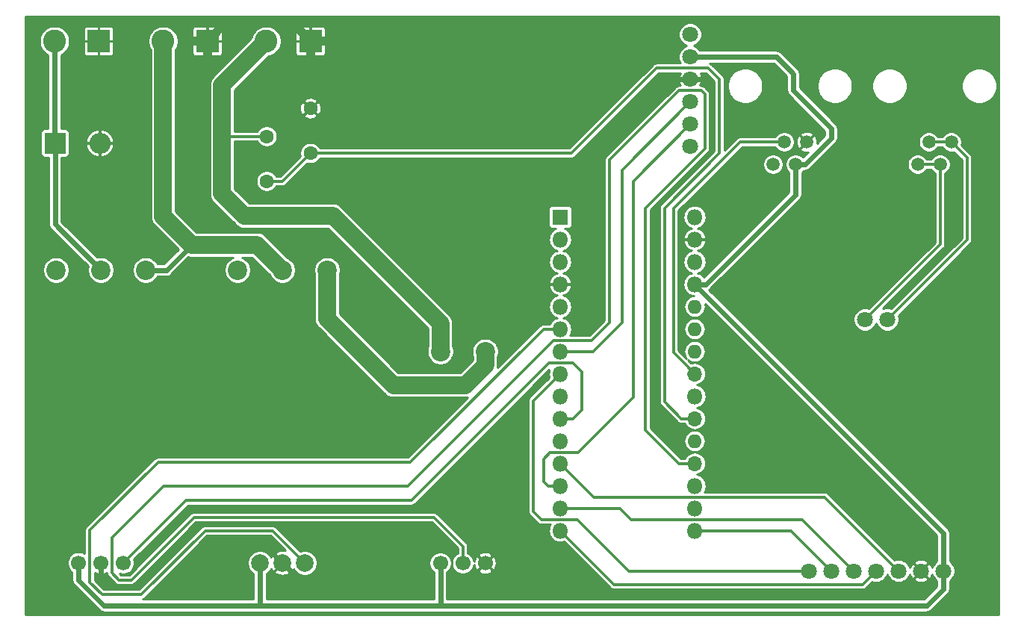
<source format=gbl>
G04 #@! TF.GenerationSoftware,KiCad,Pcbnew,5.1.2-f72e74a~84~ubuntu18.04.1*
G04 #@! TF.CreationDate,2019-06-14T22:07:51+03:00*
G04 #@! TF.ProjectId,Borjomi-Main,426f726a-6f6d-4692-9d4d-61696e2e6b69,rev?*
G04 #@! TF.SameCoordinates,Original*
G04 #@! TF.FileFunction,Copper,L2,Bot*
G04 #@! TF.FilePolarity,Positive*
%FSLAX46Y46*%
G04 Gerber Fmt 4.6, Leading zero omitted, Abs format (unit mm)*
G04 Created by KiCad (PCBNEW 5.1.2-f72e74a~84~ubuntu18.04.1) date 2019-06-14 22:07:51*
%MOMM*%
%LPD*%
G04 APERTURE LIST*
%ADD10R,1.800000X1.800000*%
%ADD11O,1.800000X1.800000*%
%ADD12O,1.700000X1.700000*%
%ADD13O,1.600000X1.600000*%
%ADD14R,2.400000X2.400000*%
%ADD15O,2.400000X2.400000*%
%ADD16R,2.600000X2.600000*%
%ADD17C,2.600000*%
%ADD18C,1.520000*%
%ADD19C,1.600000*%
%ADD20C,1.800000*%
%ADD21C,1.700000*%
%ADD22C,2.200000*%
%ADD23C,2.000000*%
%ADD24C,0.300000*%
%ADD25C,1.000000*%
%ADD26C,0.250000*%
%ADD27C,0.600000*%
%ADD28C,2.000000*%
G04 APERTURE END LIST*
D10*
X173736000Y-98044000D03*
D11*
X188976000Y-131064000D03*
X173736000Y-100584000D03*
X188976000Y-128524000D03*
X173736000Y-103124000D03*
D12*
X188976000Y-125984000D03*
D11*
X173736000Y-105664000D03*
D13*
X188976000Y-123444000D03*
D11*
X173736000Y-108204000D03*
D12*
X188976000Y-120904000D03*
D11*
X173736000Y-110744000D03*
X188976000Y-118364000D03*
X173736000Y-113284000D03*
D12*
X188976000Y-115824000D03*
D11*
X173736000Y-115824000D03*
D13*
X188976000Y-113284000D03*
D11*
X173736000Y-118364000D03*
D13*
X188976000Y-110744000D03*
D11*
X173736000Y-120904000D03*
D13*
X188976000Y-108204000D03*
D11*
X173736000Y-123444000D03*
X188976000Y-105664000D03*
X173736000Y-125984000D03*
X188976000Y-103124000D03*
X173736000Y-128524000D03*
X188976000Y-100584000D03*
X173736000Y-131064000D03*
X188976000Y-98044000D03*
X173736000Y-133604000D03*
X188976000Y-133604000D03*
X173736000Y-105664000D03*
X173736000Y-105664000D03*
D14*
X116459000Y-89662000D03*
D15*
X121539000Y-89662000D03*
D16*
X145415000Y-78105000D03*
D17*
X140415000Y-78105000D03*
D16*
X121412000Y-78105000D03*
D17*
X116412000Y-78105000D03*
X128731000Y-78105000D03*
D16*
X133731000Y-78105000D03*
D18*
X214249000Y-92075000D03*
X215519000Y-89535000D03*
X216789000Y-92075000D03*
X218059000Y-89535000D03*
X201676000Y-89535000D03*
X200406000Y-92075000D03*
X199136000Y-89535000D03*
X197866000Y-92075000D03*
D19*
X140462000Y-88900000D03*
X140462000Y-93980000D03*
X145415000Y-85725000D03*
X145415000Y-90805000D03*
D20*
X208280000Y-109676000D03*
X201930000Y-138176000D03*
X204470000Y-138176000D03*
X207010000Y-138176000D03*
X209550000Y-138176000D03*
X212090000Y-138176000D03*
X214630000Y-138176000D03*
X217170000Y-138176000D03*
X210820000Y-109676000D03*
D21*
X160147000Y-137287000D03*
X162687000Y-137287000D03*
X165227000Y-137287000D03*
D22*
X160147000Y-113287000D03*
X165227000Y-113287000D03*
D23*
X144780000Y-137272000D03*
X142240000Y-137272000D03*
X139700000Y-137272000D03*
D22*
X142240000Y-104072000D03*
X137160000Y-104072000D03*
X147320000Y-104072000D03*
X126746000Y-104072000D03*
X116586000Y-104072000D03*
X121666000Y-104072000D03*
D21*
X119126000Y-137272000D03*
X121666000Y-137272000D03*
X124206000Y-137272000D03*
D20*
X188468000Y-90043000D03*
X188468000Y-87503000D03*
X188468000Y-84963000D03*
X188468000Y-82423000D03*
X188468000Y-79883000D03*
X188468000Y-77343000D03*
D24*
X187198000Y-125984000D02*
X188976000Y-125984000D01*
X183388000Y-97028000D02*
X183388000Y-122174000D01*
X183388000Y-122174000D02*
X187198000Y-125984000D01*
X190119000Y-90297000D02*
X183388000Y-97028000D01*
X125095000Y-139192000D02*
X123698000Y-139192000D01*
X132207000Y-132080000D02*
X125095000Y-139192000D01*
X187178001Y-83712999D02*
X189718001Y-83712999D01*
X159385000Y-132080000D02*
X132207000Y-132080000D01*
X123698000Y-139192000D02*
X122930920Y-138424920D01*
X162687000Y-135382000D02*
X159385000Y-132080000D01*
X122930920Y-138424920D02*
X122930920Y-134371080D01*
X177292000Y-112014000D02*
X179324000Y-109982000D01*
X190119000Y-84113998D02*
X190119000Y-90297000D01*
X128778000Y-128524000D02*
X156464000Y-128524000D01*
X172974000Y-112014000D02*
X177292000Y-112014000D01*
X179324000Y-109982000D02*
X179324000Y-91567000D01*
X179324000Y-91567000D02*
X187178001Y-83712999D01*
X162687000Y-137287000D02*
X162687000Y-135382000D01*
X122930920Y-134371080D02*
X128778000Y-128524000D01*
X156464000Y-128524000D02*
X172974000Y-112014000D01*
X189718001Y-83712999D02*
X190119000Y-84113998D01*
D25*
X133731000Y-78105000D02*
X136067800Y-75768200D01*
X143078200Y-75768200D02*
X145415000Y-78105000D01*
D26*
X161417000Y-136525000D02*
X161417000Y-138049000D01*
D27*
X188341000Y-82550000D02*
X188468000Y-82423000D01*
X185293000Y-82423000D02*
X190119000Y-82423000D01*
X121666000Y-137272000D02*
X121666000Y-138938000D01*
X143390500Y-138422500D02*
X142240000Y-137272000D01*
X142240000Y-137272000D02*
X141041000Y-136073000D01*
D25*
X133731000Y-78105000D02*
X131732020Y-78105000D01*
X133731000Y-78105000D02*
X133731000Y-79872840D01*
X145415000Y-78105000D02*
X145415000Y-80152240D01*
X145415000Y-78105000D02*
X147474940Y-78105000D01*
D24*
X142240000Y-93980000D02*
X145415000Y-90805000D01*
X140462000Y-93980000D02*
X142240000Y-93980000D01*
X187452000Y-120904000D02*
X188976000Y-120904000D01*
X185547000Y-118999000D02*
X187452000Y-120904000D01*
X175006000Y-90805000D02*
X184638001Y-81172999D01*
X145415000Y-90805000D02*
X175006000Y-90805000D01*
X185547000Y-97028000D02*
X185547000Y-118999000D01*
X191770000Y-90805000D02*
X185547000Y-97028000D01*
X184638001Y-81172999D02*
X190519999Y-81172999D01*
X190519999Y-81172999D02*
X191770000Y-82423000D01*
X191770000Y-82423000D02*
X191770000Y-90805000D01*
X171831000Y-110744000D02*
X173736000Y-110744000D01*
X156718000Y-125857000D02*
X171831000Y-110744000D01*
X128143000Y-125857000D02*
X156718000Y-125857000D01*
X120398540Y-133601460D02*
X128143000Y-125857000D01*
X144780000Y-137272000D02*
X141112000Y-133604000D01*
X141112000Y-133604000D02*
X133477000Y-133604000D01*
X126238000Y-140843000D02*
X121793000Y-140843000D01*
X133477000Y-133604000D02*
X126238000Y-140843000D01*
X121793000Y-140843000D02*
X120398540Y-139448540D01*
X120398540Y-139448540D02*
X120398540Y-133601460D01*
X180721000Y-92710000D02*
X188468000Y-84963000D01*
X180721000Y-109982000D02*
X180721000Y-92710000D01*
X173736000Y-113284000D02*
X177419000Y-113284000D01*
X177419000Y-113284000D02*
X180721000Y-109982000D01*
X194128122Y-89535000D02*
X186563000Y-97100122D01*
X199136000Y-89535000D02*
X194128122Y-89535000D01*
X188126001Y-114974001D02*
X188976000Y-115824000D01*
X186563000Y-97100122D02*
X186563000Y-113411000D01*
X186563000Y-113411000D02*
X188126001Y-114974001D01*
X170688000Y-118872000D02*
X173736000Y-115824000D01*
X171577000Y-132334000D02*
X170688000Y-131445000D01*
X175641000Y-132334000D02*
X171577000Y-132334000D01*
X201930000Y-138176000D02*
X181483000Y-138176000D01*
X170688000Y-131445000D02*
X170688000Y-118872000D01*
X181483000Y-138176000D02*
X175641000Y-132334000D01*
X175133000Y-120904000D02*
X176149000Y-119888000D01*
X175152999Y-114573999D02*
X172446001Y-114573999D01*
X131303000Y-130175000D02*
X124206000Y-137272000D01*
X172446001Y-114573999D02*
X156845000Y-130175000D01*
X156845000Y-130175000D02*
X131303000Y-130175000D01*
X173736000Y-120904000D02*
X175133000Y-120904000D01*
X176149000Y-115570000D02*
X175152999Y-114573999D01*
X176149000Y-119888000D02*
X176149000Y-115570000D01*
D27*
X217170000Y-133858000D02*
X217170000Y-138176000D01*
X188976000Y-105664000D02*
X217170000Y-133858000D01*
X188468000Y-79883000D02*
X198247000Y-79883000D01*
X198247000Y-79883000D02*
X200152000Y-81788000D01*
X200152000Y-81788000D02*
X200152000Y-83693000D01*
X200152000Y-83693000D02*
X204470000Y-88011000D01*
X201480802Y-92075000D02*
X200406000Y-92075000D01*
X204470000Y-89085802D02*
X201480802Y-92075000D01*
X204470000Y-88011000D02*
X204470000Y-89085802D01*
X200406000Y-93149802D02*
X200406000Y-92075000D01*
X200406000Y-95506792D02*
X200406000Y-93149802D01*
X190248792Y-105664000D02*
X200406000Y-95506792D01*
X188976000Y-105664000D02*
X190248792Y-105664000D01*
X119126000Y-137272000D02*
X119126000Y-139230100D01*
X119126000Y-139230100D02*
X122008900Y-142113000D01*
X217170000Y-138176000D02*
X217170000Y-140208000D01*
X217170000Y-140208000D02*
X215265000Y-142113000D01*
X139700000Y-137272000D02*
X139700000Y-142113000D01*
X160147000Y-142006320D02*
X160253680Y-142113000D01*
X160147000Y-137287000D02*
X160147000Y-142006320D01*
X215265000Y-142113000D02*
X160253680Y-142113000D01*
X160253680Y-142113000D02*
X122008900Y-142113000D01*
D24*
X211190001Y-137276001D02*
X212090000Y-138176000D01*
X203708000Y-129794000D02*
X211190001Y-137276001D01*
X173736000Y-125984000D02*
X177546000Y-129794000D01*
X177546000Y-129794000D02*
X203708000Y-129794000D01*
X181991000Y-118530998D02*
X181991000Y-93980000D01*
X172339000Y-128524000D02*
X171831000Y-128016000D01*
X171831000Y-128016000D02*
X171831000Y-125476000D01*
X173736000Y-128524000D02*
X172339000Y-128524000D01*
X171831000Y-125476000D02*
X172573001Y-124733999D01*
X181991000Y-93980000D02*
X188468000Y-87503000D01*
X172573001Y-124733999D02*
X175787999Y-124733999D01*
X175787999Y-124733999D02*
X181991000Y-118530998D01*
X173736000Y-131064000D02*
X180467000Y-131064000D01*
X180467000Y-131064000D02*
X181673500Y-132270500D01*
X181610000Y-132207000D02*
X181673500Y-132270500D01*
X206110001Y-137276001D02*
X207010000Y-138176000D01*
X201168000Y-132334000D02*
X206110001Y-137276001D01*
X181673500Y-132270500D02*
X181737000Y-132334000D01*
X181737000Y-132334000D02*
X201168000Y-132334000D01*
X209550000Y-138176000D02*
X208026000Y-139700000D01*
X179832000Y-139700000D02*
X173736000Y-133604000D01*
X208026000Y-139700000D02*
X179832000Y-139700000D01*
X199898000Y-133604000D02*
X204470000Y-138176000D01*
X188976000Y-133604000D02*
X199898000Y-133604000D01*
D27*
X116412000Y-89615000D02*
X116459000Y-89662000D01*
X116412000Y-78105000D02*
X116412000Y-89615000D01*
X116459000Y-98865000D02*
X121666000Y-104072000D01*
X116459000Y-89662000D02*
X116459000Y-98865000D01*
D28*
X140415000Y-78105000D02*
X135422000Y-83098000D01*
D24*
X140462000Y-88900000D02*
X135763000Y-88900000D01*
D28*
X135422000Y-83098000D02*
X135422000Y-88559000D01*
D24*
X135763000Y-88900000D02*
X135422000Y-88559000D01*
D28*
X147955000Y-97917000D02*
X160147000Y-110109000D01*
X160147000Y-110109000D02*
X160147000Y-113287000D01*
X137922000Y-97917000D02*
X147955000Y-97917000D01*
X135422000Y-88559000D02*
X135422000Y-95417000D01*
X135422000Y-95417000D02*
X137922000Y-97917000D01*
X128731000Y-97997000D02*
X128731000Y-78105000D01*
X142240000Y-104072000D02*
X139387000Y-101219000D01*
X131953000Y-101219000D02*
X128731000Y-97997000D01*
X139387000Y-101219000D02*
X131953000Y-101219000D01*
D27*
X129100000Y-104072000D02*
X131953000Y-101219000D01*
X126746000Y-104072000D02*
X129100000Y-104072000D01*
D24*
X214249000Y-92075000D02*
X216789000Y-92075000D01*
X216789000Y-101167000D02*
X208280000Y-109676000D01*
X216789000Y-92075000D02*
X216789000Y-101167000D01*
X216593802Y-89535000D02*
X218059000Y-89535000D01*
X215519000Y-89535000D02*
X216593802Y-89535000D01*
X219837000Y-100659000D02*
X210820000Y-109676000D01*
X218059000Y-89535000D02*
X219837000Y-91313000D01*
X219837000Y-91313000D02*
X219837000Y-100659000D01*
D28*
X147320000Y-109601000D02*
X147320000Y-104072000D01*
X154813000Y-117094000D02*
X147320000Y-109601000D01*
X162975634Y-117094000D02*
X154813000Y-117094000D01*
X165227000Y-113287000D02*
X165227000Y-114842634D01*
X165227000Y-114842634D02*
X162975634Y-117094000D01*
D26*
G36*
X223426001Y-143162000D02*
G01*
X113124000Y-143162000D01*
X113124000Y-137146423D01*
X117851000Y-137146423D01*
X117851000Y-137397577D01*
X117899998Y-137643904D01*
X117996110Y-137875939D01*
X118135643Y-138084765D01*
X118313235Y-138262357D01*
X118401001Y-138321000D01*
X118401001Y-139194493D01*
X118397494Y-139230100D01*
X118401001Y-139265707D01*
X118411492Y-139372225D01*
X118423893Y-139413107D01*
X118452947Y-139508887D01*
X118520269Y-139634836D01*
X118588170Y-139717574D01*
X118588173Y-139717577D01*
X118610869Y-139745232D01*
X118638523Y-139767927D01*
X121471072Y-142600477D01*
X121493768Y-142628132D01*
X121521423Y-142650828D01*
X121521425Y-142650830D01*
X121556205Y-142679373D01*
X121604163Y-142718731D01*
X121730112Y-142786053D01*
X121866775Y-142827509D01*
X121973293Y-142838000D01*
X121973302Y-142838000D01*
X122008899Y-142841506D01*
X122044496Y-142838000D01*
X139664393Y-142838000D01*
X139700000Y-142841507D01*
X139735607Y-142838000D01*
X160218082Y-142838000D01*
X160253679Y-142841506D01*
X160289276Y-142838000D01*
X215229403Y-142838000D01*
X215265000Y-142841506D01*
X215300597Y-142838000D01*
X215300607Y-142838000D01*
X215407125Y-142827509D01*
X215543788Y-142786053D01*
X215669737Y-142718731D01*
X215780132Y-142628132D01*
X215802832Y-142600472D01*
X217657477Y-140745828D01*
X217685132Y-140723132D01*
X217775731Y-140612737D01*
X217843053Y-140486788D01*
X217884509Y-140350125D01*
X217895000Y-140243607D01*
X217895000Y-140243597D01*
X217898506Y-140208000D01*
X217895000Y-140172403D01*
X217895000Y-139285135D01*
X218014638Y-139205195D01*
X218199195Y-139020638D01*
X218344200Y-138803623D01*
X218444081Y-138562488D01*
X218495000Y-138306501D01*
X218495000Y-138045499D01*
X218444081Y-137789512D01*
X218344200Y-137548377D01*
X218199195Y-137331362D01*
X218014638Y-137146805D01*
X217895000Y-137066865D01*
X217895000Y-133893596D01*
X217898506Y-133857999D01*
X217895000Y-133822402D01*
X217895000Y-133822393D01*
X217884509Y-133715875D01*
X217843053Y-133579212D01*
X217775731Y-133453263D01*
X217707830Y-133370525D01*
X217707823Y-133370518D01*
X217685131Y-133342868D01*
X217657482Y-133320177D01*
X193882804Y-109545499D01*
X206955000Y-109545499D01*
X206955000Y-109806501D01*
X207005919Y-110062488D01*
X207105800Y-110303623D01*
X207250805Y-110520638D01*
X207435362Y-110705195D01*
X207652377Y-110850200D01*
X207893512Y-110950081D01*
X208149499Y-111001000D01*
X208410501Y-111001000D01*
X208666488Y-110950081D01*
X208907623Y-110850200D01*
X209124638Y-110705195D01*
X209309195Y-110520638D01*
X209454200Y-110303623D01*
X209550000Y-110072340D01*
X209645800Y-110303623D01*
X209790805Y-110520638D01*
X209975362Y-110705195D01*
X210192377Y-110850200D01*
X210433512Y-110950081D01*
X210689499Y-111001000D01*
X210950501Y-111001000D01*
X211206488Y-110950081D01*
X211447623Y-110850200D01*
X211664638Y-110705195D01*
X211849195Y-110520638D01*
X211994200Y-110303623D01*
X212094081Y-110062488D01*
X212145000Y-109806501D01*
X212145000Y-109545499D01*
X212094081Y-109289512D01*
X212072284Y-109236888D01*
X220223612Y-101085561D01*
X220245554Y-101067554D01*
X220317408Y-100979998D01*
X220370801Y-100880108D01*
X220403680Y-100771720D01*
X220412000Y-100687246D01*
X220412000Y-100687243D01*
X220414782Y-100659000D01*
X220412000Y-100630757D01*
X220412000Y-91341243D01*
X220414782Y-91313000D01*
X220409847Y-91262894D01*
X220403680Y-91200280D01*
X220370801Y-91091892D01*
X220317408Y-90992002D01*
X220245554Y-90904446D01*
X220223613Y-90886440D01*
X219201674Y-89864501D01*
X219244000Y-89651712D01*
X219244000Y-89418288D01*
X219198461Y-89189348D01*
X219109134Y-88973692D01*
X218979450Y-88779606D01*
X218814394Y-88614550D01*
X218620308Y-88484866D01*
X218404652Y-88395539D01*
X218175712Y-88350000D01*
X217942288Y-88350000D01*
X217713348Y-88395539D01*
X217497692Y-88484866D01*
X217303606Y-88614550D01*
X217138550Y-88779606D01*
X217018015Y-88960000D01*
X216559985Y-88960000D01*
X216439450Y-88779606D01*
X216274394Y-88614550D01*
X216080308Y-88484866D01*
X215864652Y-88395539D01*
X215635712Y-88350000D01*
X215402288Y-88350000D01*
X215173348Y-88395539D01*
X214957692Y-88484866D01*
X214763606Y-88614550D01*
X214598550Y-88779606D01*
X214468866Y-88973692D01*
X214379539Y-89189348D01*
X214334000Y-89418288D01*
X214334000Y-89651712D01*
X214379539Y-89880652D01*
X214468866Y-90096308D01*
X214598550Y-90290394D01*
X214763606Y-90455450D01*
X214957692Y-90585134D01*
X215173348Y-90674461D01*
X215402288Y-90720000D01*
X215635712Y-90720000D01*
X215864652Y-90674461D01*
X216080308Y-90585134D01*
X216274394Y-90455450D01*
X216439450Y-90290394D01*
X216559985Y-90110000D01*
X217018015Y-90110000D01*
X217138550Y-90290394D01*
X217303606Y-90455450D01*
X217497692Y-90585134D01*
X217713348Y-90674461D01*
X217942288Y-90720000D01*
X218175712Y-90720000D01*
X218388501Y-90677674D01*
X219262000Y-91551173D01*
X219262001Y-100420826D01*
X211259112Y-108423716D01*
X211206488Y-108401919D01*
X210950501Y-108351000D01*
X210689499Y-108351000D01*
X210433512Y-108401919D01*
X210320401Y-108448771D01*
X217175612Y-101593561D01*
X217197554Y-101575554D01*
X217238673Y-101525450D01*
X217269408Y-101487999D01*
X217322801Y-101388108D01*
X217330986Y-101361125D01*
X217355680Y-101279720D01*
X217364000Y-101195246D01*
X217364000Y-101195244D01*
X217366782Y-101167001D01*
X217364000Y-101138758D01*
X217364000Y-93115985D01*
X217544394Y-92995450D01*
X217709450Y-92830394D01*
X217839134Y-92636308D01*
X217928461Y-92420652D01*
X217974000Y-92191712D01*
X217974000Y-91958288D01*
X217928461Y-91729348D01*
X217839134Y-91513692D01*
X217709450Y-91319606D01*
X217544394Y-91154550D01*
X217350308Y-91024866D01*
X217134652Y-90935539D01*
X216905712Y-90890000D01*
X216672288Y-90890000D01*
X216443348Y-90935539D01*
X216227692Y-91024866D01*
X216033606Y-91154550D01*
X215868550Y-91319606D01*
X215748015Y-91500000D01*
X215289985Y-91500000D01*
X215169450Y-91319606D01*
X215004394Y-91154550D01*
X214810308Y-91024866D01*
X214594652Y-90935539D01*
X214365712Y-90890000D01*
X214132288Y-90890000D01*
X213903348Y-90935539D01*
X213687692Y-91024866D01*
X213493606Y-91154550D01*
X213328550Y-91319606D01*
X213198866Y-91513692D01*
X213109539Y-91729348D01*
X213064000Y-91958288D01*
X213064000Y-92191712D01*
X213109539Y-92420652D01*
X213198866Y-92636308D01*
X213328550Y-92830394D01*
X213493606Y-92995450D01*
X213687692Y-93125134D01*
X213903348Y-93214461D01*
X214132288Y-93260000D01*
X214365712Y-93260000D01*
X214594652Y-93214461D01*
X214810308Y-93125134D01*
X215004394Y-92995450D01*
X215169450Y-92830394D01*
X215289985Y-92650000D01*
X215748015Y-92650000D01*
X215868550Y-92830394D01*
X216033606Y-92995450D01*
X216214000Y-93115985D01*
X216214001Y-100928826D01*
X208719112Y-108423716D01*
X208666488Y-108401919D01*
X208410501Y-108351000D01*
X208149499Y-108351000D01*
X207893512Y-108401919D01*
X207652377Y-108501800D01*
X207435362Y-108646805D01*
X207250805Y-108831362D01*
X207105800Y-109048377D01*
X207005919Y-109289512D01*
X206955000Y-109545499D01*
X193882804Y-109545499D01*
X190623230Y-106285926D01*
X190653529Y-106269731D01*
X190763924Y-106179132D01*
X190786624Y-106151472D01*
X200893482Y-96044615D01*
X200921131Y-96021924D01*
X200943823Y-95994274D01*
X200943830Y-95994267D01*
X201011731Y-95911529D01*
X201079053Y-95785580D01*
X201079053Y-95785579D01*
X201120509Y-95648917D01*
X201131000Y-95542399D01*
X201131000Y-95542390D01*
X201134506Y-95506793D01*
X201131000Y-95471196D01*
X201131000Y-93015759D01*
X201161394Y-92995450D01*
X201326450Y-92830394D01*
X201346759Y-92800000D01*
X201445205Y-92800000D01*
X201480802Y-92803506D01*
X201516399Y-92800000D01*
X201516409Y-92800000D01*
X201622927Y-92789509D01*
X201759590Y-92748053D01*
X201885539Y-92680731D01*
X201995934Y-92590132D01*
X202018634Y-92562472D01*
X204957477Y-89623630D01*
X204985132Y-89600934D01*
X205009287Y-89571502D01*
X205075731Y-89490539D01*
X205088484Y-89466680D01*
X205143053Y-89364590D01*
X205184509Y-89227927D01*
X205195000Y-89121409D01*
X205195000Y-89121400D01*
X205198506Y-89085803D01*
X205195000Y-89050206D01*
X205195000Y-88046596D01*
X205198506Y-88010999D01*
X205195000Y-87975402D01*
X205195000Y-87975393D01*
X205184509Y-87868875D01*
X205143053Y-87732212D01*
X205075731Y-87606263D01*
X205007830Y-87523525D01*
X205007823Y-87523518D01*
X204985131Y-87495868D01*
X204957482Y-87473177D01*
X200877000Y-83392696D01*
X200877000Y-82985555D01*
X202831000Y-82985555D01*
X202831000Y-83384445D01*
X202908820Y-83775671D01*
X203061468Y-84144197D01*
X203283080Y-84475862D01*
X203565138Y-84757920D01*
X203896803Y-84979532D01*
X204265329Y-85132180D01*
X204656555Y-85210000D01*
X205055445Y-85210000D01*
X205446671Y-85132180D01*
X205815197Y-84979532D01*
X206146862Y-84757920D01*
X206428920Y-84475862D01*
X206650532Y-84144197D01*
X206803180Y-83775671D01*
X206881000Y-83384445D01*
X206881000Y-82985555D01*
X209054000Y-82985555D01*
X209054000Y-83384445D01*
X209131820Y-83775671D01*
X209284468Y-84144197D01*
X209506080Y-84475862D01*
X209788138Y-84757920D01*
X210119803Y-84979532D01*
X210488329Y-85132180D01*
X210879555Y-85210000D01*
X211278445Y-85210000D01*
X211669671Y-85132180D01*
X212038197Y-84979532D01*
X212369862Y-84757920D01*
X212651920Y-84475862D01*
X212873532Y-84144197D01*
X213026180Y-83775671D01*
X213104000Y-83384445D01*
X213104000Y-82985555D01*
X219214000Y-82985555D01*
X219214000Y-83384445D01*
X219291820Y-83775671D01*
X219444468Y-84144197D01*
X219666080Y-84475862D01*
X219948138Y-84757920D01*
X220279803Y-84979532D01*
X220648329Y-85132180D01*
X221039555Y-85210000D01*
X221438445Y-85210000D01*
X221829671Y-85132180D01*
X222198197Y-84979532D01*
X222529862Y-84757920D01*
X222811920Y-84475862D01*
X223033532Y-84144197D01*
X223186180Y-83775671D01*
X223264000Y-83384445D01*
X223264000Y-82985555D01*
X223186180Y-82594329D01*
X223033532Y-82225803D01*
X222811920Y-81894138D01*
X222529862Y-81612080D01*
X222198197Y-81390468D01*
X221829671Y-81237820D01*
X221438445Y-81160000D01*
X221039555Y-81160000D01*
X220648329Y-81237820D01*
X220279803Y-81390468D01*
X219948138Y-81612080D01*
X219666080Y-81894138D01*
X219444468Y-82225803D01*
X219291820Y-82594329D01*
X219214000Y-82985555D01*
X213104000Y-82985555D01*
X213026180Y-82594329D01*
X212873532Y-82225803D01*
X212651920Y-81894138D01*
X212369862Y-81612080D01*
X212038197Y-81390468D01*
X211669671Y-81237820D01*
X211278445Y-81160000D01*
X210879555Y-81160000D01*
X210488329Y-81237820D01*
X210119803Y-81390468D01*
X209788138Y-81612080D01*
X209506080Y-81894138D01*
X209284468Y-82225803D01*
X209131820Y-82594329D01*
X209054000Y-82985555D01*
X206881000Y-82985555D01*
X206803180Y-82594329D01*
X206650532Y-82225803D01*
X206428920Y-81894138D01*
X206146862Y-81612080D01*
X205815197Y-81390468D01*
X205446671Y-81237820D01*
X205055445Y-81160000D01*
X204656555Y-81160000D01*
X204265329Y-81237820D01*
X203896803Y-81390468D01*
X203565138Y-81612080D01*
X203283080Y-81894138D01*
X203061468Y-82225803D01*
X202908820Y-82594329D01*
X202831000Y-82985555D01*
X200877000Y-82985555D01*
X200877000Y-81823597D01*
X200880506Y-81788000D01*
X200877000Y-81752403D01*
X200877000Y-81752393D01*
X200866509Y-81645875D01*
X200825053Y-81509212D01*
X200757731Y-81383263D01*
X200715136Y-81331361D01*
X200689830Y-81300525D01*
X200689823Y-81300518D01*
X200667131Y-81272868D01*
X200639482Y-81250177D01*
X198784832Y-79395528D01*
X198762132Y-79367868D01*
X198651737Y-79277269D01*
X198525788Y-79209947D01*
X198389125Y-79168491D01*
X198282607Y-79158000D01*
X198282597Y-79158000D01*
X198247000Y-79154494D01*
X198211403Y-79158000D01*
X189577135Y-79158000D01*
X189497195Y-79038362D01*
X189312638Y-78853805D01*
X189095623Y-78708800D01*
X188864340Y-78613000D01*
X189095623Y-78517200D01*
X189312638Y-78372195D01*
X189497195Y-78187638D01*
X189642200Y-77970623D01*
X189742081Y-77729488D01*
X189793000Y-77473501D01*
X189793000Y-77212499D01*
X189742081Y-76956512D01*
X189642200Y-76715377D01*
X189497195Y-76498362D01*
X189312638Y-76313805D01*
X189095623Y-76168800D01*
X188854488Y-76068919D01*
X188598501Y-76018000D01*
X188337499Y-76018000D01*
X188081512Y-76068919D01*
X187840377Y-76168800D01*
X187623362Y-76313805D01*
X187438805Y-76498362D01*
X187293800Y-76715377D01*
X187193919Y-76956512D01*
X187143000Y-77212499D01*
X187143000Y-77473501D01*
X187193919Y-77729488D01*
X187293800Y-77970623D01*
X187438805Y-78187638D01*
X187623362Y-78372195D01*
X187840377Y-78517200D01*
X188071660Y-78613000D01*
X187840377Y-78708800D01*
X187623362Y-78853805D01*
X187438805Y-79038362D01*
X187293800Y-79255377D01*
X187193919Y-79496512D01*
X187143000Y-79752499D01*
X187143000Y-80013501D01*
X187193919Y-80269488D01*
X187293800Y-80510623D01*
X187352183Y-80597999D01*
X184666243Y-80597999D01*
X184638000Y-80595217D01*
X184609757Y-80597999D01*
X184609755Y-80597999D01*
X184525281Y-80606319D01*
X184416893Y-80639198D01*
X184351797Y-80673993D01*
X184317002Y-80692591D01*
X184274297Y-80727638D01*
X184229447Y-80764445D01*
X184211440Y-80786387D01*
X174767828Y-90230000D01*
X146502758Y-90230000D01*
X146500581Y-90224745D01*
X146366519Y-90024108D01*
X146195892Y-89853481D01*
X145995255Y-89719419D01*
X145772319Y-89627076D01*
X145535652Y-89580000D01*
X145294348Y-89580000D01*
X145057681Y-89627076D01*
X144834745Y-89719419D01*
X144634108Y-89853481D01*
X144463481Y-90024108D01*
X144329419Y-90224745D01*
X144237076Y-90447681D01*
X144190000Y-90684348D01*
X144190000Y-90925652D01*
X144237076Y-91162319D01*
X144239253Y-91167574D01*
X142001828Y-93405000D01*
X141549758Y-93405000D01*
X141547581Y-93399745D01*
X141413519Y-93199108D01*
X141242892Y-93028481D01*
X141042255Y-92894419D01*
X140819319Y-92802076D01*
X140582652Y-92755000D01*
X140341348Y-92755000D01*
X140104681Y-92802076D01*
X139881745Y-92894419D01*
X139681108Y-93028481D01*
X139510481Y-93199108D01*
X139376419Y-93399745D01*
X139284076Y-93622681D01*
X139237000Y-93859348D01*
X139237000Y-94100652D01*
X139284076Y-94337319D01*
X139376419Y-94560255D01*
X139510481Y-94760892D01*
X139681108Y-94931519D01*
X139881745Y-95065581D01*
X140104681Y-95157924D01*
X140341348Y-95205000D01*
X140582652Y-95205000D01*
X140819319Y-95157924D01*
X141042255Y-95065581D01*
X141242892Y-94931519D01*
X141413519Y-94760892D01*
X141547581Y-94560255D01*
X141549758Y-94555000D01*
X142211757Y-94555000D01*
X142240000Y-94557782D01*
X142268243Y-94555000D01*
X142268246Y-94555000D01*
X142352720Y-94546680D01*
X142461108Y-94513801D01*
X142560998Y-94460408D01*
X142648554Y-94388554D01*
X142666565Y-94366607D01*
X145052426Y-91980747D01*
X145057681Y-91982924D01*
X145294348Y-92030000D01*
X145535652Y-92030000D01*
X145772319Y-91982924D01*
X145995255Y-91890581D01*
X146195892Y-91756519D01*
X146366519Y-91585892D01*
X146500581Y-91385255D01*
X146502758Y-91380000D01*
X174977757Y-91380000D01*
X175006000Y-91382782D01*
X175034243Y-91380000D01*
X175034246Y-91380000D01*
X175118720Y-91371680D01*
X175227108Y-91338801D01*
X175326998Y-91285408D01*
X175414554Y-91213554D01*
X175432566Y-91191606D01*
X184876174Y-81747999D01*
X187327418Y-81747999D01*
X187248635Y-81888393D01*
X187167769Y-82136552D01*
X187136869Y-82395718D01*
X187157124Y-82655933D01*
X187227755Y-82907196D01*
X187345106Y-83137999D01*
X187206244Y-83137999D01*
X187178001Y-83135217D01*
X187149758Y-83137999D01*
X187149755Y-83137999D01*
X187065281Y-83146319D01*
X186956893Y-83179198D01*
X186857002Y-83232591D01*
X186811154Y-83270217D01*
X186769447Y-83304445D01*
X186751440Y-83326387D01*
X178937389Y-91140439D01*
X178915447Y-91158446D01*
X178897441Y-91180387D01*
X178843592Y-91246002D01*
X178790199Y-91345893D01*
X178757321Y-91454281D01*
X178746218Y-91567000D01*
X178749001Y-91595253D01*
X178749000Y-109743827D01*
X177053828Y-111439000D01*
X174866916Y-111439000D01*
X174966063Y-111253509D01*
X175041828Y-111003745D01*
X175067411Y-110744000D01*
X175041828Y-110484255D01*
X174966063Y-110234491D01*
X174843028Y-110004308D01*
X174677450Y-109802550D01*
X174475692Y-109636972D01*
X174245509Y-109513937D01*
X174113854Y-109474000D01*
X174245509Y-109434063D01*
X174475692Y-109311028D01*
X174677450Y-109145450D01*
X174843028Y-108943692D01*
X174966063Y-108713509D01*
X175041828Y-108463745D01*
X175067411Y-108204000D01*
X175041828Y-107944255D01*
X174966063Y-107694491D01*
X174843028Y-107464308D01*
X174677450Y-107262550D01*
X174475692Y-107096972D01*
X174245509Y-106973937D01*
X174102752Y-106930632D01*
X174217978Y-106898230D01*
X174449503Y-106780485D01*
X174653609Y-106619835D01*
X174822452Y-106422452D01*
X174949543Y-106195922D01*
X175029998Y-105948951D01*
X175040543Y-105895931D01*
X174954494Y-105689000D01*
X173761000Y-105689000D01*
X173761000Y-105709000D01*
X173711000Y-105709000D01*
X173711000Y-105689000D01*
X172517506Y-105689000D01*
X172431457Y-105895931D01*
X172442002Y-105948951D01*
X172522457Y-106195922D01*
X172649548Y-106422452D01*
X172818391Y-106619835D01*
X173022497Y-106780485D01*
X173254022Y-106898230D01*
X173369248Y-106930632D01*
X173226491Y-106973937D01*
X172996308Y-107096972D01*
X172794550Y-107262550D01*
X172628972Y-107464308D01*
X172505937Y-107694491D01*
X172430172Y-107944255D01*
X172404589Y-108204000D01*
X172430172Y-108463745D01*
X172505937Y-108713509D01*
X172628972Y-108943692D01*
X172794550Y-109145450D01*
X172996308Y-109311028D01*
X173226491Y-109434063D01*
X173358146Y-109474000D01*
X173226491Y-109513937D01*
X172996308Y-109636972D01*
X172794550Y-109802550D01*
X172628972Y-110004308D01*
X172540943Y-110169000D01*
X171859243Y-110169000D01*
X171831000Y-110166218D01*
X171802757Y-110169000D01*
X171802754Y-110169000D01*
X171718280Y-110177320D01*
X171609892Y-110210199D01*
X171510002Y-110263592D01*
X171422446Y-110335446D01*
X171404439Y-110357388D01*
X166627696Y-115134132D01*
X166631381Y-115121983D01*
X166652000Y-114912631D01*
X166652000Y-114912622D01*
X166658893Y-114842635D01*
X166652000Y-114772648D01*
X166652000Y-113831763D01*
X166693395Y-113731826D01*
X166752000Y-113437199D01*
X166752000Y-113136801D01*
X166693395Y-112842174D01*
X166578438Y-112564642D01*
X166411545Y-112314869D01*
X166199131Y-112102455D01*
X165949358Y-111935562D01*
X165671826Y-111820605D01*
X165377199Y-111762000D01*
X165076801Y-111762000D01*
X164782174Y-111820605D01*
X164504642Y-111935562D01*
X164254869Y-112102455D01*
X164042455Y-112314869D01*
X163875562Y-112564642D01*
X163760605Y-112842174D01*
X163702000Y-113136801D01*
X163702000Y-113437199D01*
X163760605Y-113731826D01*
X163802000Y-113831763D01*
X163802000Y-114252379D01*
X162385381Y-115669000D01*
X155403254Y-115669000D01*
X148745000Y-109010747D01*
X148745000Y-104616763D01*
X148786395Y-104516826D01*
X148845000Y-104222199D01*
X148845000Y-103921801D01*
X148786395Y-103627174D01*
X148671438Y-103349642D01*
X148504545Y-103099869D01*
X148292131Y-102887455D01*
X148042358Y-102720562D01*
X147764826Y-102605605D01*
X147470199Y-102547000D01*
X147169801Y-102547000D01*
X146875174Y-102605605D01*
X146597642Y-102720562D01*
X146347869Y-102887455D01*
X146135455Y-103099869D01*
X145968562Y-103349642D01*
X145853605Y-103627174D01*
X145795000Y-103921801D01*
X145795000Y-104222199D01*
X145853605Y-104516826D01*
X145895001Y-104616765D01*
X145895000Y-109531005D01*
X145888106Y-109601000D01*
X145895000Y-109670994D01*
X145895000Y-109670996D01*
X145915619Y-109880348D01*
X145997102Y-110148961D01*
X146129424Y-110396517D01*
X146307498Y-110613501D01*
X146361871Y-110658124D01*
X153755876Y-118052130D01*
X153800498Y-118106502D01*
X154017482Y-118284576D01*
X154265038Y-118416898D01*
X154533651Y-118498381D01*
X154743003Y-118519000D01*
X154743012Y-118519000D01*
X154812999Y-118525893D01*
X154882986Y-118519000D01*
X162905640Y-118519000D01*
X162975634Y-118525894D01*
X163045628Y-118519000D01*
X163045631Y-118519000D01*
X163254983Y-118498381D01*
X163267132Y-118494696D01*
X156479828Y-125282000D01*
X128171242Y-125282000D01*
X128142999Y-125279218D01*
X128114756Y-125282000D01*
X128114754Y-125282000D01*
X128030280Y-125290320D01*
X127921892Y-125323199D01*
X127822001Y-125376592D01*
X127785902Y-125406218D01*
X127734446Y-125448446D01*
X127716440Y-125470387D01*
X120011929Y-133174899D01*
X119989987Y-133192906D01*
X119971981Y-133214847D01*
X119918132Y-133280462D01*
X119864739Y-133380353D01*
X119831861Y-133488741D01*
X119820758Y-133601460D01*
X119823541Y-133629713D01*
X119823541Y-136204653D01*
X119729939Y-136142110D01*
X119497904Y-136045998D01*
X119251577Y-135997000D01*
X119000423Y-135997000D01*
X118754096Y-136045998D01*
X118522061Y-136142110D01*
X118313235Y-136281643D01*
X118135643Y-136459235D01*
X117996110Y-136668061D01*
X117899998Y-136900096D01*
X117851000Y-137146423D01*
X113124000Y-137146423D01*
X113124000Y-103921801D01*
X115061000Y-103921801D01*
X115061000Y-104222199D01*
X115119605Y-104516826D01*
X115234562Y-104794358D01*
X115401455Y-105044131D01*
X115613869Y-105256545D01*
X115863642Y-105423438D01*
X116141174Y-105538395D01*
X116435801Y-105597000D01*
X116736199Y-105597000D01*
X117030826Y-105538395D01*
X117308358Y-105423438D01*
X117558131Y-105256545D01*
X117770545Y-105044131D01*
X117937438Y-104794358D01*
X118052395Y-104516826D01*
X118111000Y-104222199D01*
X118111000Y-103921801D01*
X118052395Y-103627174D01*
X117937438Y-103349642D01*
X117770545Y-103099869D01*
X117558131Y-102887455D01*
X117308358Y-102720562D01*
X117030826Y-102605605D01*
X116736199Y-102547000D01*
X116435801Y-102547000D01*
X116141174Y-102605605D01*
X115863642Y-102720562D01*
X115613869Y-102887455D01*
X115401455Y-103099869D01*
X115234562Y-103349642D01*
X115119605Y-103627174D01*
X115061000Y-103921801D01*
X113124000Y-103921801D01*
X113124000Y-77935102D01*
X114687000Y-77935102D01*
X114687000Y-78274898D01*
X114753290Y-78608164D01*
X114883324Y-78922094D01*
X115072105Y-79204624D01*
X115312376Y-79444895D01*
X115594906Y-79633676D01*
X115687000Y-79671823D01*
X115687001Y-88034944D01*
X115259000Y-88034944D01*
X115175686Y-88043150D01*
X115095573Y-88067452D01*
X115021740Y-88106916D01*
X114957026Y-88160026D01*
X114903916Y-88224740D01*
X114864452Y-88298573D01*
X114840150Y-88378686D01*
X114831944Y-88462000D01*
X114831944Y-90862000D01*
X114840150Y-90945314D01*
X114864452Y-91025427D01*
X114903916Y-91099260D01*
X114957026Y-91163974D01*
X115021740Y-91217084D01*
X115095573Y-91256548D01*
X115175686Y-91280850D01*
X115259000Y-91289056D01*
X115734000Y-91289056D01*
X115734001Y-98829393D01*
X115730494Y-98865000D01*
X115744492Y-99007124D01*
X115785947Y-99143787D01*
X115853269Y-99269736D01*
X115921170Y-99352474D01*
X115921173Y-99352477D01*
X115943869Y-99380132D01*
X115971523Y-99402827D01*
X120198985Y-103630290D01*
X120141000Y-103921801D01*
X120141000Y-104222199D01*
X120199605Y-104516826D01*
X120314562Y-104794358D01*
X120481455Y-105044131D01*
X120693869Y-105256545D01*
X120943642Y-105423438D01*
X121221174Y-105538395D01*
X121515801Y-105597000D01*
X121816199Y-105597000D01*
X122110826Y-105538395D01*
X122388358Y-105423438D01*
X122638131Y-105256545D01*
X122850545Y-105044131D01*
X123017438Y-104794358D01*
X123132395Y-104516826D01*
X123191000Y-104222199D01*
X123191000Y-103921801D01*
X125221000Y-103921801D01*
X125221000Y-104222199D01*
X125279605Y-104516826D01*
X125394562Y-104794358D01*
X125561455Y-105044131D01*
X125773869Y-105256545D01*
X126023642Y-105423438D01*
X126301174Y-105538395D01*
X126595801Y-105597000D01*
X126896199Y-105597000D01*
X127190826Y-105538395D01*
X127468358Y-105423438D01*
X127718131Y-105256545D01*
X127930545Y-105044131D01*
X128095673Y-104797000D01*
X129064403Y-104797000D01*
X129100000Y-104800506D01*
X129135597Y-104797000D01*
X129135607Y-104797000D01*
X129242125Y-104786509D01*
X129378788Y-104745053D01*
X129504737Y-104677731D01*
X129615132Y-104587132D01*
X129637832Y-104559472D01*
X131597135Y-102600170D01*
X131673651Y-102623381D01*
X131883003Y-102644000D01*
X131883012Y-102644000D01*
X131952999Y-102650893D01*
X132022986Y-102644000D01*
X136622480Y-102644000D01*
X136437642Y-102720562D01*
X136187869Y-102887455D01*
X135975455Y-103099869D01*
X135808562Y-103349642D01*
X135693605Y-103627174D01*
X135635000Y-103921801D01*
X135635000Y-104222199D01*
X135693605Y-104516826D01*
X135808562Y-104794358D01*
X135975455Y-105044131D01*
X136187869Y-105256545D01*
X136437642Y-105423438D01*
X136715174Y-105538395D01*
X137009801Y-105597000D01*
X137310199Y-105597000D01*
X137604826Y-105538395D01*
X137882358Y-105423438D01*
X138132131Y-105256545D01*
X138344545Y-105044131D01*
X138511438Y-104794358D01*
X138626395Y-104516826D01*
X138685000Y-104222199D01*
X138685000Y-103921801D01*
X138626395Y-103627174D01*
X138511438Y-103349642D01*
X138344545Y-103099869D01*
X138132131Y-102887455D01*
X137882358Y-102720562D01*
X137697520Y-102644000D01*
X138796747Y-102644000D01*
X140847167Y-104694422D01*
X140888562Y-104794358D01*
X141055455Y-105044131D01*
X141267869Y-105256545D01*
X141517642Y-105423438D01*
X141795174Y-105538395D01*
X142089801Y-105597000D01*
X142390199Y-105597000D01*
X142684826Y-105538395D01*
X142962358Y-105423438D01*
X143212131Y-105256545D01*
X143424545Y-105044131D01*
X143591438Y-104794358D01*
X143706395Y-104516826D01*
X143765000Y-104222199D01*
X143765000Y-103921801D01*
X143706395Y-103627174D01*
X143591438Y-103349642D01*
X143424545Y-103099869D01*
X143212131Y-102887455D01*
X142962358Y-102720562D01*
X142862422Y-102679167D01*
X140444128Y-100260875D01*
X140399502Y-100206498D01*
X140182518Y-100028424D01*
X139934962Y-99896102D01*
X139666349Y-99814619D01*
X139456997Y-99794000D01*
X139456994Y-99794000D01*
X139387000Y-99787106D01*
X139317006Y-99794000D01*
X132543254Y-99794000D01*
X130156000Y-97406747D01*
X130156000Y-83098000D01*
X133990106Y-83098000D01*
X133997000Y-83167995D01*
X133997001Y-88488994D01*
X133997000Y-88489004D01*
X133997001Y-95346996D01*
X133990106Y-95417000D01*
X134017620Y-95696348D01*
X134099103Y-95964962D01*
X134213961Y-96179845D01*
X134231425Y-96212518D01*
X134409499Y-96429502D01*
X134463870Y-96474123D01*
X136864876Y-98875130D01*
X136909498Y-98929502D01*
X137126482Y-99107576D01*
X137374038Y-99239898D01*
X137642651Y-99321381D01*
X137852003Y-99342000D01*
X137852005Y-99342000D01*
X137922000Y-99348894D01*
X137991994Y-99342000D01*
X147364747Y-99342000D01*
X158722000Y-110699254D01*
X158722001Y-112742235D01*
X158680605Y-112842174D01*
X158622000Y-113136801D01*
X158622000Y-113437199D01*
X158680605Y-113731826D01*
X158795562Y-114009358D01*
X158962455Y-114259131D01*
X159174869Y-114471545D01*
X159424642Y-114638438D01*
X159702174Y-114753395D01*
X159996801Y-114812000D01*
X160297199Y-114812000D01*
X160591826Y-114753395D01*
X160869358Y-114638438D01*
X161119131Y-114471545D01*
X161331545Y-114259131D01*
X161498438Y-114009358D01*
X161613395Y-113731826D01*
X161672000Y-113437199D01*
X161672000Y-113136801D01*
X161613395Y-112842174D01*
X161572000Y-112742237D01*
X161572000Y-110178994D01*
X161578894Y-110109000D01*
X161572000Y-110039003D01*
X161551381Y-109829651D01*
X161469898Y-109561038D01*
X161409584Y-109448199D01*
X161337577Y-109313482D01*
X161204122Y-109150868D01*
X161204119Y-109150865D01*
X161159501Y-109096498D01*
X161105135Y-109051881D01*
X152637254Y-100584000D01*
X172404589Y-100584000D01*
X172430172Y-100843745D01*
X172505937Y-101093509D01*
X172628972Y-101323692D01*
X172794550Y-101525450D01*
X172996308Y-101691028D01*
X173226491Y-101814063D01*
X173358146Y-101854000D01*
X173226491Y-101893937D01*
X172996308Y-102016972D01*
X172794550Y-102182550D01*
X172628972Y-102384308D01*
X172505937Y-102614491D01*
X172430172Y-102864255D01*
X172404589Y-103124000D01*
X172430172Y-103383745D01*
X172505937Y-103633509D01*
X172628972Y-103863692D01*
X172794550Y-104065450D01*
X172996308Y-104231028D01*
X173226491Y-104354063D01*
X173369248Y-104397368D01*
X173254022Y-104429770D01*
X173022497Y-104547515D01*
X172818391Y-104708165D01*
X172649548Y-104905548D01*
X172522457Y-105132078D01*
X172442002Y-105379049D01*
X172431457Y-105432069D01*
X172517506Y-105639000D01*
X173711000Y-105639000D01*
X173711000Y-105619000D01*
X173761000Y-105619000D01*
X173761000Y-105639000D01*
X174954494Y-105639000D01*
X175040543Y-105432069D01*
X175029998Y-105379049D01*
X174949543Y-105132078D01*
X174822452Y-104905548D01*
X174653609Y-104708165D01*
X174449503Y-104547515D01*
X174217978Y-104429770D01*
X174102752Y-104397368D01*
X174245509Y-104354063D01*
X174475692Y-104231028D01*
X174677450Y-104065450D01*
X174843028Y-103863692D01*
X174966063Y-103633509D01*
X175041828Y-103383745D01*
X175067411Y-103124000D01*
X175041828Y-102864255D01*
X174966063Y-102614491D01*
X174843028Y-102384308D01*
X174677450Y-102182550D01*
X174475692Y-102016972D01*
X174245509Y-101893937D01*
X174113854Y-101854000D01*
X174245509Y-101814063D01*
X174475692Y-101691028D01*
X174677450Y-101525450D01*
X174843028Y-101323692D01*
X174966063Y-101093509D01*
X175041828Y-100843745D01*
X175067411Y-100584000D01*
X175041828Y-100324255D01*
X174966063Y-100074491D01*
X174843028Y-99844308D01*
X174677450Y-99642550D01*
X174475692Y-99476972D01*
X174277536Y-99371056D01*
X174636000Y-99371056D01*
X174719314Y-99362850D01*
X174799427Y-99338548D01*
X174873260Y-99299084D01*
X174937974Y-99245974D01*
X174991084Y-99181260D01*
X175030548Y-99107427D01*
X175054850Y-99027314D01*
X175063056Y-98944000D01*
X175063056Y-97144000D01*
X175054850Y-97060686D01*
X175030548Y-96980573D01*
X174991084Y-96906740D01*
X174937974Y-96842026D01*
X174873260Y-96788916D01*
X174799427Y-96749452D01*
X174719314Y-96725150D01*
X174636000Y-96716944D01*
X172836000Y-96716944D01*
X172752686Y-96725150D01*
X172672573Y-96749452D01*
X172598740Y-96788916D01*
X172534026Y-96842026D01*
X172480916Y-96906740D01*
X172441452Y-96980573D01*
X172417150Y-97060686D01*
X172408944Y-97144000D01*
X172408944Y-98944000D01*
X172417150Y-99027314D01*
X172441452Y-99107427D01*
X172480916Y-99181260D01*
X172534026Y-99245974D01*
X172598740Y-99299084D01*
X172672573Y-99338548D01*
X172752686Y-99362850D01*
X172836000Y-99371056D01*
X173194464Y-99371056D01*
X172996308Y-99476972D01*
X172794550Y-99642550D01*
X172628972Y-99844308D01*
X172505937Y-100074491D01*
X172430172Y-100324255D01*
X172404589Y-100584000D01*
X152637254Y-100584000D01*
X149012128Y-96958875D01*
X148967502Y-96904498D01*
X148750518Y-96726424D01*
X148502962Y-96594102D01*
X148234349Y-96512619D01*
X148024997Y-96492000D01*
X148024994Y-96492000D01*
X147955000Y-96485106D01*
X147885006Y-96492000D01*
X138512254Y-96492000D01*
X136847000Y-94826747D01*
X136847000Y-89475000D01*
X139374242Y-89475000D01*
X139376419Y-89480255D01*
X139510481Y-89680892D01*
X139681108Y-89851519D01*
X139881745Y-89985581D01*
X140104681Y-90077924D01*
X140341348Y-90125000D01*
X140582652Y-90125000D01*
X140819319Y-90077924D01*
X141042255Y-89985581D01*
X141242892Y-89851519D01*
X141413519Y-89680892D01*
X141547581Y-89480255D01*
X141639924Y-89257319D01*
X141687000Y-89020652D01*
X141687000Y-88779348D01*
X141639924Y-88542681D01*
X141547581Y-88319745D01*
X141413519Y-88119108D01*
X141242892Y-87948481D01*
X141042255Y-87814419D01*
X140819319Y-87722076D01*
X140582652Y-87675000D01*
X140341348Y-87675000D01*
X140104681Y-87722076D01*
X139881745Y-87814419D01*
X139681108Y-87948481D01*
X139510481Y-88119108D01*
X139376419Y-88319745D01*
X139374242Y-88325000D01*
X136847000Y-88325000D01*
X136847000Y-86537748D01*
X144637608Y-86537748D01*
X144711854Y-86735330D01*
X144922470Y-86853094D01*
X145152014Y-86927506D01*
X145391665Y-86955706D01*
X145632212Y-86936610D01*
X145864412Y-86870954D01*
X146079341Y-86761259D01*
X146118146Y-86735330D01*
X146192392Y-86537748D01*
X145415000Y-85760355D01*
X144637608Y-86537748D01*
X136847000Y-86537748D01*
X136847000Y-85701665D01*
X144184294Y-85701665D01*
X144203390Y-85942212D01*
X144269046Y-86174412D01*
X144378741Y-86389341D01*
X144404670Y-86428146D01*
X144602252Y-86502392D01*
X145379645Y-85725000D01*
X145450355Y-85725000D01*
X146227748Y-86502392D01*
X146425330Y-86428146D01*
X146543094Y-86217530D01*
X146617506Y-85987986D01*
X146645706Y-85748335D01*
X146626610Y-85507788D01*
X146560954Y-85275588D01*
X146451259Y-85060659D01*
X146425330Y-85021854D01*
X146227748Y-84947608D01*
X145450355Y-85725000D01*
X145379645Y-85725000D01*
X144602252Y-84947608D01*
X144404670Y-85021854D01*
X144286906Y-85232470D01*
X144212494Y-85462014D01*
X144184294Y-85701665D01*
X136847000Y-85701665D01*
X136847000Y-84912252D01*
X144637608Y-84912252D01*
X145415000Y-85689645D01*
X146192392Y-84912252D01*
X146118146Y-84714670D01*
X145907530Y-84596906D01*
X145677986Y-84522494D01*
X145438335Y-84494294D01*
X145197788Y-84513390D01*
X144965588Y-84579046D01*
X144750659Y-84688741D01*
X144711854Y-84714670D01*
X144637608Y-84912252D01*
X136847000Y-84912252D01*
X136847000Y-83688253D01*
X140735139Y-79800115D01*
X140918164Y-79763710D01*
X141232094Y-79633676D01*
X141514624Y-79444895D01*
X141554519Y-79405000D01*
X143687944Y-79405000D01*
X143696150Y-79488314D01*
X143720452Y-79568427D01*
X143759916Y-79642260D01*
X143813026Y-79706974D01*
X143877740Y-79760084D01*
X143951573Y-79799548D01*
X144031686Y-79823850D01*
X144115000Y-79832056D01*
X145283750Y-79830000D01*
X145390000Y-79723750D01*
X145390000Y-78130000D01*
X145440000Y-78130000D01*
X145440000Y-79723750D01*
X145546250Y-79830000D01*
X146715000Y-79832056D01*
X146798314Y-79823850D01*
X146878427Y-79799548D01*
X146952260Y-79760084D01*
X147016974Y-79706974D01*
X147070084Y-79642260D01*
X147109548Y-79568427D01*
X147133850Y-79488314D01*
X147142056Y-79405000D01*
X147140000Y-78236250D01*
X147033750Y-78130000D01*
X145440000Y-78130000D01*
X145390000Y-78130000D01*
X143796250Y-78130000D01*
X143690000Y-78236250D01*
X143687944Y-79405000D01*
X141554519Y-79405000D01*
X141754895Y-79204624D01*
X141943676Y-78922094D01*
X142073710Y-78608164D01*
X142140000Y-78274898D01*
X142140000Y-77935102D01*
X142073710Y-77601836D01*
X141943676Y-77287906D01*
X141754895Y-77005376D01*
X141554519Y-76805000D01*
X143687944Y-76805000D01*
X143690000Y-77973750D01*
X143796250Y-78080000D01*
X145390000Y-78080000D01*
X145390000Y-76486250D01*
X145440000Y-76486250D01*
X145440000Y-78080000D01*
X147033750Y-78080000D01*
X147140000Y-77973750D01*
X147142056Y-76805000D01*
X147133850Y-76721686D01*
X147109548Y-76641573D01*
X147070084Y-76567740D01*
X147016974Y-76503026D01*
X146952260Y-76449916D01*
X146878427Y-76410452D01*
X146798314Y-76386150D01*
X146715000Y-76377944D01*
X145546250Y-76380000D01*
X145440000Y-76486250D01*
X145390000Y-76486250D01*
X145283750Y-76380000D01*
X144115000Y-76377944D01*
X144031686Y-76386150D01*
X143951573Y-76410452D01*
X143877740Y-76449916D01*
X143813026Y-76503026D01*
X143759916Y-76567740D01*
X143720452Y-76641573D01*
X143696150Y-76721686D01*
X143687944Y-76805000D01*
X141554519Y-76805000D01*
X141514624Y-76765105D01*
X141232094Y-76576324D01*
X140918164Y-76446290D01*
X140584898Y-76380000D01*
X140245102Y-76380000D01*
X139911836Y-76446290D01*
X139597906Y-76576324D01*
X139315376Y-76765105D01*
X139075105Y-77005376D01*
X138886324Y-77287906D01*
X138756290Y-77601836D01*
X138719885Y-77784861D01*
X134463871Y-82040876D01*
X134409498Y-82085499D01*
X134231424Y-82302483D01*
X134099102Y-82550039D01*
X134017619Y-82818652D01*
X134001181Y-82985555D01*
X133990106Y-83098000D01*
X130156000Y-83098000D01*
X130156000Y-79405000D01*
X132003944Y-79405000D01*
X132012150Y-79488314D01*
X132036452Y-79568427D01*
X132075916Y-79642260D01*
X132129026Y-79706974D01*
X132193740Y-79760084D01*
X132267573Y-79799548D01*
X132347686Y-79823850D01*
X132431000Y-79832056D01*
X133599750Y-79830000D01*
X133706000Y-79723750D01*
X133706000Y-78130000D01*
X133756000Y-78130000D01*
X133756000Y-79723750D01*
X133862250Y-79830000D01*
X135031000Y-79832056D01*
X135114314Y-79823850D01*
X135194427Y-79799548D01*
X135268260Y-79760084D01*
X135332974Y-79706974D01*
X135386084Y-79642260D01*
X135425548Y-79568427D01*
X135449850Y-79488314D01*
X135458056Y-79405000D01*
X135456000Y-78236250D01*
X135349750Y-78130000D01*
X133756000Y-78130000D01*
X133706000Y-78130000D01*
X132112250Y-78130000D01*
X132006000Y-78236250D01*
X132003944Y-79405000D01*
X130156000Y-79405000D01*
X130156000Y-79077256D01*
X130259676Y-78922094D01*
X130389710Y-78608164D01*
X130456000Y-78274898D01*
X130456000Y-77935102D01*
X130389710Y-77601836D01*
X130259676Y-77287906D01*
X130070895Y-77005376D01*
X129870519Y-76805000D01*
X132003944Y-76805000D01*
X132006000Y-77973750D01*
X132112250Y-78080000D01*
X133706000Y-78080000D01*
X133706000Y-76486250D01*
X133756000Y-76486250D01*
X133756000Y-78080000D01*
X135349750Y-78080000D01*
X135456000Y-77973750D01*
X135458056Y-76805000D01*
X135449850Y-76721686D01*
X135425548Y-76641573D01*
X135386084Y-76567740D01*
X135332974Y-76503026D01*
X135268260Y-76449916D01*
X135194427Y-76410452D01*
X135114314Y-76386150D01*
X135031000Y-76377944D01*
X133862250Y-76380000D01*
X133756000Y-76486250D01*
X133706000Y-76486250D01*
X133599750Y-76380000D01*
X132431000Y-76377944D01*
X132347686Y-76386150D01*
X132267573Y-76410452D01*
X132193740Y-76449916D01*
X132129026Y-76503026D01*
X132075916Y-76567740D01*
X132036452Y-76641573D01*
X132012150Y-76721686D01*
X132003944Y-76805000D01*
X129870519Y-76805000D01*
X129830624Y-76765105D01*
X129548094Y-76576324D01*
X129234164Y-76446290D01*
X128900898Y-76380000D01*
X128561102Y-76380000D01*
X128227836Y-76446290D01*
X127913906Y-76576324D01*
X127631376Y-76765105D01*
X127391105Y-77005376D01*
X127202324Y-77287906D01*
X127072290Y-77601836D01*
X127006000Y-77935102D01*
X127006000Y-78274898D01*
X127072290Y-78608164D01*
X127202324Y-78922094D01*
X127306001Y-79077257D01*
X127306000Y-97927006D01*
X127299106Y-97997000D01*
X127306000Y-98066994D01*
X127306000Y-98066996D01*
X127326619Y-98276348D01*
X127408102Y-98544961D01*
X127540424Y-98792517D01*
X127718498Y-99009501D01*
X127772871Y-99054124D01*
X130432721Y-101713975D01*
X128799696Y-103347000D01*
X128095673Y-103347000D01*
X127930545Y-103099869D01*
X127718131Y-102887455D01*
X127468358Y-102720562D01*
X127190826Y-102605605D01*
X126896199Y-102547000D01*
X126595801Y-102547000D01*
X126301174Y-102605605D01*
X126023642Y-102720562D01*
X125773869Y-102887455D01*
X125561455Y-103099869D01*
X125394562Y-103349642D01*
X125279605Y-103627174D01*
X125221000Y-103921801D01*
X123191000Y-103921801D01*
X123132395Y-103627174D01*
X123017438Y-103349642D01*
X122850545Y-103099869D01*
X122638131Y-102887455D01*
X122388358Y-102720562D01*
X122110826Y-102605605D01*
X121816199Y-102547000D01*
X121515801Y-102547000D01*
X121224290Y-102604985D01*
X117184000Y-98564696D01*
X117184000Y-91289056D01*
X117659000Y-91289056D01*
X117742314Y-91280850D01*
X117822427Y-91256548D01*
X117896260Y-91217084D01*
X117960974Y-91163974D01*
X118014084Y-91099260D01*
X118053548Y-91025427D01*
X118077850Y-90945314D01*
X118086056Y-90862000D01*
X118086056Y-89940868D01*
X119938107Y-89940868D01*
X119953248Y-90016994D01*
X120052974Y-90319538D01*
X120209807Y-90596813D01*
X120417720Y-90838164D01*
X120668723Y-91034315D01*
X120953171Y-91177729D01*
X121260132Y-91262894D01*
X121514000Y-91180559D01*
X121514000Y-89687000D01*
X121564000Y-89687000D01*
X121564000Y-91180559D01*
X121817868Y-91262894D01*
X122124829Y-91177729D01*
X122409277Y-91034315D01*
X122660280Y-90838164D01*
X122868193Y-90596813D01*
X123025026Y-90319538D01*
X123124752Y-90016994D01*
X123139893Y-89940868D01*
X123057544Y-89687000D01*
X121564000Y-89687000D01*
X121514000Y-89687000D01*
X120020456Y-89687000D01*
X119938107Y-89940868D01*
X118086056Y-89940868D01*
X118086056Y-89383132D01*
X119938107Y-89383132D01*
X120020456Y-89637000D01*
X121514000Y-89637000D01*
X121514000Y-88143441D01*
X121564000Y-88143441D01*
X121564000Y-89637000D01*
X123057544Y-89637000D01*
X123139893Y-89383132D01*
X123124752Y-89307006D01*
X123025026Y-89004462D01*
X122868193Y-88727187D01*
X122660280Y-88485836D01*
X122409277Y-88289685D01*
X122124829Y-88146271D01*
X121817868Y-88061106D01*
X121564000Y-88143441D01*
X121514000Y-88143441D01*
X121260132Y-88061106D01*
X120953171Y-88146271D01*
X120668723Y-88289685D01*
X120417720Y-88485836D01*
X120209807Y-88727187D01*
X120052974Y-89004462D01*
X119953248Y-89307006D01*
X119938107Y-89383132D01*
X118086056Y-89383132D01*
X118086056Y-88462000D01*
X118077850Y-88378686D01*
X118053548Y-88298573D01*
X118014084Y-88224740D01*
X117960974Y-88160026D01*
X117896260Y-88106916D01*
X117822427Y-88067452D01*
X117742314Y-88043150D01*
X117659000Y-88034944D01*
X117137000Y-88034944D01*
X117137000Y-79671823D01*
X117229094Y-79633676D01*
X117511624Y-79444895D01*
X117551519Y-79405000D01*
X119684944Y-79405000D01*
X119693150Y-79488314D01*
X119717452Y-79568427D01*
X119756916Y-79642260D01*
X119810026Y-79706974D01*
X119874740Y-79760084D01*
X119948573Y-79799548D01*
X120028686Y-79823850D01*
X120112000Y-79832056D01*
X121280750Y-79830000D01*
X121387000Y-79723750D01*
X121387000Y-78130000D01*
X121437000Y-78130000D01*
X121437000Y-79723750D01*
X121543250Y-79830000D01*
X122712000Y-79832056D01*
X122795314Y-79823850D01*
X122875427Y-79799548D01*
X122949260Y-79760084D01*
X123013974Y-79706974D01*
X123067084Y-79642260D01*
X123106548Y-79568427D01*
X123130850Y-79488314D01*
X123139056Y-79405000D01*
X123137000Y-78236250D01*
X123030750Y-78130000D01*
X121437000Y-78130000D01*
X121387000Y-78130000D01*
X119793250Y-78130000D01*
X119687000Y-78236250D01*
X119684944Y-79405000D01*
X117551519Y-79405000D01*
X117751895Y-79204624D01*
X117940676Y-78922094D01*
X118070710Y-78608164D01*
X118137000Y-78274898D01*
X118137000Y-77935102D01*
X118070710Y-77601836D01*
X117940676Y-77287906D01*
X117751895Y-77005376D01*
X117551519Y-76805000D01*
X119684944Y-76805000D01*
X119687000Y-77973750D01*
X119793250Y-78080000D01*
X121387000Y-78080000D01*
X121387000Y-76486250D01*
X121437000Y-76486250D01*
X121437000Y-78080000D01*
X123030750Y-78080000D01*
X123137000Y-77973750D01*
X123139056Y-76805000D01*
X123130850Y-76721686D01*
X123106548Y-76641573D01*
X123067084Y-76567740D01*
X123013974Y-76503026D01*
X122949260Y-76449916D01*
X122875427Y-76410452D01*
X122795314Y-76386150D01*
X122712000Y-76377944D01*
X121543250Y-76380000D01*
X121437000Y-76486250D01*
X121387000Y-76486250D01*
X121280750Y-76380000D01*
X120112000Y-76377944D01*
X120028686Y-76386150D01*
X119948573Y-76410452D01*
X119874740Y-76449916D01*
X119810026Y-76503026D01*
X119756916Y-76567740D01*
X119717452Y-76641573D01*
X119693150Y-76721686D01*
X119684944Y-76805000D01*
X117551519Y-76805000D01*
X117511624Y-76765105D01*
X117229094Y-76576324D01*
X116915164Y-76446290D01*
X116581898Y-76380000D01*
X116242102Y-76380000D01*
X115908836Y-76446290D01*
X115594906Y-76576324D01*
X115312376Y-76765105D01*
X115072105Y-77005376D01*
X114883324Y-77287906D01*
X114753290Y-77601836D01*
X114687000Y-77935102D01*
X113124000Y-77935102D01*
X113124000Y-75278000D01*
X223426000Y-75278000D01*
X223426001Y-143162000D01*
X223426001Y-143162000D01*
G37*
X223426001Y-143162000D02*
X113124000Y-143162000D01*
X113124000Y-137146423D01*
X117851000Y-137146423D01*
X117851000Y-137397577D01*
X117899998Y-137643904D01*
X117996110Y-137875939D01*
X118135643Y-138084765D01*
X118313235Y-138262357D01*
X118401001Y-138321000D01*
X118401001Y-139194493D01*
X118397494Y-139230100D01*
X118401001Y-139265707D01*
X118411492Y-139372225D01*
X118423893Y-139413107D01*
X118452947Y-139508887D01*
X118520269Y-139634836D01*
X118588170Y-139717574D01*
X118588173Y-139717577D01*
X118610869Y-139745232D01*
X118638523Y-139767927D01*
X121471072Y-142600477D01*
X121493768Y-142628132D01*
X121521423Y-142650828D01*
X121521425Y-142650830D01*
X121556205Y-142679373D01*
X121604163Y-142718731D01*
X121730112Y-142786053D01*
X121866775Y-142827509D01*
X121973293Y-142838000D01*
X121973302Y-142838000D01*
X122008899Y-142841506D01*
X122044496Y-142838000D01*
X139664393Y-142838000D01*
X139700000Y-142841507D01*
X139735607Y-142838000D01*
X160218082Y-142838000D01*
X160253679Y-142841506D01*
X160289276Y-142838000D01*
X215229403Y-142838000D01*
X215265000Y-142841506D01*
X215300597Y-142838000D01*
X215300607Y-142838000D01*
X215407125Y-142827509D01*
X215543788Y-142786053D01*
X215669737Y-142718731D01*
X215780132Y-142628132D01*
X215802832Y-142600472D01*
X217657477Y-140745828D01*
X217685132Y-140723132D01*
X217775731Y-140612737D01*
X217843053Y-140486788D01*
X217884509Y-140350125D01*
X217895000Y-140243607D01*
X217895000Y-140243597D01*
X217898506Y-140208000D01*
X217895000Y-140172403D01*
X217895000Y-139285135D01*
X218014638Y-139205195D01*
X218199195Y-139020638D01*
X218344200Y-138803623D01*
X218444081Y-138562488D01*
X218495000Y-138306501D01*
X218495000Y-138045499D01*
X218444081Y-137789512D01*
X218344200Y-137548377D01*
X218199195Y-137331362D01*
X218014638Y-137146805D01*
X217895000Y-137066865D01*
X217895000Y-133893596D01*
X217898506Y-133857999D01*
X217895000Y-133822402D01*
X217895000Y-133822393D01*
X217884509Y-133715875D01*
X217843053Y-133579212D01*
X217775731Y-133453263D01*
X217707830Y-133370525D01*
X217707823Y-133370518D01*
X217685131Y-133342868D01*
X217657482Y-133320177D01*
X193882804Y-109545499D01*
X206955000Y-109545499D01*
X206955000Y-109806501D01*
X207005919Y-110062488D01*
X207105800Y-110303623D01*
X207250805Y-110520638D01*
X207435362Y-110705195D01*
X207652377Y-110850200D01*
X207893512Y-110950081D01*
X208149499Y-111001000D01*
X208410501Y-111001000D01*
X208666488Y-110950081D01*
X208907623Y-110850200D01*
X209124638Y-110705195D01*
X209309195Y-110520638D01*
X209454200Y-110303623D01*
X209550000Y-110072340D01*
X209645800Y-110303623D01*
X209790805Y-110520638D01*
X209975362Y-110705195D01*
X210192377Y-110850200D01*
X210433512Y-110950081D01*
X210689499Y-111001000D01*
X210950501Y-111001000D01*
X211206488Y-110950081D01*
X211447623Y-110850200D01*
X211664638Y-110705195D01*
X211849195Y-110520638D01*
X211994200Y-110303623D01*
X212094081Y-110062488D01*
X212145000Y-109806501D01*
X212145000Y-109545499D01*
X212094081Y-109289512D01*
X212072284Y-109236888D01*
X220223612Y-101085561D01*
X220245554Y-101067554D01*
X220317408Y-100979998D01*
X220370801Y-100880108D01*
X220403680Y-100771720D01*
X220412000Y-100687246D01*
X220412000Y-100687243D01*
X220414782Y-100659000D01*
X220412000Y-100630757D01*
X220412000Y-91341243D01*
X220414782Y-91313000D01*
X220409847Y-91262894D01*
X220403680Y-91200280D01*
X220370801Y-91091892D01*
X220317408Y-90992002D01*
X220245554Y-90904446D01*
X220223613Y-90886440D01*
X219201674Y-89864501D01*
X219244000Y-89651712D01*
X219244000Y-89418288D01*
X219198461Y-89189348D01*
X219109134Y-88973692D01*
X218979450Y-88779606D01*
X218814394Y-88614550D01*
X218620308Y-88484866D01*
X218404652Y-88395539D01*
X218175712Y-88350000D01*
X217942288Y-88350000D01*
X217713348Y-88395539D01*
X217497692Y-88484866D01*
X217303606Y-88614550D01*
X217138550Y-88779606D01*
X217018015Y-88960000D01*
X216559985Y-88960000D01*
X216439450Y-88779606D01*
X216274394Y-88614550D01*
X216080308Y-88484866D01*
X215864652Y-88395539D01*
X215635712Y-88350000D01*
X215402288Y-88350000D01*
X215173348Y-88395539D01*
X214957692Y-88484866D01*
X214763606Y-88614550D01*
X214598550Y-88779606D01*
X214468866Y-88973692D01*
X214379539Y-89189348D01*
X214334000Y-89418288D01*
X214334000Y-89651712D01*
X214379539Y-89880652D01*
X214468866Y-90096308D01*
X214598550Y-90290394D01*
X214763606Y-90455450D01*
X214957692Y-90585134D01*
X215173348Y-90674461D01*
X215402288Y-90720000D01*
X215635712Y-90720000D01*
X215864652Y-90674461D01*
X216080308Y-90585134D01*
X216274394Y-90455450D01*
X216439450Y-90290394D01*
X216559985Y-90110000D01*
X217018015Y-90110000D01*
X217138550Y-90290394D01*
X217303606Y-90455450D01*
X217497692Y-90585134D01*
X217713348Y-90674461D01*
X217942288Y-90720000D01*
X218175712Y-90720000D01*
X218388501Y-90677674D01*
X219262000Y-91551173D01*
X219262001Y-100420826D01*
X211259112Y-108423716D01*
X211206488Y-108401919D01*
X210950501Y-108351000D01*
X210689499Y-108351000D01*
X210433512Y-108401919D01*
X210320401Y-108448771D01*
X217175612Y-101593561D01*
X217197554Y-101575554D01*
X217238673Y-101525450D01*
X217269408Y-101487999D01*
X217322801Y-101388108D01*
X217330986Y-101361125D01*
X217355680Y-101279720D01*
X217364000Y-101195246D01*
X217364000Y-101195244D01*
X217366782Y-101167001D01*
X217364000Y-101138758D01*
X217364000Y-93115985D01*
X217544394Y-92995450D01*
X217709450Y-92830394D01*
X217839134Y-92636308D01*
X217928461Y-92420652D01*
X217974000Y-92191712D01*
X217974000Y-91958288D01*
X217928461Y-91729348D01*
X217839134Y-91513692D01*
X217709450Y-91319606D01*
X217544394Y-91154550D01*
X217350308Y-91024866D01*
X217134652Y-90935539D01*
X216905712Y-90890000D01*
X216672288Y-90890000D01*
X216443348Y-90935539D01*
X216227692Y-91024866D01*
X216033606Y-91154550D01*
X215868550Y-91319606D01*
X215748015Y-91500000D01*
X215289985Y-91500000D01*
X215169450Y-91319606D01*
X215004394Y-91154550D01*
X214810308Y-91024866D01*
X214594652Y-90935539D01*
X214365712Y-90890000D01*
X214132288Y-90890000D01*
X213903348Y-90935539D01*
X213687692Y-91024866D01*
X213493606Y-91154550D01*
X213328550Y-91319606D01*
X213198866Y-91513692D01*
X213109539Y-91729348D01*
X213064000Y-91958288D01*
X213064000Y-92191712D01*
X213109539Y-92420652D01*
X213198866Y-92636308D01*
X213328550Y-92830394D01*
X213493606Y-92995450D01*
X213687692Y-93125134D01*
X213903348Y-93214461D01*
X214132288Y-93260000D01*
X214365712Y-93260000D01*
X214594652Y-93214461D01*
X214810308Y-93125134D01*
X215004394Y-92995450D01*
X215169450Y-92830394D01*
X215289985Y-92650000D01*
X215748015Y-92650000D01*
X215868550Y-92830394D01*
X216033606Y-92995450D01*
X216214000Y-93115985D01*
X216214001Y-100928826D01*
X208719112Y-108423716D01*
X208666488Y-108401919D01*
X208410501Y-108351000D01*
X208149499Y-108351000D01*
X207893512Y-108401919D01*
X207652377Y-108501800D01*
X207435362Y-108646805D01*
X207250805Y-108831362D01*
X207105800Y-109048377D01*
X207005919Y-109289512D01*
X206955000Y-109545499D01*
X193882804Y-109545499D01*
X190623230Y-106285926D01*
X190653529Y-106269731D01*
X190763924Y-106179132D01*
X190786624Y-106151472D01*
X200893482Y-96044615D01*
X200921131Y-96021924D01*
X200943823Y-95994274D01*
X200943830Y-95994267D01*
X201011731Y-95911529D01*
X201079053Y-95785580D01*
X201079053Y-95785579D01*
X201120509Y-95648917D01*
X201131000Y-95542399D01*
X201131000Y-95542390D01*
X201134506Y-95506793D01*
X201131000Y-95471196D01*
X201131000Y-93015759D01*
X201161394Y-92995450D01*
X201326450Y-92830394D01*
X201346759Y-92800000D01*
X201445205Y-92800000D01*
X201480802Y-92803506D01*
X201516399Y-92800000D01*
X201516409Y-92800000D01*
X201622927Y-92789509D01*
X201759590Y-92748053D01*
X201885539Y-92680731D01*
X201995934Y-92590132D01*
X202018634Y-92562472D01*
X204957477Y-89623630D01*
X204985132Y-89600934D01*
X205009287Y-89571502D01*
X205075731Y-89490539D01*
X205088484Y-89466680D01*
X205143053Y-89364590D01*
X205184509Y-89227927D01*
X205195000Y-89121409D01*
X205195000Y-89121400D01*
X205198506Y-89085803D01*
X205195000Y-89050206D01*
X205195000Y-88046596D01*
X205198506Y-88010999D01*
X205195000Y-87975402D01*
X205195000Y-87975393D01*
X205184509Y-87868875D01*
X205143053Y-87732212D01*
X205075731Y-87606263D01*
X205007830Y-87523525D01*
X205007823Y-87523518D01*
X204985131Y-87495868D01*
X204957482Y-87473177D01*
X200877000Y-83392696D01*
X200877000Y-82985555D01*
X202831000Y-82985555D01*
X202831000Y-83384445D01*
X202908820Y-83775671D01*
X203061468Y-84144197D01*
X203283080Y-84475862D01*
X203565138Y-84757920D01*
X203896803Y-84979532D01*
X204265329Y-85132180D01*
X204656555Y-85210000D01*
X205055445Y-85210000D01*
X205446671Y-85132180D01*
X205815197Y-84979532D01*
X206146862Y-84757920D01*
X206428920Y-84475862D01*
X206650532Y-84144197D01*
X206803180Y-83775671D01*
X206881000Y-83384445D01*
X206881000Y-82985555D01*
X209054000Y-82985555D01*
X209054000Y-83384445D01*
X209131820Y-83775671D01*
X209284468Y-84144197D01*
X209506080Y-84475862D01*
X209788138Y-84757920D01*
X210119803Y-84979532D01*
X210488329Y-85132180D01*
X210879555Y-85210000D01*
X211278445Y-85210000D01*
X211669671Y-85132180D01*
X212038197Y-84979532D01*
X212369862Y-84757920D01*
X212651920Y-84475862D01*
X212873532Y-84144197D01*
X213026180Y-83775671D01*
X213104000Y-83384445D01*
X213104000Y-82985555D01*
X219214000Y-82985555D01*
X219214000Y-83384445D01*
X219291820Y-83775671D01*
X219444468Y-84144197D01*
X219666080Y-84475862D01*
X219948138Y-84757920D01*
X220279803Y-84979532D01*
X220648329Y-85132180D01*
X221039555Y-85210000D01*
X221438445Y-85210000D01*
X221829671Y-85132180D01*
X222198197Y-84979532D01*
X222529862Y-84757920D01*
X222811920Y-84475862D01*
X223033532Y-84144197D01*
X223186180Y-83775671D01*
X223264000Y-83384445D01*
X223264000Y-82985555D01*
X223186180Y-82594329D01*
X223033532Y-82225803D01*
X222811920Y-81894138D01*
X222529862Y-81612080D01*
X222198197Y-81390468D01*
X221829671Y-81237820D01*
X221438445Y-81160000D01*
X221039555Y-81160000D01*
X220648329Y-81237820D01*
X220279803Y-81390468D01*
X219948138Y-81612080D01*
X219666080Y-81894138D01*
X219444468Y-82225803D01*
X219291820Y-82594329D01*
X219214000Y-82985555D01*
X213104000Y-82985555D01*
X213026180Y-82594329D01*
X212873532Y-82225803D01*
X212651920Y-81894138D01*
X212369862Y-81612080D01*
X212038197Y-81390468D01*
X211669671Y-81237820D01*
X211278445Y-81160000D01*
X210879555Y-81160000D01*
X210488329Y-81237820D01*
X210119803Y-81390468D01*
X209788138Y-81612080D01*
X209506080Y-81894138D01*
X209284468Y-82225803D01*
X209131820Y-82594329D01*
X209054000Y-82985555D01*
X206881000Y-82985555D01*
X206803180Y-82594329D01*
X206650532Y-82225803D01*
X206428920Y-81894138D01*
X206146862Y-81612080D01*
X205815197Y-81390468D01*
X205446671Y-81237820D01*
X205055445Y-81160000D01*
X204656555Y-81160000D01*
X204265329Y-81237820D01*
X203896803Y-81390468D01*
X203565138Y-81612080D01*
X203283080Y-81894138D01*
X203061468Y-82225803D01*
X202908820Y-82594329D01*
X202831000Y-82985555D01*
X200877000Y-82985555D01*
X200877000Y-81823597D01*
X200880506Y-81788000D01*
X200877000Y-81752403D01*
X200877000Y-81752393D01*
X200866509Y-81645875D01*
X200825053Y-81509212D01*
X200757731Y-81383263D01*
X200715136Y-81331361D01*
X200689830Y-81300525D01*
X200689823Y-81300518D01*
X200667131Y-81272868D01*
X200639482Y-81250177D01*
X198784832Y-79395528D01*
X198762132Y-79367868D01*
X198651737Y-79277269D01*
X198525788Y-79209947D01*
X198389125Y-79168491D01*
X198282607Y-79158000D01*
X198282597Y-79158000D01*
X198247000Y-79154494D01*
X198211403Y-79158000D01*
X189577135Y-79158000D01*
X189497195Y-79038362D01*
X189312638Y-78853805D01*
X189095623Y-78708800D01*
X188864340Y-78613000D01*
X189095623Y-78517200D01*
X189312638Y-78372195D01*
X189497195Y-78187638D01*
X189642200Y-77970623D01*
X189742081Y-77729488D01*
X189793000Y-77473501D01*
X189793000Y-77212499D01*
X189742081Y-76956512D01*
X189642200Y-76715377D01*
X189497195Y-76498362D01*
X189312638Y-76313805D01*
X189095623Y-76168800D01*
X188854488Y-76068919D01*
X188598501Y-76018000D01*
X188337499Y-76018000D01*
X188081512Y-76068919D01*
X187840377Y-76168800D01*
X187623362Y-76313805D01*
X187438805Y-76498362D01*
X187293800Y-76715377D01*
X187193919Y-76956512D01*
X187143000Y-77212499D01*
X187143000Y-77473501D01*
X187193919Y-77729488D01*
X187293800Y-77970623D01*
X187438805Y-78187638D01*
X187623362Y-78372195D01*
X187840377Y-78517200D01*
X188071660Y-78613000D01*
X187840377Y-78708800D01*
X187623362Y-78853805D01*
X187438805Y-79038362D01*
X187293800Y-79255377D01*
X187193919Y-79496512D01*
X187143000Y-79752499D01*
X187143000Y-80013501D01*
X187193919Y-80269488D01*
X187293800Y-80510623D01*
X187352183Y-80597999D01*
X184666243Y-80597999D01*
X184638000Y-80595217D01*
X184609757Y-80597999D01*
X184609755Y-80597999D01*
X184525281Y-80606319D01*
X184416893Y-80639198D01*
X184351797Y-80673993D01*
X184317002Y-80692591D01*
X184274297Y-80727638D01*
X184229447Y-80764445D01*
X184211440Y-80786387D01*
X174767828Y-90230000D01*
X146502758Y-90230000D01*
X146500581Y-90224745D01*
X146366519Y-90024108D01*
X146195892Y-89853481D01*
X145995255Y-89719419D01*
X145772319Y-89627076D01*
X145535652Y-89580000D01*
X145294348Y-89580000D01*
X145057681Y-89627076D01*
X144834745Y-89719419D01*
X144634108Y-89853481D01*
X144463481Y-90024108D01*
X144329419Y-90224745D01*
X144237076Y-90447681D01*
X144190000Y-90684348D01*
X144190000Y-90925652D01*
X144237076Y-91162319D01*
X144239253Y-91167574D01*
X142001828Y-93405000D01*
X141549758Y-93405000D01*
X141547581Y-93399745D01*
X141413519Y-93199108D01*
X141242892Y-93028481D01*
X141042255Y-92894419D01*
X140819319Y-92802076D01*
X140582652Y-92755000D01*
X140341348Y-92755000D01*
X140104681Y-92802076D01*
X139881745Y-92894419D01*
X139681108Y-93028481D01*
X139510481Y-93199108D01*
X139376419Y-93399745D01*
X139284076Y-93622681D01*
X139237000Y-93859348D01*
X139237000Y-94100652D01*
X139284076Y-94337319D01*
X139376419Y-94560255D01*
X139510481Y-94760892D01*
X139681108Y-94931519D01*
X139881745Y-95065581D01*
X140104681Y-95157924D01*
X140341348Y-95205000D01*
X140582652Y-95205000D01*
X140819319Y-95157924D01*
X141042255Y-95065581D01*
X141242892Y-94931519D01*
X141413519Y-94760892D01*
X141547581Y-94560255D01*
X141549758Y-94555000D01*
X142211757Y-94555000D01*
X142240000Y-94557782D01*
X142268243Y-94555000D01*
X142268246Y-94555000D01*
X142352720Y-94546680D01*
X142461108Y-94513801D01*
X142560998Y-94460408D01*
X142648554Y-94388554D01*
X142666565Y-94366607D01*
X145052426Y-91980747D01*
X145057681Y-91982924D01*
X145294348Y-92030000D01*
X145535652Y-92030000D01*
X145772319Y-91982924D01*
X145995255Y-91890581D01*
X146195892Y-91756519D01*
X146366519Y-91585892D01*
X146500581Y-91385255D01*
X146502758Y-91380000D01*
X174977757Y-91380000D01*
X175006000Y-91382782D01*
X175034243Y-91380000D01*
X175034246Y-91380000D01*
X175118720Y-91371680D01*
X175227108Y-91338801D01*
X175326998Y-91285408D01*
X175414554Y-91213554D01*
X175432566Y-91191606D01*
X184876174Y-81747999D01*
X187327418Y-81747999D01*
X187248635Y-81888393D01*
X187167769Y-82136552D01*
X187136869Y-82395718D01*
X187157124Y-82655933D01*
X187227755Y-82907196D01*
X187345106Y-83137999D01*
X187206244Y-83137999D01*
X187178001Y-83135217D01*
X187149758Y-83137999D01*
X187149755Y-83137999D01*
X187065281Y-83146319D01*
X186956893Y-83179198D01*
X186857002Y-83232591D01*
X186811154Y-83270217D01*
X186769447Y-83304445D01*
X186751440Y-83326387D01*
X178937389Y-91140439D01*
X178915447Y-91158446D01*
X178897441Y-91180387D01*
X178843592Y-91246002D01*
X178790199Y-91345893D01*
X178757321Y-91454281D01*
X178746218Y-91567000D01*
X178749001Y-91595253D01*
X178749000Y-109743827D01*
X177053828Y-111439000D01*
X174866916Y-111439000D01*
X174966063Y-111253509D01*
X175041828Y-111003745D01*
X175067411Y-110744000D01*
X175041828Y-110484255D01*
X174966063Y-110234491D01*
X174843028Y-110004308D01*
X174677450Y-109802550D01*
X174475692Y-109636972D01*
X174245509Y-109513937D01*
X174113854Y-109474000D01*
X174245509Y-109434063D01*
X174475692Y-109311028D01*
X174677450Y-109145450D01*
X174843028Y-108943692D01*
X174966063Y-108713509D01*
X175041828Y-108463745D01*
X175067411Y-108204000D01*
X175041828Y-107944255D01*
X174966063Y-107694491D01*
X174843028Y-107464308D01*
X174677450Y-107262550D01*
X174475692Y-107096972D01*
X174245509Y-106973937D01*
X174102752Y-106930632D01*
X174217978Y-106898230D01*
X174449503Y-106780485D01*
X174653609Y-106619835D01*
X174822452Y-106422452D01*
X174949543Y-106195922D01*
X175029998Y-105948951D01*
X175040543Y-105895931D01*
X174954494Y-105689000D01*
X173761000Y-105689000D01*
X173761000Y-105709000D01*
X173711000Y-105709000D01*
X173711000Y-105689000D01*
X172517506Y-105689000D01*
X172431457Y-105895931D01*
X172442002Y-105948951D01*
X172522457Y-106195922D01*
X172649548Y-106422452D01*
X172818391Y-106619835D01*
X173022497Y-106780485D01*
X173254022Y-106898230D01*
X173369248Y-106930632D01*
X173226491Y-106973937D01*
X172996308Y-107096972D01*
X172794550Y-107262550D01*
X172628972Y-107464308D01*
X172505937Y-107694491D01*
X172430172Y-107944255D01*
X172404589Y-108204000D01*
X172430172Y-108463745D01*
X172505937Y-108713509D01*
X172628972Y-108943692D01*
X172794550Y-109145450D01*
X172996308Y-109311028D01*
X173226491Y-109434063D01*
X173358146Y-109474000D01*
X173226491Y-109513937D01*
X172996308Y-109636972D01*
X172794550Y-109802550D01*
X172628972Y-110004308D01*
X172540943Y-110169000D01*
X171859243Y-110169000D01*
X171831000Y-110166218D01*
X171802757Y-110169000D01*
X171802754Y-110169000D01*
X171718280Y-110177320D01*
X171609892Y-110210199D01*
X171510002Y-110263592D01*
X171422446Y-110335446D01*
X171404439Y-110357388D01*
X166627696Y-115134132D01*
X166631381Y-115121983D01*
X166652000Y-114912631D01*
X166652000Y-114912622D01*
X166658893Y-114842635D01*
X166652000Y-114772648D01*
X166652000Y-113831763D01*
X166693395Y-113731826D01*
X166752000Y-113437199D01*
X166752000Y-113136801D01*
X166693395Y-112842174D01*
X166578438Y-112564642D01*
X166411545Y-112314869D01*
X166199131Y-112102455D01*
X165949358Y-111935562D01*
X165671826Y-111820605D01*
X165377199Y-111762000D01*
X165076801Y-111762000D01*
X164782174Y-111820605D01*
X164504642Y-111935562D01*
X164254869Y-112102455D01*
X164042455Y-112314869D01*
X163875562Y-112564642D01*
X163760605Y-112842174D01*
X163702000Y-113136801D01*
X163702000Y-113437199D01*
X163760605Y-113731826D01*
X163802000Y-113831763D01*
X163802000Y-114252379D01*
X162385381Y-115669000D01*
X155403254Y-115669000D01*
X148745000Y-109010747D01*
X148745000Y-104616763D01*
X148786395Y-104516826D01*
X148845000Y-104222199D01*
X148845000Y-103921801D01*
X148786395Y-103627174D01*
X148671438Y-103349642D01*
X148504545Y-103099869D01*
X148292131Y-102887455D01*
X148042358Y-102720562D01*
X147764826Y-102605605D01*
X147470199Y-102547000D01*
X147169801Y-102547000D01*
X146875174Y-102605605D01*
X146597642Y-102720562D01*
X146347869Y-102887455D01*
X146135455Y-103099869D01*
X145968562Y-103349642D01*
X145853605Y-103627174D01*
X145795000Y-103921801D01*
X145795000Y-104222199D01*
X145853605Y-104516826D01*
X145895001Y-104616765D01*
X145895000Y-109531005D01*
X145888106Y-109601000D01*
X145895000Y-109670994D01*
X145895000Y-109670996D01*
X145915619Y-109880348D01*
X145997102Y-110148961D01*
X146129424Y-110396517D01*
X146307498Y-110613501D01*
X146361871Y-110658124D01*
X153755876Y-118052130D01*
X153800498Y-118106502D01*
X154017482Y-118284576D01*
X154265038Y-118416898D01*
X154533651Y-118498381D01*
X154743003Y-118519000D01*
X154743012Y-118519000D01*
X154812999Y-118525893D01*
X154882986Y-118519000D01*
X162905640Y-118519000D01*
X162975634Y-118525894D01*
X163045628Y-118519000D01*
X163045631Y-118519000D01*
X163254983Y-118498381D01*
X163267132Y-118494696D01*
X156479828Y-125282000D01*
X128171242Y-125282000D01*
X128142999Y-125279218D01*
X128114756Y-125282000D01*
X128114754Y-125282000D01*
X128030280Y-125290320D01*
X127921892Y-125323199D01*
X127822001Y-125376592D01*
X127785902Y-125406218D01*
X127734446Y-125448446D01*
X127716440Y-125470387D01*
X120011929Y-133174899D01*
X119989987Y-133192906D01*
X119971981Y-133214847D01*
X119918132Y-133280462D01*
X119864739Y-133380353D01*
X119831861Y-133488741D01*
X119820758Y-133601460D01*
X119823541Y-133629713D01*
X119823541Y-136204653D01*
X119729939Y-136142110D01*
X119497904Y-136045998D01*
X119251577Y-135997000D01*
X119000423Y-135997000D01*
X118754096Y-136045998D01*
X118522061Y-136142110D01*
X118313235Y-136281643D01*
X118135643Y-136459235D01*
X117996110Y-136668061D01*
X117899998Y-136900096D01*
X117851000Y-137146423D01*
X113124000Y-137146423D01*
X113124000Y-103921801D01*
X115061000Y-103921801D01*
X115061000Y-104222199D01*
X115119605Y-104516826D01*
X115234562Y-104794358D01*
X115401455Y-105044131D01*
X115613869Y-105256545D01*
X115863642Y-105423438D01*
X116141174Y-105538395D01*
X116435801Y-105597000D01*
X116736199Y-105597000D01*
X117030826Y-105538395D01*
X117308358Y-105423438D01*
X117558131Y-105256545D01*
X117770545Y-105044131D01*
X117937438Y-104794358D01*
X118052395Y-104516826D01*
X118111000Y-104222199D01*
X118111000Y-103921801D01*
X118052395Y-103627174D01*
X117937438Y-103349642D01*
X117770545Y-103099869D01*
X117558131Y-102887455D01*
X117308358Y-102720562D01*
X117030826Y-102605605D01*
X116736199Y-102547000D01*
X116435801Y-102547000D01*
X116141174Y-102605605D01*
X115863642Y-102720562D01*
X115613869Y-102887455D01*
X115401455Y-103099869D01*
X115234562Y-103349642D01*
X115119605Y-103627174D01*
X115061000Y-103921801D01*
X113124000Y-103921801D01*
X113124000Y-77935102D01*
X114687000Y-77935102D01*
X114687000Y-78274898D01*
X114753290Y-78608164D01*
X114883324Y-78922094D01*
X115072105Y-79204624D01*
X115312376Y-79444895D01*
X115594906Y-79633676D01*
X115687000Y-79671823D01*
X115687001Y-88034944D01*
X115259000Y-88034944D01*
X115175686Y-88043150D01*
X115095573Y-88067452D01*
X115021740Y-88106916D01*
X114957026Y-88160026D01*
X114903916Y-88224740D01*
X114864452Y-88298573D01*
X114840150Y-88378686D01*
X114831944Y-88462000D01*
X114831944Y-90862000D01*
X114840150Y-90945314D01*
X114864452Y-91025427D01*
X114903916Y-91099260D01*
X114957026Y-91163974D01*
X115021740Y-91217084D01*
X115095573Y-91256548D01*
X115175686Y-91280850D01*
X115259000Y-91289056D01*
X115734000Y-91289056D01*
X115734001Y-98829393D01*
X115730494Y-98865000D01*
X115744492Y-99007124D01*
X115785947Y-99143787D01*
X115853269Y-99269736D01*
X115921170Y-99352474D01*
X115921173Y-99352477D01*
X115943869Y-99380132D01*
X115971523Y-99402827D01*
X120198985Y-103630290D01*
X120141000Y-103921801D01*
X120141000Y-104222199D01*
X120199605Y-104516826D01*
X120314562Y-104794358D01*
X120481455Y-105044131D01*
X120693869Y-105256545D01*
X120943642Y-105423438D01*
X121221174Y-105538395D01*
X121515801Y-105597000D01*
X121816199Y-105597000D01*
X122110826Y-105538395D01*
X122388358Y-105423438D01*
X122638131Y-105256545D01*
X122850545Y-105044131D01*
X123017438Y-104794358D01*
X123132395Y-104516826D01*
X123191000Y-104222199D01*
X123191000Y-103921801D01*
X125221000Y-103921801D01*
X125221000Y-104222199D01*
X125279605Y-104516826D01*
X125394562Y-104794358D01*
X125561455Y-105044131D01*
X125773869Y-105256545D01*
X126023642Y-105423438D01*
X126301174Y-105538395D01*
X126595801Y-105597000D01*
X126896199Y-105597000D01*
X127190826Y-105538395D01*
X127468358Y-105423438D01*
X127718131Y-105256545D01*
X127930545Y-105044131D01*
X128095673Y-104797000D01*
X129064403Y-104797000D01*
X129100000Y-104800506D01*
X129135597Y-104797000D01*
X129135607Y-104797000D01*
X129242125Y-104786509D01*
X129378788Y-104745053D01*
X129504737Y-104677731D01*
X129615132Y-104587132D01*
X129637832Y-104559472D01*
X131597135Y-102600170D01*
X131673651Y-102623381D01*
X131883003Y-102644000D01*
X131883012Y-102644000D01*
X131952999Y-102650893D01*
X132022986Y-102644000D01*
X136622480Y-102644000D01*
X136437642Y-102720562D01*
X136187869Y-102887455D01*
X135975455Y-103099869D01*
X135808562Y-103349642D01*
X135693605Y-103627174D01*
X135635000Y-103921801D01*
X135635000Y-104222199D01*
X135693605Y-104516826D01*
X135808562Y-104794358D01*
X135975455Y-105044131D01*
X136187869Y-105256545D01*
X136437642Y-105423438D01*
X136715174Y-105538395D01*
X137009801Y-105597000D01*
X137310199Y-105597000D01*
X137604826Y-105538395D01*
X137882358Y-105423438D01*
X138132131Y-105256545D01*
X138344545Y-105044131D01*
X138511438Y-104794358D01*
X138626395Y-104516826D01*
X138685000Y-104222199D01*
X138685000Y-103921801D01*
X138626395Y-103627174D01*
X138511438Y-103349642D01*
X138344545Y-103099869D01*
X138132131Y-102887455D01*
X137882358Y-102720562D01*
X137697520Y-102644000D01*
X138796747Y-102644000D01*
X140847167Y-104694422D01*
X140888562Y-104794358D01*
X141055455Y-105044131D01*
X141267869Y-105256545D01*
X141517642Y-105423438D01*
X141795174Y-105538395D01*
X142089801Y-105597000D01*
X142390199Y-105597000D01*
X142684826Y-105538395D01*
X142962358Y-105423438D01*
X143212131Y-105256545D01*
X143424545Y-105044131D01*
X143591438Y-104794358D01*
X143706395Y-104516826D01*
X143765000Y-104222199D01*
X143765000Y-103921801D01*
X143706395Y-103627174D01*
X143591438Y-103349642D01*
X143424545Y-103099869D01*
X143212131Y-102887455D01*
X142962358Y-102720562D01*
X142862422Y-102679167D01*
X140444128Y-100260875D01*
X140399502Y-100206498D01*
X140182518Y-100028424D01*
X139934962Y-99896102D01*
X139666349Y-99814619D01*
X139456997Y-99794000D01*
X139456994Y-99794000D01*
X139387000Y-99787106D01*
X139317006Y-99794000D01*
X132543254Y-99794000D01*
X130156000Y-97406747D01*
X130156000Y-83098000D01*
X133990106Y-83098000D01*
X133997000Y-83167995D01*
X133997001Y-88488994D01*
X133997000Y-88489004D01*
X133997001Y-95346996D01*
X133990106Y-95417000D01*
X134017620Y-95696348D01*
X134099103Y-95964962D01*
X134213961Y-96179845D01*
X134231425Y-96212518D01*
X134409499Y-96429502D01*
X134463870Y-96474123D01*
X136864876Y-98875130D01*
X136909498Y-98929502D01*
X137126482Y-99107576D01*
X137374038Y-99239898D01*
X137642651Y-99321381D01*
X137852003Y-99342000D01*
X137852005Y-99342000D01*
X137922000Y-99348894D01*
X137991994Y-99342000D01*
X147364747Y-99342000D01*
X158722000Y-110699254D01*
X158722001Y-112742235D01*
X158680605Y-112842174D01*
X158622000Y-113136801D01*
X158622000Y-113437199D01*
X158680605Y-113731826D01*
X158795562Y-114009358D01*
X158962455Y-114259131D01*
X159174869Y-114471545D01*
X159424642Y-114638438D01*
X159702174Y-114753395D01*
X159996801Y-114812000D01*
X160297199Y-114812000D01*
X160591826Y-114753395D01*
X160869358Y-114638438D01*
X161119131Y-114471545D01*
X161331545Y-114259131D01*
X161498438Y-114009358D01*
X161613395Y-113731826D01*
X161672000Y-113437199D01*
X161672000Y-113136801D01*
X161613395Y-112842174D01*
X161572000Y-112742237D01*
X161572000Y-110178994D01*
X161578894Y-110109000D01*
X161572000Y-110039003D01*
X161551381Y-109829651D01*
X161469898Y-109561038D01*
X161409584Y-109448199D01*
X161337577Y-109313482D01*
X161204122Y-109150868D01*
X161204119Y-109150865D01*
X161159501Y-109096498D01*
X161105135Y-109051881D01*
X152637254Y-100584000D01*
X172404589Y-100584000D01*
X172430172Y-100843745D01*
X172505937Y-101093509D01*
X172628972Y-101323692D01*
X172794550Y-101525450D01*
X172996308Y-101691028D01*
X173226491Y-101814063D01*
X173358146Y-101854000D01*
X173226491Y-101893937D01*
X172996308Y-102016972D01*
X172794550Y-102182550D01*
X172628972Y-102384308D01*
X172505937Y-102614491D01*
X172430172Y-102864255D01*
X172404589Y-103124000D01*
X172430172Y-103383745D01*
X172505937Y-103633509D01*
X172628972Y-103863692D01*
X172794550Y-104065450D01*
X172996308Y-104231028D01*
X173226491Y-104354063D01*
X173369248Y-104397368D01*
X173254022Y-104429770D01*
X173022497Y-104547515D01*
X172818391Y-104708165D01*
X172649548Y-104905548D01*
X172522457Y-105132078D01*
X172442002Y-105379049D01*
X172431457Y-105432069D01*
X172517506Y-105639000D01*
X173711000Y-105639000D01*
X173711000Y-105619000D01*
X173761000Y-105619000D01*
X173761000Y-105639000D01*
X174954494Y-105639000D01*
X175040543Y-105432069D01*
X175029998Y-105379049D01*
X174949543Y-105132078D01*
X174822452Y-104905548D01*
X174653609Y-104708165D01*
X174449503Y-104547515D01*
X174217978Y-104429770D01*
X174102752Y-104397368D01*
X174245509Y-104354063D01*
X174475692Y-104231028D01*
X174677450Y-104065450D01*
X174843028Y-103863692D01*
X174966063Y-103633509D01*
X175041828Y-103383745D01*
X175067411Y-103124000D01*
X175041828Y-102864255D01*
X174966063Y-102614491D01*
X174843028Y-102384308D01*
X174677450Y-102182550D01*
X174475692Y-102016972D01*
X174245509Y-101893937D01*
X174113854Y-101854000D01*
X174245509Y-101814063D01*
X174475692Y-101691028D01*
X174677450Y-101525450D01*
X174843028Y-101323692D01*
X174966063Y-101093509D01*
X175041828Y-100843745D01*
X175067411Y-100584000D01*
X175041828Y-100324255D01*
X174966063Y-100074491D01*
X174843028Y-99844308D01*
X174677450Y-99642550D01*
X174475692Y-99476972D01*
X174277536Y-99371056D01*
X174636000Y-99371056D01*
X174719314Y-99362850D01*
X174799427Y-99338548D01*
X174873260Y-99299084D01*
X174937974Y-99245974D01*
X174991084Y-99181260D01*
X175030548Y-99107427D01*
X175054850Y-99027314D01*
X175063056Y-98944000D01*
X175063056Y-97144000D01*
X175054850Y-97060686D01*
X175030548Y-96980573D01*
X174991084Y-96906740D01*
X174937974Y-96842026D01*
X174873260Y-96788916D01*
X174799427Y-96749452D01*
X174719314Y-96725150D01*
X174636000Y-96716944D01*
X172836000Y-96716944D01*
X172752686Y-96725150D01*
X172672573Y-96749452D01*
X172598740Y-96788916D01*
X172534026Y-96842026D01*
X172480916Y-96906740D01*
X172441452Y-96980573D01*
X172417150Y-97060686D01*
X172408944Y-97144000D01*
X172408944Y-98944000D01*
X172417150Y-99027314D01*
X172441452Y-99107427D01*
X172480916Y-99181260D01*
X172534026Y-99245974D01*
X172598740Y-99299084D01*
X172672573Y-99338548D01*
X172752686Y-99362850D01*
X172836000Y-99371056D01*
X173194464Y-99371056D01*
X172996308Y-99476972D01*
X172794550Y-99642550D01*
X172628972Y-99844308D01*
X172505937Y-100074491D01*
X172430172Y-100324255D01*
X172404589Y-100584000D01*
X152637254Y-100584000D01*
X149012128Y-96958875D01*
X148967502Y-96904498D01*
X148750518Y-96726424D01*
X148502962Y-96594102D01*
X148234349Y-96512619D01*
X148024997Y-96492000D01*
X148024994Y-96492000D01*
X147955000Y-96485106D01*
X147885006Y-96492000D01*
X138512254Y-96492000D01*
X136847000Y-94826747D01*
X136847000Y-89475000D01*
X139374242Y-89475000D01*
X139376419Y-89480255D01*
X139510481Y-89680892D01*
X139681108Y-89851519D01*
X139881745Y-89985581D01*
X140104681Y-90077924D01*
X140341348Y-90125000D01*
X140582652Y-90125000D01*
X140819319Y-90077924D01*
X141042255Y-89985581D01*
X141242892Y-89851519D01*
X141413519Y-89680892D01*
X141547581Y-89480255D01*
X141639924Y-89257319D01*
X141687000Y-89020652D01*
X141687000Y-88779348D01*
X141639924Y-88542681D01*
X141547581Y-88319745D01*
X141413519Y-88119108D01*
X141242892Y-87948481D01*
X141042255Y-87814419D01*
X140819319Y-87722076D01*
X140582652Y-87675000D01*
X140341348Y-87675000D01*
X140104681Y-87722076D01*
X139881745Y-87814419D01*
X139681108Y-87948481D01*
X139510481Y-88119108D01*
X139376419Y-88319745D01*
X139374242Y-88325000D01*
X136847000Y-88325000D01*
X136847000Y-86537748D01*
X144637608Y-86537748D01*
X144711854Y-86735330D01*
X144922470Y-86853094D01*
X145152014Y-86927506D01*
X145391665Y-86955706D01*
X145632212Y-86936610D01*
X145864412Y-86870954D01*
X146079341Y-86761259D01*
X146118146Y-86735330D01*
X146192392Y-86537748D01*
X145415000Y-85760355D01*
X144637608Y-86537748D01*
X136847000Y-86537748D01*
X136847000Y-85701665D01*
X144184294Y-85701665D01*
X144203390Y-85942212D01*
X144269046Y-86174412D01*
X144378741Y-86389341D01*
X144404670Y-86428146D01*
X144602252Y-86502392D01*
X145379645Y-85725000D01*
X145450355Y-85725000D01*
X146227748Y-86502392D01*
X146425330Y-86428146D01*
X146543094Y-86217530D01*
X146617506Y-85987986D01*
X146645706Y-85748335D01*
X146626610Y-85507788D01*
X146560954Y-85275588D01*
X146451259Y-85060659D01*
X146425330Y-85021854D01*
X146227748Y-84947608D01*
X145450355Y-85725000D01*
X145379645Y-85725000D01*
X144602252Y-84947608D01*
X144404670Y-85021854D01*
X144286906Y-85232470D01*
X144212494Y-85462014D01*
X144184294Y-85701665D01*
X136847000Y-85701665D01*
X136847000Y-84912252D01*
X144637608Y-84912252D01*
X145415000Y-85689645D01*
X146192392Y-84912252D01*
X146118146Y-84714670D01*
X145907530Y-84596906D01*
X145677986Y-84522494D01*
X145438335Y-84494294D01*
X145197788Y-84513390D01*
X144965588Y-84579046D01*
X144750659Y-84688741D01*
X144711854Y-84714670D01*
X144637608Y-84912252D01*
X136847000Y-84912252D01*
X136847000Y-83688253D01*
X140735139Y-79800115D01*
X140918164Y-79763710D01*
X141232094Y-79633676D01*
X141514624Y-79444895D01*
X141554519Y-79405000D01*
X143687944Y-79405000D01*
X143696150Y-79488314D01*
X143720452Y-79568427D01*
X143759916Y-79642260D01*
X143813026Y-79706974D01*
X143877740Y-79760084D01*
X143951573Y-79799548D01*
X144031686Y-79823850D01*
X144115000Y-79832056D01*
X145283750Y-79830000D01*
X145390000Y-79723750D01*
X145390000Y-78130000D01*
X145440000Y-78130000D01*
X145440000Y-79723750D01*
X145546250Y-79830000D01*
X146715000Y-79832056D01*
X146798314Y-79823850D01*
X146878427Y-79799548D01*
X146952260Y-79760084D01*
X147016974Y-79706974D01*
X147070084Y-79642260D01*
X147109548Y-79568427D01*
X147133850Y-79488314D01*
X147142056Y-79405000D01*
X147140000Y-78236250D01*
X147033750Y-78130000D01*
X145440000Y-78130000D01*
X145390000Y-78130000D01*
X143796250Y-78130000D01*
X143690000Y-78236250D01*
X143687944Y-79405000D01*
X141554519Y-79405000D01*
X141754895Y-79204624D01*
X141943676Y-78922094D01*
X142073710Y-78608164D01*
X142140000Y-78274898D01*
X142140000Y-77935102D01*
X142073710Y-77601836D01*
X141943676Y-77287906D01*
X141754895Y-77005376D01*
X141554519Y-76805000D01*
X143687944Y-76805000D01*
X143690000Y-77973750D01*
X143796250Y-78080000D01*
X145390000Y-78080000D01*
X145390000Y-76486250D01*
X145440000Y-76486250D01*
X145440000Y-78080000D01*
X147033750Y-78080000D01*
X147140000Y-77973750D01*
X147142056Y-76805000D01*
X147133850Y-76721686D01*
X147109548Y-76641573D01*
X147070084Y-76567740D01*
X147016974Y-76503026D01*
X146952260Y-76449916D01*
X146878427Y-76410452D01*
X146798314Y-76386150D01*
X146715000Y-76377944D01*
X145546250Y-76380000D01*
X145440000Y-76486250D01*
X145390000Y-76486250D01*
X145283750Y-76380000D01*
X144115000Y-76377944D01*
X144031686Y-76386150D01*
X143951573Y-76410452D01*
X143877740Y-76449916D01*
X143813026Y-76503026D01*
X143759916Y-76567740D01*
X143720452Y-76641573D01*
X143696150Y-76721686D01*
X143687944Y-76805000D01*
X141554519Y-76805000D01*
X141514624Y-76765105D01*
X141232094Y-76576324D01*
X140918164Y-76446290D01*
X140584898Y-76380000D01*
X140245102Y-76380000D01*
X139911836Y-76446290D01*
X139597906Y-76576324D01*
X139315376Y-76765105D01*
X139075105Y-77005376D01*
X138886324Y-77287906D01*
X138756290Y-77601836D01*
X138719885Y-77784861D01*
X134463871Y-82040876D01*
X134409498Y-82085499D01*
X134231424Y-82302483D01*
X134099102Y-82550039D01*
X134017619Y-82818652D01*
X134001181Y-82985555D01*
X133990106Y-83098000D01*
X130156000Y-83098000D01*
X130156000Y-79405000D01*
X132003944Y-79405000D01*
X132012150Y-79488314D01*
X132036452Y-79568427D01*
X132075916Y-79642260D01*
X132129026Y-79706974D01*
X132193740Y-79760084D01*
X132267573Y-79799548D01*
X132347686Y-79823850D01*
X132431000Y-79832056D01*
X133599750Y-79830000D01*
X133706000Y-79723750D01*
X133706000Y-78130000D01*
X133756000Y-78130000D01*
X133756000Y-79723750D01*
X133862250Y-79830000D01*
X135031000Y-79832056D01*
X135114314Y-79823850D01*
X135194427Y-79799548D01*
X135268260Y-79760084D01*
X135332974Y-79706974D01*
X135386084Y-79642260D01*
X135425548Y-79568427D01*
X135449850Y-79488314D01*
X135458056Y-79405000D01*
X135456000Y-78236250D01*
X135349750Y-78130000D01*
X133756000Y-78130000D01*
X133706000Y-78130000D01*
X132112250Y-78130000D01*
X132006000Y-78236250D01*
X132003944Y-79405000D01*
X130156000Y-79405000D01*
X130156000Y-79077256D01*
X130259676Y-78922094D01*
X130389710Y-78608164D01*
X130456000Y-78274898D01*
X130456000Y-77935102D01*
X130389710Y-77601836D01*
X130259676Y-77287906D01*
X130070895Y-77005376D01*
X129870519Y-76805000D01*
X132003944Y-76805000D01*
X132006000Y-77973750D01*
X132112250Y-78080000D01*
X133706000Y-78080000D01*
X133706000Y-76486250D01*
X133756000Y-76486250D01*
X133756000Y-78080000D01*
X135349750Y-78080000D01*
X135456000Y-77973750D01*
X135458056Y-76805000D01*
X135449850Y-76721686D01*
X135425548Y-76641573D01*
X135386084Y-76567740D01*
X135332974Y-76503026D01*
X135268260Y-76449916D01*
X135194427Y-76410452D01*
X135114314Y-76386150D01*
X135031000Y-76377944D01*
X133862250Y-76380000D01*
X133756000Y-76486250D01*
X133706000Y-76486250D01*
X133599750Y-76380000D01*
X132431000Y-76377944D01*
X132347686Y-76386150D01*
X132267573Y-76410452D01*
X132193740Y-76449916D01*
X132129026Y-76503026D01*
X132075916Y-76567740D01*
X132036452Y-76641573D01*
X132012150Y-76721686D01*
X132003944Y-76805000D01*
X129870519Y-76805000D01*
X129830624Y-76765105D01*
X129548094Y-76576324D01*
X129234164Y-76446290D01*
X128900898Y-76380000D01*
X128561102Y-76380000D01*
X128227836Y-76446290D01*
X127913906Y-76576324D01*
X127631376Y-76765105D01*
X127391105Y-77005376D01*
X127202324Y-77287906D01*
X127072290Y-77601836D01*
X127006000Y-77935102D01*
X127006000Y-78274898D01*
X127072290Y-78608164D01*
X127202324Y-78922094D01*
X127306001Y-79077257D01*
X127306000Y-97927006D01*
X127299106Y-97997000D01*
X127306000Y-98066994D01*
X127306000Y-98066996D01*
X127326619Y-98276348D01*
X127408102Y-98544961D01*
X127540424Y-98792517D01*
X127718498Y-99009501D01*
X127772871Y-99054124D01*
X130432721Y-101713975D01*
X128799696Y-103347000D01*
X128095673Y-103347000D01*
X127930545Y-103099869D01*
X127718131Y-102887455D01*
X127468358Y-102720562D01*
X127190826Y-102605605D01*
X126896199Y-102547000D01*
X126595801Y-102547000D01*
X126301174Y-102605605D01*
X126023642Y-102720562D01*
X125773869Y-102887455D01*
X125561455Y-103099869D01*
X125394562Y-103349642D01*
X125279605Y-103627174D01*
X125221000Y-103921801D01*
X123191000Y-103921801D01*
X123132395Y-103627174D01*
X123017438Y-103349642D01*
X122850545Y-103099869D01*
X122638131Y-102887455D01*
X122388358Y-102720562D01*
X122110826Y-102605605D01*
X121816199Y-102547000D01*
X121515801Y-102547000D01*
X121224290Y-102604985D01*
X117184000Y-98564696D01*
X117184000Y-91289056D01*
X117659000Y-91289056D01*
X117742314Y-91280850D01*
X117822427Y-91256548D01*
X117896260Y-91217084D01*
X117960974Y-91163974D01*
X118014084Y-91099260D01*
X118053548Y-91025427D01*
X118077850Y-90945314D01*
X118086056Y-90862000D01*
X118086056Y-89940868D01*
X119938107Y-89940868D01*
X119953248Y-90016994D01*
X120052974Y-90319538D01*
X120209807Y-90596813D01*
X120417720Y-90838164D01*
X120668723Y-91034315D01*
X120953171Y-91177729D01*
X121260132Y-91262894D01*
X121514000Y-91180559D01*
X121514000Y-89687000D01*
X121564000Y-89687000D01*
X121564000Y-91180559D01*
X121817868Y-91262894D01*
X122124829Y-91177729D01*
X122409277Y-91034315D01*
X122660280Y-90838164D01*
X122868193Y-90596813D01*
X123025026Y-90319538D01*
X123124752Y-90016994D01*
X123139893Y-89940868D01*
X123057544Y-89687000D01*
X121564000Y-89687000D01*
X121514000Y-89687000D01*
X120020456Y-89687000D01*
X119938107Y-89940868D01*
X118086056Y-89940868D01*
X118086056Y-89383132D01*
X119938107Y-89383132D01*
X120020456Y-89637000D01*
X121514000Y-89637000D01*
X121514000Y-88143441D01*
X121564000Y-88143441D01*
X121564000Y-89637000D01*
X123057544Y-89637000D01*
X123139893Y-89383132D01*
X123124752Y-89307006D01*
X123025026Y-89004462D01*
X122868193Y-88727187D01*
X122660280Y-88485836D01*
X122409277Y-88289685D01*
X122124829Y-88146271D01*
X121817868Y-88061106D01*
X121564000Y-88143441D01*
X121514000Y-88143441D01*
X121260132Y-88061106D01*
X120953171Y-88146271D01*
X120668723Y-88289685D01*
X120417720Y-88485836D01*
X120209807Y-88727187D01*
X120052974Y-89004462D01*
X119953248Y-89307006D01*
X119938107Y-89383132D01*
X118086056Y-89383132D01*
X118086056Y-88462000D01*
X118077850Y-88378686D01*
X118053548Y-88298573D01*
X118014084Y-88224740D01*
X117960974Y-88160026D01*
X117896260Y-88106916D01*
X117822427Y-88067452D01*
X117742314Y-88043150D01*
X117659000Y-88034944D01*
X117137000Y-88034944D01*
X117137000Y-79671823D01*
X117229094Y-79633676D01*
X117511624Y-79444895D01*
X117551519Y-79405000D01*
X119684944Y-79405000D01*
X119693150Y-79488314D01*
X119717452Y-79568427D01*
X119756916Y-79642260D01*
X119810026Y-79706974D01*
X119874740Y-79760084D01*
X119948573Y-79799548D01*
X120028686Y-79823850D01*
X120112000Y-79832056D01*
X121280750Y-79830000D01*
X121387000Y-79723750D01*
X121387000Y-78130000D01*
X121437000Y-78130000D01*
X121437000Y-79723750D01*
X121543250Y-79830000D01*
X122712000Y-79832056D01*
X122795314Y-79823850D01*
X122875427Y-79799548D01*
X122949260Y-79760084D01*
X123013974Y-79706974D01*
X123067084Y-79642260D01*
X123106548Y-79568427D01*
X123130850Y-79488314D01*
X123139056Y-79405000D01*
X123137000Y-78236250D01*
X123030750Y-78130000D01*
X121437000Y-78130000D01*
X121387000Y-78130000D01*
X119793250Y-78130000D01*
X119687000Y-78236250D01*
X119684944Y-79405000D01*
X117551519Y-79405000D01*
X117751895Y-79204624D01*
X117940676Y-78922094D01*
X118070710Y-78608164D01*
X118137000Y-78274898D01*
X118137000Y-77935102D01*
X118070710Y-77601836D01*
X117940676Y-77287906D01*
X117751895Y-77005376D01*
X117551519Y-76805000D01*
X119684944Y-76805000D01*
X119687000Y-77973750D01*
X119793250Y-78080000D01*
X121387000Y-78080000D01*
X121387000Y-76486250D01*
X121437000Y-76486250D01*
X121437000Y-78080000D01*
X123030750Y-78080000D01*
X123137000Y-77973750D01*
X123139056Y-76805000D01*
X123130850Y-76721686D01*
X123106548Y-76641573D01*
X123067084Y-76567740D01*
X123013974Y-76503026D01*
X122949260Y-76449916D01*
X122875427Y-76410452D01*
X122795314Y-76386150D01*
X122712000Y-76377944D01*
X121543250Y-76380000D01*
X121437000Y-76486250D01*
X121387000Y-76486250D01*
X121280750Y-76380000D01*
X120112000Y-76377944D01*
X120028686Y-76386150D01*
X119948573Y-76410452D01*
X119874740Y-76449916D01*
X119810026Y-76503026D01*
X119756916Y-76567740D01*
X119717452Y-76641573D01*
X119693150Y-76721686D01*
X119684944Y-76805000D01*
X117551519Y-76805000D01*
X117511624Y-76765105D01*
X117229094Y-76576324D01*
X116915164Y-76446290D01*
X116581898Y-76380000D01*
X116242102Y-76380000D01*
X115908836Y-76446290D01*
X115594906Y-76576324D01*
X115312376Y-76765105D01*
X115072105Y-77005376D01*
X114883324Y-77287906D01*
X114753290Y-77601836D01*
X114687000Y-77935102D01*
X113124000Y-77935102D01*
X113124000Y-75278000D01*
X223426000Y-75278000D01*
X223426001Y-143162000D01*
G36*
X199427000Y-82088305D02*
G01*
X199427001Y-83657393D01*
X199423494Y-83693000D01*
X199437492Y-83835124D01*
X199478947Y-83971787D01*
X199546269Y-84097736D01*
X199614170Y-84180474D01*
X199614173Y-84180477D01*
X199636869Y-84208132D01*
X199664523Y-84230827D01*
X203745000Y-88311305D01*
X203745001Y-88785496D01*
X202852332Y-89678165D01*
X202866534Y-89556758D01*
X202847903Y-89324078D01*
X202784236Y-89099504D01*
X202677981Y-88891665D01*
X202653806Y-88855484D01*
X202460320Y-88786035D01*
X201711355Y-89535000D01*
X201725498Y-89549143D01*
X201690143Y-89584498D01*
X201676000Y-89570355D01*
X200927035Y-90319320D01*
X200996484Y-90512806D01*
X201200301Y-90626585D01*
X201422399Y-90698414D01*
X201654242Y-90725534D01*
X201818083Y-90712415D01*
X201268671Y-91261827D01*
X201161394Y-91154550D01*
X200967308Y-91024866D01*
X200751652Y-90935539D01*
X200522712Y-90890000D01*
X200289288Y-90890000D01*
X200060348Y-90935539D01*
X199844692Y-91024866D01*
X199650606Y-91154550D01*
X199485550Y-91319606D01*
X199355866Y-91513692D01*
X199266539Y-91729348D01*
X199221000Y-91958288D01*
X199221000Y-92191712D01*
X199266539Y-92420652D01*
X199355866Y-92636308D01*
X199485550Y-92830394D01*
X199650606Y-92995450D01*
X199681000Y-93015759D01*
X199681000Y-93185408D01*
X199681001Y-93185418D01*
X199681000Y-95206487D01*
X190029006Y-104858482D01*
X189917450Y-104722550D01*
X189715692Y-104556972D01*
X189485509Y-104433937D01*
X189353854Y-104394000D01*
X189485509Y-104354063D01*
X189715692Y-104231028D01*
X189917450Y-104065450D01*
X190083028Y-103863692D01*
X190206063Y-103633509D01*
X190281828Y-103383745D01*
X190307411Y-103124000D01*
X190281828Y-102864255D01*
X190206063Y-102614491D01*
X190083028Y-102384308D01*
X189917450Y-102182550D01*
X189715692Y-102016972D01*
X189485509Y-101893937D01*
X189342752Y-101850632D01*
X189457978Y-101818230D01*
X189689503Y-101700485D01*
X189893609Y-101539835D01*
X190062452Y-101342452D01*
X190189543Y-101115922D01*
X190269998Y-100868951D01*
X190280543Y-100815931D01*
X190194494Y-100609000D01*
X189001000Y-100609000D01*
X189001000Y-100629000D01*
X188951000Y-100629000D01*
X188951000Y-100609000D01*
X187757506Y-100609000D01*
X187671457Y-100815931D01*
X187682002Y-100868951D01*
X187762457Y-101115922D01*
X187889548Y-101342452D01*
X188058391Y-101539835D01*
X188262497Y-101700485D01*
X188494022Y-101818230D01*
X188609248Y-101850632D01*
X188466491Y-101893937D01*
X188236308Y-102016972D01*
X188034550Y-102182550D01*
X187868972Y-102384308D01*
X187745937Y-102614491D01*
X187670172Y-102864255D01*
X187644589Y-103124000D01*
X187670172Y-103383745D01*
X187745937Y-103633509D01*
X187868972Y-103863692D01*
X188034550Y-104065450D01*
X188236308Y-104231028D01*
X188466491Y-104354063D01*
X188598146Y-104394000D01*
X188466491Y-104433937D01*
X188236308Y-104556972D01*
X188034550Y-104722550D01*
X187868972Y-104924308D01*
X187745937Y-105154491D01*
X187670172Y-105404255D01*
X187644589Y-105664000D01*
X187670172Y-105923745D01*
X187745937Y-106173509D01*
X187868972Y-106403692D01*
X188034550Y-106605450D01*
X188236308Y-106771028D01*
X188466491Y-106894063D01*
X188716255Y-106969828D01*
X188862600Y-106984242D01*
X188735858Y-106996725D01*
X188504945Y-107066772D01*
X188292134Y-107180522D01*
X188105603Y-107333603D01*
X187952522Y-107520134D01*
X187838772Y-107732945D01*
X187768725Y-107963858D01*
X187745073Y-108204000D01*
X187768725Y-108444142D01*
X187838772Y-108675055D01*
X187952522Y-108887866D01*
X188105603Y-109074397D01*
X188292134Y-109227478D01*
X188504945Y-109341228D01*
X188735858Y-109411275D01*
X188915822Y-109429000D01*
X189036178Y-109429000D01*
X189216142Y-109411275D01*
X189447055Y-109341228D01*
X189659866Y-109227478D01*
X189846397Y-109074397D01*
X189999478Y-108887866D01*
X190113228Y-108675055D01*
X190183275Y-108444142D01*
X190206927Y-108204000D01*
X190183275Y-107963858D01*
X190153979Y-107867283D01*
X216445000Y-134158305D01*
X216445001Y-137066865D01*
X216325362Y-137146805D01*
X216140805Y-137331362D01*
X215995800Y-137548377D01*
X215896987Y-137786935D01*
X215870245Y-137691804D01*
X215751952Y-137459148D01*
X215721639Y-137413780D01*
X215513817Y-137327538D01*
X214665355Y-138176000D01*
X215513817Y-139024462D01*
X215721639Y-138938220D01*
X215849365Y-138710607D01*
X215896878Y-138564802D01*
X215995800Y-138803623D01*
X216140805Y-139020638D01*
X216325362Y-139205195D01*
X216445001Y-139285135D01*
X216445001Y-139907694D01*
X214964696Y-141388000D01*
X160872000Y-141388000D01*
X160872000Y-138336000D01*
X160959765Y-138277357D01*
X161137357Y-138099765D01*
X161276890Y-137890939D01*
X161373002Y-137658904D01*
X161417000Y-137437713D01*
X161460998Y-137658904D01*
X161557110Y-137890939D01*
X161696643Y-138099765D01*
X161874235Y-138277357D01*
X162083061Y-138416890D01*
X162315096Y-138513002D01*
X162561423Y-138562000D01*
X162812577Y-138562000D01*
X163058904Y-138513002D01*
X163290939Y-138416890D01*
X163499765Y-138277357D01*
X163641839Y-138135283D01*
X164414073Y-138135283D01*
X164494316Y-138337985D01*
X164713432Y-138460730D01*
X164952283Y-138538370D01*
X165201692Y-138567919D01*
X165452074Y-138548244D01*
X165693805Y-138480100D01*
X165917597Y-138366106D01*
X165959684Y-138337985D01*
X166039927Y-138135283D01*
X165227000Y-137322355D01*
X164414073Y-138135283D01*
X163641839Y-138135283D01*
X163677357Y-138099765D01*
X163816890Y-137890939D01*
X163913002Y-137658904D01*
X163959088Y-137427217D01*
X163965756Y-137512074D01*
X164033900Y-137753805D01*
X164147894Y-137977597D01*
X164176015Y-138019684D01*
X164378717Y-138099927D01*
X165191645Y-137287000D01*
X165262355Y-137287000D01*
X166075283Y-138099927D01*
X166277985Y-138019684D01*
X166400730Y-137800568D01*
X166478370Y-137561717D01*
X166507919Y-137312308D01*
X166488244Y-137061926D01*
X166420100Y-136820195D01*
X166306106Y-136596403D01*
X166277985Y-136554316D01*
X166075283Y-136474073D01*
X165262355Y-137287000D01*
X165191645Y-137287000D01*
X164378717Y-136474073D01*
X164176015Y-136554316D01*
X164053270Y-136773432D01*
X163975630Y-137012283D01*
X163959468Y-137148696D01*
X163913002Y-136915096D01*
X163816890Y-136683061D01*
X163677357Y-136474235D01*
X163641839Y-136438717D01*
X164414073Y-136438717D01*
X165227000Y-137251645D01*
X166039927Y-136438717D01*
X165959684Y-136236015D01*
X165740568Y-136113270D01*
X165501717Y-136035630D01*
X165252308Y-136006081D01*
X165001926Y-136025756D01*
X164760195Y-136093900D01*
X164536403Y-136207894D01*
X164494316Y-136236015D01*
X164414073Y-136438717D01*
X163641839Y-136438717D01*
X163499765Y-136296643D01*
X163290939Y-136157110D01*
X163262000Y-136145123D01*
X163262000Y-135410242D01*
X163264782Y-135381999D01*
X163262000Y-135353754D01*
X163253680Y-135269280D01*
X163220801Y-135160892D01*
X163167408Y-135061001D01*
X163113559Y-134995386D01*
X163095554Y-134973446D01*
X163073612Y-134955439D01*
X159811565Y-131693393D01*
X159793554Y-131671446D01*
X159705998Y-131599592D01*
X159606108Y-131546199D01*
X159497720Y-131513320D01*
X159413246Y-131505000D01*
X159413243Y-131505000D01*
X159385000Y-131502218D01*
X159356757Y-131505000D01*
X132235243Y-131505000D01*
X132207000Y-131502218D01*
X132178757Y-131505000D01*
X132178754Y-131505000D01*
X132094280Y-131513320D01*
X131991796Y-131544408D01*
X131985892Y-131546199D01*
X131886001Y-131599592D01*
X131849902Y-131629218D01*
X131798446Y-131671446D01*
X131780439Y-131693388D01*
X124856828Y-138617000D01*
X123936173Y-138617000D01*
X123805209Y-138486037D01*
X123834096Y-138498002D01*
X124080423Y-138547000D01*
X124331577Y-138547000D01*
X124577904Y-138498002D01*
X124809939Y-138401890D01*
X125018765Y-138262357D01*
X125196357Y-138084765D01*
X125335890Y-137875939D01*
X125432002Y-137643904D01*
X125481000Y-137397577D01*
X125481000Y-137146423D01*
X125432002Y-136900096D01*
X125420015Y-136871157D01*
X131541173Y-130750000D01*
X156816757Y-130750000D01*
X156845000Y-130752782D01*
X156873243Y-130750000D01*
X156873246Y-130750000D01*
X156957720Y-130741680D01*
X157066108Y-130708801D01*
X157165998Y-130655408D01*
X157253554Y-130583554D01*
X157271566Y-130561606D01*
X172500387Y-115332786D01*
X172430172Y-115564255D01*
X172404589Y-115824000D01*
X172430172Y-116083745D01*
X172484381Y-116262447D01*
X170301389Y-118445439D01*
X170279447Y-118463446D01*
X170261441Y-118485387D01*
X170207592Y-118551002D01*
X170154199Y-118650893D01*
X170121321Y-118759281D01*
X170110218Y-118872000D01*
X170113001Y-118900253D01*
X170113000Y-131416757D01*
X170110218Y-131445000D01*
X170113000Y-131473243D01*
X170113000Y-131473245D01*
X170121320Y-131557719D01*
X170145976Y-131639000D01*
X170154199Y-131666107D01*
X170207592Y-131765998D01*
X170232287Y-131796089D01*
X170279446Y-131853554D01*
X170301393Y-131871565D01*
X171150439Y-132720612D01*
X171168446Y-132742554D01*
X171190386Y-132760559D01*
X171256001Y-132814408D01*
X171319375Y-132848282D01*
X171355892Y-132867801D01*
X171464280Y-132900680D01*
X171548754Y-132909000D01*
X171548757Y-132909000D01*
X171577000Y-132911782D01*
X171605243Y-132909000D01*
X172605084Y-132909000D01*
X172505937Y-133094491D01*
X172430172Y-133344255D01*
X172404589Y-133604000D01*
X172430172Y-133863745D01*
X172505937Y-134113509D01*
X172628972Y-134343692D01*
X172794550Y-134545450D01*
X172996308Y-134711028D01*
X173226491Y-134834063D01*
X173476255Y-134909828D01*
X173670909Y-134929000D01*
X173801091Y-134929000D01*
X173995745Y-134909828D01*
X174174447Y-134855619D01*
X179405439Y-140086612D01*
X179423446Y-140108554D01*
X179445386Y-140126559D01*
X179511001Y-140180408D01*
X179562622Y-140208000D01*
X179610892Y-140233801D01*
X179719280Y-140266680D01*
X179803754Y-140275000D01*
X179803757Y-140275000D01*
X179832000Y-140277782D01*
X179860243Y-140275000D01*
X207997757Y-140275000D01*
X208026000Y-140277782D01*
X208054243Y-140275000D01*
X208054246Y-140275000D01*
X208138720Y-140266680D01*
X208247108Y-140233801D01*
X208346998Y-140180408D01*
X208434554Y-140108554D01*
X208452565Y-140086607D01*
X209110889Y-139428284D01*
X209163512Y-139450081D01*
X209419499Y-139501000D01*
X209680501Y-139501000D01*
X209936488Y-139450081D01*
X210177623Y-139350200D01*
X210394638Y-139205195D01*
X210579195Y-139020638D01*
X210724200Y-138803623D01*
X210820000Y-138572340D01*
X210915800Y-138803623D01*
X211060805Y-139020638D01*
X211245362Y-139205195D01*
X211462377Y-139350200D01*
X211703512Y-139450081D01*
X211959499Y-139501000D01*
X212220501Y-139501000D01*
X212476488Y-139450081D01*
X212717623Y-139350200D01*
X212934638Y-139205195D01*
X213080016Y-139059817D01*
X213781538Y-139059817D01*
X213867780Y-139267639D01*
X214095393Y-139395365D01*
X214343552Y-139476231D01*
X214602718Y-139507131D01*
X214862933Y-139486876D01*
X215114196Y-139416245D01*
X215346852Y-139297952D01*
X215392220Y-139267639D01*
X215478462Y-139059817D01*
X214630000Y-138211355D01*
X213781538Y-139059817D01*
X213080016Y-139059817D01*
X213119195Y-139020638D01*
X213264200Y-138803623D01*
X213363013Y-138565065D01*
X213389755Y-138660196D01*
X213508048Y-138892852D01*
X213538361Y-138938220D01*
X213746183Y-139024462D01*
X214594645Y-138176000D01*
X213746183Y-137327538D01*
X213538361Y-137413780D01*
X213410635Y-137641393D01*
X213363122Y-137787198D01*
X213264200Y-137548377D01*
X213119195Y-137331362D01*
X213080016Y-137292183D01*
X213781538Y-137292183D01*
X214630000Y-138140645D01*
X215478462Y-137292183D01*
X215392220Y-137084361D01*
X215164607Y-136956635D01*
X214916448Y-136875769D01*
X214657282Y-136844869D01*
X214397067Y-136865124D01*
X214145804Y-136935755D01*
X213913148Y-137054048D01*
X213867780Y-137084361D01*
X213781538Y-137292183D01*
X213080016Y-137292183D01*
X212934638Y-137146805D01*
X212717623Y-137001800D01*
X212476488Y-136901919D01*
X212220501Y-136851000D01*
X211959499Y-136851000D01*
X211703512Y-136901919D01*
X211650888Y-136923716D01*
X211616564Y-136889392D01*
X211616560Y-136889387D01*
X204134566Y-129407394D01*
X204116554Y-129385446D01*
X204028998Y-129313592D01*
X203929108Y-129260199D01*
X203820720Y-129227320D01*
X203736246Y-129219000D01*
X203736243Y-129219000D01*
X203708000Y-129216218D01*
X203679757Y-129219000D01*
X190106916Y-129219000D01*
X190206063Y-129033509D01*
X190281828Y-128783745D01*
X190307411Y-128524000D01*
X190281828Y-128264255D01*
X190206063Y-128014491D01*
X190083028Y-127784308D01*
X189917450Y-127582550D01*
X189715692Y-127416972D01*
X189485509Y-127293937D01*
X189267733Y-127227875D01*
X189466282Y-127167646D01*
X189687779Y-127049253D01*
X189881923Y-126889923D01*
X190041253Y-126695779D01*
X190159646Y-126474282D01*
X190232552Y-126233944D01*
X190257169Y-125984000D01*
X190232552Y-125734056D01*
X190159646Y-125493718D01*
X190041253Y-125272221D01*
X189881923Y-125078077D01*
X189687779Y-124918747D01*
X189466282Y-124800354D01*
X189225944Y-124727448D01*
X189038636Y-124709000D01*
X188913364Y-124709000D01*
X188726056Y-124727448D01*
X188485718Y-124800354D01*
X188264221Y-124918747D01*
X188070077Y-125078077D01*
X187910747Y-125272221D01*
X187837637Y-125409000D01*
X187436173Y-125409000D01*
X185471173Y-123444000D01*
X187745073Y-123444000D01*
X187768725Y-123684142D01*
X187838772Y-123915055D01*
X187952522Y-124127866D01*
X188105603Y-124314397D01*
X188292134Y-124467478D01*
X188504945Y-124581228D01*
X188735858Y-124651275D01*
X188915822Y-124669000D01*
X189036178Y-124669000D01*
X189216142Y-124651275D01*
X189447055Y-124581228D01*
X189659866Y-124467478D01*
X189846397Y-124314397D01*
X189999478Y-124127866D01*
X190113228Y-123915055D01*
X190183275Y-123684142D01*
X190206927Y-123444000D01*
X190183275Y-123203858D01*
X190113228Y-122972945D01*
X189999478Y-122760134D01*
X189846397Y-122573603D01*
X189659866Y-122420522D01*
X189447055Y-122306772D01*
X189216142Y-122236725D01*
X189036178Y-122219000D01*
X188915822Y-122219000D01*
X188735858Y-122236725D01*
X188504945Y-122306772D01*
X188292134Y-122420522D01*
X188105603Y-122573603D01*
X187952522Y-122760134D01*
X187838772Y-122972945D01*
X187768725Y-123203858D01*
X187745073Y-123444000D01*
X185471173Y-123444000D01*
X183963000Y-121935828D01*
X183963000Y-97266172D01*
X190505606Y-90723566D01*
X190527554Y-90705554D01*
X190592361Y-90626585D01*
X190599408Y-90617999D01*
X190618006Y-90583204D01*
X190652801Y-90518108D01*
X190685680Y-90409720D01*
X190694000Y-90325246D01*
X190694000Y-90325244D01*
X190696782Y-90297001D01*
X190694000Y-90268758D01*
X190694000Y-84142240D01*
X190696782Y-84113997D01*
X190694000Y-84085752D01*
X190685680Y-84001278D01*
X190652801Y-83892890D01*
X190616897Y-83825719D01*
X190599408Y-83792999D01*
X190545559Y-83727384D01*
X190527554Y-83705444D01*
X190505613Y-83687438D01*
X190144566Y-83326392D01*
X190126555Y-83304445D01*
X190038999Y-83232591D01*
X189939109Y-83179198D01*
X189830721Y-83146319D01*
X189746247Y-83137999D01*
X189746244Y-83137999D01*
X189718001Y-83135217D01*
X189689758Y-83137999D01*
X189586137Y-83137999D01*
X189687365Y-82957607D01*
X189768231Y-82709448D01*
X189799131Y-82450282D01*
X189778876Y-82190067D01*
X189708245Y-81938804D01*
X189611231Y-81747999D01*
X190281827Y-81747999D01*
X191195000Y-82661173D01*
X191195001Y-90566826D01*
X185160394Y-96601434D01*
X185138446Y-96619446D01*
X185093592Y-96674103D01*
X185066592Y-96707002D01*
X185049009Y-96739898D01*
X185013199Y-96806893D01*
X184980320Y-96915281D01*
X184973503Y-96984499D01*
X184969218Y-97028000D01*
X184972000Y-97056243D01*
X184972001Y-118970747D01*
X184969218Y-118999000D01*
X184978488Y-119093107D01*
X184980032Y-119108780D01*
X184980321Y-119111719D01*
X185013199Y-119220107D01*
X185066592Y-119319998D01*
X185112441Y-119375865D01*
X185138447Y-119407554D01*
X185160389Y-119425561D01*
X187025439Y-121290612D01*
X187043446Y-121312554D01*
X187065386Y-121330559D01*
X187131001Y-121384408D01*
X187185445Y-121413509D01*
X187230892Y-121437801D01*
X187339280Y-121470680D01*
X187423754Y-121479000D01*
X187423757Y-121479000D01*
X187452000Y-121481782D01*
X187480243Y-121479000D01*
X187837637Y-121479000D01*
X187910747Y-121615779D01*
X188070077Y-121809923D01*
X188264221Y-121969253D01*
X188485718Y-122087646D01*
X188726056Y-122160552D01*
X188913364Y-122179000D01*
X189038636Y-122179000D01*
X189225944Y-122160552D01*
X189466282Y-122087646D01*
X189687779Y-121969253D01*
X189881923Y-121809923D01*
X190041253Y-121615779D01*
X190159646Y-121394282D01*
X190232552Y-121153944D01*
X190257169Y-120904000D01*
X190232552Y-120654056D01*
X190159646Y-120413718D01*
X190041253Y-120192221D01*
X189881923Y-119998077D01*
X189687779Y-119838747D01*
X189466282Y-119720354D01*
X189267733Y-119660125D01*
X189485509Y-119594063D01*
X189715692Y-119471028D01*
X189917450Y-119305450D01*
X190083028Y-119103692D01*
X190206063Y-118873509D01*
X190281828Y-118623745D01*
X190307411Y-118364000D01*
X190281828Y-118104255D01*
X190206063Y-117854491D01*
X190083028Y-117624308D01*
X189917450Y-117422550D01*
X189715692Y-117256972D01*
X189485509Y-117133937D01*
X189267733Y-117067875D01*
X189466282Y-117007646D01*
X189687779Y-116889253D01*
X189881923Y-116729923D01*
X190041253Y-116535779D01*
X190159646Y-116314282D01*
X190232552Y-116073944D01*
X190257169Y-115824000D01*
X190232552Y-115574056D01*
X190159646Y-115333718D01*
X190041253Y-115112221D01*
X189881923Y-114918077D01*
X189687779Y-114758747D01*
X189466282Y-114640354D01*
X189225944Y-114567448D01*
X189038636Y-114549000D01*
X188913364Y-114549000D01*
X188726056Y-114567448D01*
X188577641Y-114612469D01*
X188552564Y-114587392D01*
X188552560Y-114587387D01*
X188183487Y-114218315D01*
X188292134Y-114307478D01*
X188504945Y-114421228D01*
X188735858Y-114491275D01*
X188915822Y-114509000D01*
X189036178Y-114509000D01*
X189216142Y-114491275D01*
X189447055Y-114421228D01*
X189659866Y-114307478D01*
X189846397Y-114154397D01*
X189999478Y-113967866D01*
X190113228Y-113755055D01*
X190183275Y-113524142D01*
X190206927Y-113284000D01*
X190183275Y-113043858D01*
X190113228Y-112812945D01*
X189999478Y-112600134D01*
X189846397Y-112413603D01*
X189659866Y-112260522D01*
X189447055Y-112146772D01*
X189216142Y-112076725D01*
X189036178Y-112059000D01*
X188915822Y-112059000D01*
X188735858Y-112076725D01*
X188504945Y-112146772D01*
X188292134Y-112260522D01*
X188105603Y-112413603D01*
X187952522Y-112600134D01*
X187838772Y-112812945D01*
X187768725Y-113043858D01*
X187745073Y-113284000D01*
X187768725Y-113524142D01*
X187838772Y-113755055D01*
X187952522Y-113967866D01*
X188041686Y-114076513D01*
X187138000Y-113172828D01*
X187138000Y-110744000D01*
X187745073Y-110744000D01*
X187768725Y-110984142D01*
X187838772Y-111215055D01*
X187952522Y-111427866D01*
X188105603Y-111614397D01*
X188292134Y-111767478D01*
X188504945Y-111881228D01*
X188735858Y-111951275D01*
X188915822Y-111969000D01*
X189036178Y-111969000D01*
X189216142Y-111951275D01*
X189447055Y-111881228D01*
X189659866Y-111767478D01*
X189846397Y-111614397D01*
X189999478Y-111427866D01*
X190113228Y-111215055D01*
X190183275Y-110984142D01*
X190206927Y-110744000D01*
X190183275Y-110503858D01*
X190113228Y-110272945D01*
X189999478Y-110060134D01*
X189846397Y-109873603D01*
X189659866Y-109720522D01*
X189447055Y-109606772D01*
X189216142Y-109536725D01*
X189036178Y-109519000D01*
X188915822Y-109519000D01*
X188735858Y-109536725D01*
X188504945Y-109606772D01*
X188292134Y-109720522D01*
X188105603Y-109873603D01*
X187952522Y-110060134D01*
X187838772Y-110272945D01*
X187768725Y-110503858D01*
X187745073Y-110744000D01*
X187138000Y-110744000D01*
X187138000Y-98044000D01*
X187644589Y-98044000D01*
X187670172Y-98303745D01*
X187745937Y-98553509D01*
X187868972Y-98783692D01*
X188034550Y-98985450D01*
X188236308Y-99151028D01*
X188466491Y-99274063D01*
X188609248Y-99317368D01*
X188494022Y-99349770D01*
X188262497Y-99467515D01*
X188058391Y-99628165D01*
X187889548Y-99825548D01*
X187762457Y-100052078D01*
X187682002Y-100299049D01*
X187671457Y-100352069D01*
X187757506Y-100559000D01*
X188951000Y-100559000D01*
X188951000Y-100539000D01*
X189001000Y-100539000D01*
X189001000Y-100559000D01*
X190194494Y-100559000D01*
X190280543Y-100352069D01*
X190269998Y-100299049D01*
X190189543Y-100052078D01*
X190062452Y-99825548D01*
X189893609Y-99628165D01*
X189689503Y-99467515D01*
X189457978Y-99349770D01*
X189342752Y-99317368D01*
X189485509Y-99274063D01*
X189715692Y-99151028D01*
X189917450Y-98985450D01*
X190083028Y-98783692D01*
X190206063Y-98553509D01*
X190281828Y-98303745D01*
X190307411Y-98044000D01*
X190281828Y-97784255D01*
X190206063Y-97534491D01*
X190083028Y-97304308D01*
X189917450Y-97102550D01*
X189715692Y-96936972D01*
X189485509Y-96813937D01*
X189235745Y-96738172D01*
X189041091Y-96719000D01*
X188910909Y-96719000D01*
X188716255Y-96738172D01*
X188466491Y-96813937D01*
X188236308Y-96936972D01*
X188034550Y-97102550D01*
X187868972Y-97304308D01*
X187745937Y-97534491D01*
X187670172Y-97784255D01*
X187644589Y-98044000D01*
X187138000Y-98044000D01*
X187138000Y-97338294D01*
X192518006Y-91958288D01*
X196681000Y-91958288D01*
X196681000Y-92191712D01*
X196726539Y-92420652D01*
X196815866Y-92636308D01*
X196945550Y-92830394D01*
X197110606Y-92995450D01*
X197304692Y-93125134D01*
X197520348Y-93214461D01*
X197749288Y-93260000D01*
X197982712Y-93260000D01*
X198211652Y-93214461D01*
X198427308Y-93125134D01*
X198621394Y-92995450D01*
X198786450Y-92830394D01*
X198916134Y-92636308D01*
X199005461Y-92420652D01*
X199051000Y-92191712D01*
X199051000Y-91958288D01*
X199005461Y-91729348D01*
X198916134Y-91513692D01*
X198786450Y-91319606D01*
X198621394Y-91154550D01*
X198427308Y-91024866D01*
X198211652Y-90935539D01*
X197982712Y-90890000D01*
X197749288Y-90890000D01*
X197520348Y-90935539D01*
X197304692Y-91024866D01*
X197110606Y-91154550D01*
X196945550Y-91319606D01*
X196815866Y-91513692D01*
X196726539Y-91729348D01*
X196681000Y-91958288D01*
X192518006Y-91958288D01*
X194366295Y-90110000D01*
X198095015Y-90110000D01*
X198215550Y-90290394D01*
X198380606Y-90455450D01*
X198574692Y-90585134D01*
X198790348Y-90674461D01*
X199019288Y-90720000D01*
X199252712Y-90720000D01*
X199481652Y-90674461D01*
X199697308Y-90585134D01*
X199891394Y-90455450D01*
X200056450Y-90290394D01*
X200186134Y-90096308D01*
X200275461Y-89880652D01*
X200321000Y-89651712D01*
X200321000Y-89513242D01*
X200485466Y-89513242D01*
X200504097Y-89745922D01*
X200567764Y-89970496D01*
X200674019Y-90178335D01*
X200698194Y-90214516D01*
X200891680Y-90283965D01*
X201640645Y-89535000D01*
X200891680Y-88786035D01*
X200698194Y-88855484D01*
X200584415Y-89059301D01*
X200512586Y-89281399D01*
X200485466Y-89513242D01*
X200321000Y-89513242D01*
X200321000Y-89418288D01*
X200275461Y-89189348D01*
X200186134Y-88973692D01*
X200056450Y-88779606D01*
X200027524Y-88750680D01*
X200927035Y-88750680D01*
X201676000Y-89499645D01*
X202424965Y-88750680D01*
X202355516Y-88557194D01*
X202151699Y-88443415D01*
X201929601Y-88371586D01*
X201697758Y-88344466D01*
X201465078Y-88363097D01*
X201240504Y-88426764D01*
X201032665Y-88533019D01*
X200996484Y-88557194D01*
X200927035Y-88750680D01*
X200027524Y-88750680D01*
X199891394Y-88614550D01*
X199697308Y-88484866D01*
X199481652Y-88395539D01*
X199252712Y-88350000D01*
X199019288Y-88350000D01*
X198790348Y-88395539D01*
X198574692Y-88484866D01*
X198380606Y-88614550D01*
X198215550Y-88779606D01*
X198095015Y-88960000D01*
X194156364Y-88960000D01*
X194128121Y-88957218D01*
X194099878Y-88960000D01*
X194099876Y-88960000D01*
X194015402Y-88968320D01*
X193907014Y-89001199D01*
X193807123Y-89054592D01*
X193761275Y-89092218D01*
X193719568Y-89126446D01*
X193701561Y-89148388D01*
X192345000Y-90504949D01*
X192345000Y-82985555D01*
X192671000Y-82985555D01*
X192671000Y-83384445D01*
X192748820Y-83775671D01*
X192901468Y-84144197D01*
X193123080Y-84475862D01*
X193405138Y-84757920D01*
X193736803Y-84979532D01*
X194105329Y-85132180D01*
X194496555Y-85210000D01*
X194895445Y-85210000D01*
X195286671Y-85132180D01*
X195655197Y-84979532D01*
X195986862Y-84757920D01*
X196268920Y-84475862D01*
X196490532Y-84144197D01*
X196643180Y-83775671D01*
X196721000Y-83384445D01*
X196721000Y-82985555D01*
X196643180Y-82594329D01*
X196490532Y-82225803D01*
X196268920Y-81894138D01*
X195986862Y-81612080D01*
X195655197Y-81390468D01*
X195286671Y-81237820D01*
X194895445Y-81160000D01*
X194496555Y-81160000D01*
X194105329Y-81237820D01*
X193736803Y-81390468D01*
X193405138Y-81612080D01*
X193123080Y-81894138D01*
X192901468Y-82225803D01*
X192748820Y-82594329D01*
X192671000Y-82985555D01*
X192345000Y-82985555D01*
X192345000Y-82451242D01*
X192347782Y-82422999D01*
X192344300Y-82387645D01*
X192336680Y-82310280D01*
X192303801Y-82201892D01*
X192250409Y-82102003D01*
X192250408Y-82102001D01*
X192196559Y-82036386D01*
X192178554Y-82014446D01*
X192156613Y-81996440D01*
X190946564Y-80786392D01*
X190928553Y-80764445D01*
X190840997Y-80692591D01*
X190741107Y-80639198D01*
X190638261Y-80608000D01*
X197946696Y-80608000D01*
X199427000Y-82088305D01*
X199427000Y-82088305D01*
G37*
X199427000Y-82088305D02*
X199427001Y-83657393D01*
X199423494Y-83693000D01*
X199437492Y-83835124D01*
X199478947Y-83971787D01*
X199546269Y-84097736D01*
X199614170Y-84180474D01*
X199614173Y-84180477D01*
X199636869Y-84208132D01*
X199664523Y-84230827D01*
X203745000Y-88311305D01*
X203745001Y-88785496D01*
X202852332Y-89678165D01*
X202866534Y-89556758D01*
X202847903Y-89324078D01*
X202784236Y-89099504D01*
X202677981Y-88891665D01*
X202653806Y-88855484D01*
X202460320Y-88786035D01*
X201711355Y-89535000D01*
X201725498Y-89549143D01*
X201690143Y-89584498D01*
X201676000Y-89570355D01*
X200927035Y-90319320D01*
X200996484Y-90512806D01*
X201200301Y-90626585D01*
X201422399Y-90698414D01*
X201654242Y-90725534D01*
X201818083Y-90712415D01*
X201268671Y-91261827D01*
X201161394Y-91154550D01*
X200967308Y-91024866D01*
X200751652Y-90935539D01*
X200522712Y-90890000D01*
X200289288Y-90890000D01*
X200060348Y-90935539D01*
X199844692Y-91024866D01*
X199650606Y-91154550D01*
X199485550Y-91319606D01*
X199355866Y-91513692D01*
X199266539Y-91729348D01*
X199221000Y-91958288D01*
X199221000Y-92191712D01*
X199266539Y-92420652D01*
X199355866Y-92636308D01*
X199485550Y-92830394D01*
X199650606Y-92995450D01*
X199681000Y-93015759D01*
X199681000Y-93185408D01*
X199681001Y-93185418D01*
X199681000Y-95206487D01*
X190029006Y-104858482D01*
X189917450Y-104722550D01*
X189715692Y-104556972D01*
X189485509Y-104433937D01*
X189353854Y-104394000D01*
X189485509Y-104354063D01*
X189715692Y-104231028D01*
X189917450Y-104065450D01*
X190083028Y-103863692D01*
X190206063Y-103633509D01*
X190281828Y-103383745D01*
X190307411Y-103124000D01*
X190281828Y-102864255D01*
X190206063Y-102614491D01*
X190083028Y-102384308D01*
X189917450Y-102182550D01*
X189715692Y-102016972D01*
X189485509Y-101893937D01*
X189342752Y-101850632D01*
X189457978Y-101818230D01*
X189689503Y-101700485D01*
X189893609Y-101539835D01*
X190062452Y-101342452D01*
X190189543Y-101115922D01*
X190269998Y-100868951D01*
X190280543Y-100815931D01*
X190194494Y-100609000D01*
X189001000Y-100609000D01*
X189001000Y-100629000D01*
X188951000Y-100629000D01*
X188951000Y-100609000D01*
X187757506Y-100609000D01*
X187671457Y-100815931D01*
X187682002Y-100868951D01*
X187762457Y-101115922D01*
X187889548Y-101342452D01*
X188058391Y-101539835D01*
X188262497Y-101700485D01*
X188494022Y-101818230D01*
X188609248Y-101850632D01*
X188466491Y-101893937D01*
X188236308Y-102016972D01*
X188034550Y-102182550D01*
X187868972Y-102384308D01*
X187745937Y-102614491D01*
X187670172Y-102864255D01*
X187644589Y-103124000D01*
X187670172Y-103383745D01*
X187745937Y-103633509D01*
X187868972Y-103863692D01*
X188034550Y-104065450D01*
X188236308Y-104231028D01*
X188466491Y-104354063D01*
X188598146Y-104394000D01*
X188466491Y-104433937D01*
X188236308Y-104556972D01*
X188034550Y-104722550D01*
X187868972Y-104924308D01*
X187745937Y-105154491D01*
X187670172Y-105404255D01*
X187644589Y-105664000D01*
X187670172Y-105923745D01*
X187745937Y-106173509D01*
X187868972Y-106403692D01*
X188034550Y-106605450D01*
X188236308Y-106771028D01*
X188466491Y-106894063D01*
X188716255Y-106969828D01*
X188862600Y-106984242D01*
X188735858Y-106996725D01*
X188504945Y-107066772D01*
X188292134Y-107180522D01*
X188105603Y-107333603D01*
X187952522Y-107520134D01*
X187838772Y-107732945D01*
X187768725Y-107963858D01*
X187745073Y-108204000D01*
X187768725Y-108444142D01*
X187838772Y-108675055D01*
X187952522Y-108887866D01*
X188105603Y-109074397D01*
X188292134Y-109227478D01*
X188504945Y-109341228D01*
X188735858Y-109411275D01*
X188915822Y-109429000D01*
X189036178Y-109429000D01*
X189216142Y-109411275D01*
X189447055Y-109341228D01*
X189659866Y-109227478D01*
X189846397Y-109074397D01*
X189999478Y-108887866D01*
X190113228Y-108675055D01*
X190183275Y-108444142D01*
X190206927Y-108204000D01*
X190183275Y-107963858D01*
X190153979Y-107867283D01*
X216445000Y-134158305D01*
X216445001Y-137066865D01*
X216325362Y-137146805D01*
X216140805Y-137331362D01*
X215995800Y-137548377D01*
X215896987Y-137786935D01*
X215870245Y-137691804D01*
X215751952Y-137459148D01*
X215721639Y-137413780D01*
X215513817Y-137327538D01*
X214665355Y-138176000D01*
X215513817Y-139024462D01*
X215721639Y-138938220D01*
X215849365Y-138710607D01*
X215896878Y-138564802D01*
X215995800Y-138803623D01*
X216140805Y-139020638D01*
X216325362Y-139205195D01*
X216445001Y-139285135D01*
X216445001Y-139907694D01*
X214964696Y-141388000D01*
X160872000Y-141388000D01*
X160872000Y-138336000D01*
X160959765Y-138277357D01*
X161137357Y-138099765D01*
X161276890Y-137890939D01*
X161373002Y-137658904D01*
X161417000Y-137437713D01*
X161460998Y-137658904D01*
X161557110Y-137890939D01*
X161696643Y-138099765D01*
X161874235Y-138277357D01*
X162083061Y-138416890D01*
X162315096Y-138513002D01*
X162561423Y-138562000D01*
X162812577Y-138562000D01*
X163058904Y-138513002D01*
X163290939Y-138416890D01*
X163499765Y-138277357D01*
X163641839Y-138135283D01*
X164414073Y-138135283D01*
X164494316Y-138337985D01*
X164713432Y-138460730D01*
X164952283Y-138538370D01*
X165201692Y-138567919D01*
X165452074Y-138548244D01*
X165693805Y-138480100D01*
X165917597Y-138366106D01*
X165959684Y-138337985D01*
X166039927Y-138135283D01*
X165227000Y-137322355D01*
X164414073Y-138135283D01*
X163641839Y-138135283D01*
X163677357Y-138099765D01*
X163816890Y-137890939D01*
X163913002Y-137658904D01*
X163959088Y-137427217D01*
X163965756Y-137512074D01*
X164033900Y-137753805D01*
X164147894Y-137977597D01*
X164176015Y-138019684D01*
X164378717Y-138099927D01*
X165191645Y-137287000D01*
X165262355Y-137287000D01*
X166075283Y-138099927D01*
X166277985Y-138019684D01*
X166400730Y-137800568D01*
X166478370Y-137561717D01*
X166507919Y-137312308D01*
X166488244Y-137061926D01*
X166420100Y-136820195D01*
X166306106Y-136596403D01*
X166277985Y-136554316D01*
X166075283Y-136474073D01*
X165262355Y-137287000D01*
X165191645Y-137287000D01*
X164378717Y-136474073D01*
X164176015Y-136554316D01*
X164053270Y-136773432D01*
X163975630Y-137012283D01*
X163959468Y-137148696D01*
X163913002Y-136915096D01*
X163816890Y-136683061D01*
X163677357Y-136474235D01*
X163641839Y-136438717D01*
X164414073Y-136438717D01*
X165227000Y-137251645D01*
X166039927Y-136438717D01*
X165959684Y-136236015D01*
X165740568Y-136113270D01*
X165501717Y-136035630D01*
X165252308Y-136006081D01*
X165001926Y-136025756D01*
X164760195Y-136093900D01*
X164536403Y-136207894D01*
X164494316Y-136236015D01*
X164414073Y-136438717D01*
X163641839Y-136438717D01*
X163499765Y-136296643D01*
X163290939Y-136157110D01*
X163262000Y-136145123D01*
X163262000Y-135410242D01*
X163264782Y-135381999D01*
X163262000Y-135353754D01*
X163253680Y-135269280D01*
X163220801Y-135160892D01*
X163167408Y-135061001D01*
X163113559Y-134995386D01*
X163095554Y-134973446D01*
X163073612Y-134955439D01*
X159811565Y-131693393D01*
X159793554Y-131671446D01*
X159705998Y-131599592D01*
X159606108Y-131546199D01*
X159497720Y-131513320D01*
X159413246Y-131505000D01*
X159413243Y-131505000D01*
X159385000Y-131502218D01*
X159356757Y-131505000D01*
X132235243Y-131505000D01*
X132207000Y-131502218D01*
X132178757Y-131505000D01*
X132178754Y-131505000D01*
X132094280Y-131513320D01*
X131991796Y-131544408D01*
X131985892Y-131546199D01*
X131886001Y-131599592D01*
X131849902Y-131629218D01*
X131798446Y-131671446D01*
X131780439Y-131693388D01*
X124856828Y-138617000D01*
X123936173Y-138617000D01*
X123805209Y-138486037D01*
X123834096Y-138498002D01*
X124080423Y-138547000D01*
X124331577Y-138547000D01*
X124577904Y-138498002D01*
X124809939Y-138401890D01*
X125018765Y-138262357D01*
X125196357Y-138084765D01*
X125335890Y-137875939D01*
X125432002Y-137643904D01*
X125481000Y-137397577D01*
X125481000Y-137146423D01*
X125432002Y-136900096D01*
X125420015Y-136871157D01*
X131541173Y-130750000D01*
X156816757Y-130750000D01*
X156845000Y-130752782D01*
X156873243Y-130750000D01*
X156873246Y-130750000D01*
X156957720Y-130741680D01*
X157066108Y-130708801D01*
X157165998Y-130655408D01*
X157253554Y-130583554D01*
X157271566Y-130561606D01*
X172500387Y-115332786D01*
X172430172Y-115564255D01*
X172404589Y-115824000D01*
X172430172Y-116083745D01*
X172484381Y-116262447D01*
X170301389Y-118445439D01*
X170279447Y-118463446D01*
X170261441Y-118485387D01*
X170207592Y-118551002D01*
X170154199Y-118650893D01*
X170121321Y-118759281D01*
X170110218Y-118872000D01*
X170113001Y-118900253D01*
X170113000Y-131416757D01*
X170110218Y-131445000D01*
X170113000Y-131473243D01*
X170113000Y-131473245D01*
X170121320Y-131557719D01*
X170145976Y-131639000D01*
X170154199Y-131666107D01*
X170207592Y-131765998D01*
X170232287Y-131796089D01*
X170279446Y-131853554D01*
X170301393Y-131871565D01*
X171150439Y-132720612D01*
X171168446Y-132742554D01*
X171190386Y-132760559D01*
X171256001Y-132814408D01*
X171319375Y-132848282D01*
X171355892Y-132867801D01*
X171464280Y-132900680D01*
X171548754Y-132909000D01*
X171548757Y-132909000D01*
X171577000Y-132911782D01*
X171605243Y-132909000D01*
X172605084Y-132909000D01*
X172505937Y-133094491D01*
X172430172Y-133344255D01*
X172404589Y-133604000D01*
X172430172Y-133863745D01*
X172505937Y-134113509D01*
X172628972Y-134343692D01*
X172794550Y-134545450D01*
X172996308Y-134711028D01*
X173226491Y-134834063D01*
X173476255Y-134909828D01*
X173670909Y-134929000D01*
X173801091Y-134929000D01*
X173995745Y-134909828D01*
X174174447Y-134855619D01*
X179405439Y-140086612D01*
X179423446Y-140108554D01*
X179445386Y-140126559D01*
X179511001Y-140180408D01*
X179562622Y-140208000D01*
X179610892Y-140233801D01*
X179719280Y-140266680D01*
X179803754Y-140275000D01*
X179803757Y-140275000D01*
X179832000Y-140277782D01*
X179860243Y-140275000D01*
X207997757Y-140275000D01*
X208026000Y-140277782D01*
X208054243Y-140275000D01*
X208054246Y-140275000D01*
X208138720Y-140266680D01*
X208247108Y-140233801D01*
X208346998Y-140180408D01*
X208434554Y-140108554D01*
X208452565Y-140086607D01*
X209110889Y-139428284D01*
X209163512Y-139450081D01*
X209419499Y-139501000D01*
X209680501Y-139501000D01*
X209936488Y-139450081D01*
X210177623Y-139350200D01*
X210394638Y-139205195D01*
X210579195Y-139020638D01*
X210724200Y-138803623D01*
X210820000Y-138572340D01*
X210915800Y-138803623D01*
X211060805Y-139020638D01*
X211245362Y-139205195D01*
X211462377Y-139350200D01*
X211703512Y-139450081D01*
X211959499Y-139501000D01*
X212220501Y-139501000D01*
X212476488Y-139450081D01*
X212717623Y-139350200D01*
X212934638Y-139205195D01*
X213080016Y-139059817D01*
X213781538Y-139059817D01*
X213867780Y-139267639D01*
X214095393Y-139395365D01*
X214343552Y-139476231D01*
X214602718Y-139507131D01*
X214862933Y-139486876D01*
X215114196Y-139416245D01*
X215346852Y-139297952D01*
X215392220Y-139267639D01*
X215478462Y-139059817D01*
X214630000Y-138211355D01*
X213781538Y-139059817D01*
X213080016Y-139059817D01*
X213119195Y-139020638D01*
X213264200Y-138803623D01*
X213363013Y-138565065D01*
X213389755Y-138660196D01*
X213508048Y-138892852D01*
X213538361Y-138938220D01*
X213746183Y-139024462D01*
X214594645Y-138176000D01*
X213746183Y-137327538D01*
X213538361Y-137413780D01*
X213410635Y-137641393D01*
X213363122Y-137787198D01*
X213264200Y-137548377D01*
X213119195Y-137331362D01*
X213080016Y-137292183D01*
X213781538Y-137292183D01*
X214630000Y-138140645D01*
X215478462Y-137292183D01*
X215392220Y-137084361D01*
X215164607Y-136956635D01*
X214916448Y-136875769D01*
X214657282Y-136844869D01*
X214397067Y-136865124D01*
X214145804Y-136935755D01*
X213913148Y-137054048D01*
X213867780Y-137084361D01*
X213781538Y-137292183D01*
X213080016Y-137292183D01*
X212934638Y-137146805D01*
X212717623Y-137001800D01*
X212476488Y-136901919D01*
X212220501Y-136851000D01*
X211959499Y-136851000D01*
X211703512Y-136901919D01*
X211650888Y-136923716D01*
X211616564Y-136889392D01*
X211616560Y-136889387D01*
X204134566Y-129407394D01*
X204116554Y-129385446D01*
X204028998Y-129313592D01*
X203929108Y-129260199D01*
X203820720Y-129227320D01*
X203736246Y-129219000D01*
X203736243Y-129219000D01*
X203708000Y-129216218D01*
X203679757Y-129219000D01*
X190106916Y-129219000D01*
X190206063Y-129033509D01*
X190281828Y-128783745D01*
X190307411Y-128524000D01*
X190281828Y-128264255D01*
X190206063Y-128014491D01*
X190083028Y-127784308D01*
X189917450Y-127582550D01*
X189715692Y-127416972D01*
X189485509Y-127293937D01*
X189267733Y-127227875D01*
X189466282Y-127167646D01*
X189687779Y-127049253D01*
X189881923Y-126889923D01*
X190041253Y-126695779D01*
X190159646Y-126474282D01*
X190232552Y-126233944D01*
X190257169Y-125984000D01*
X190232552Y-125734056D01*
X190159646Y-125493718D01*
X190041253Y-125272221D01*
X189881923Y-125078077D01*
X189687779Y-124918747D01*
X189466282Y-124800354D01*
X189225944Y-124727448D01*
X189038636Y-124709000D01*
X188913364Y-124709000D01*
X188726056Y-124727448D01*
X188485718Y-124800354D01*
X188264221Y-124918747D01*
X188070077Y-125078077D01*
X187910747Y-125272221D01*
X187837637Y-125409000D01*
X187436173Y-125409000D01*
X185471173Y-123444000D01*
X187745073Y-123444000D01*
X187768725Y-123684142D01*
X187838772Y-123915055D01*
X187952522Y-124127866D01*
X188105603Y-124314397D01*
X188292134Y-124467478D01*
X188504945Y-124581228D01*
X188735858Y-124651275D01*
X188915822Y-124669000D01*
X189036178Y-124669000D01*
X189216142Y-124651275D01*
X189447055Y-124581228D01*
X189659866Y-124467478D01*
X189846397Y-124314397D01*
X189999478Y-124127866D01*
X190113228Y-123915055D01*
X190183275Y-123684142D01*
X190206927Y-123444000D01*
X190183275Y-123203858D01*
X190113228Y-122972945D01*
X189999478Y-122760134D01*
X189846397Y-122573603D01*
X189659866Y-122420522D01*
X189447055Y-122306772D01*
X189216142Y-122236725D01*
X189036178Y-122219000D01*
X188915822Y-122219000D01*
X188735858Y-122236725D01*
X188504945Y-122306772D01*
X188292134Y-122420522D01*
X188105603Y-122573603D01*
X187952522Y-122760134D01*
X187838772Y-122972945D01*
X187768725Y-123203858D01*
X187745073Y-123444000D01*
X185471173Y-123444000D01*
X183963000Y-121935828D01*
X183963000Y-97266172D01*
X190505606Y-90723566D01*
X190527554Y-90705554D01*
X190592361Y-90626585D01*
X190599408Y-90617999D01*
X190618006Y-90583204D01*
X190652801Y-90518108D01*
X190685680Y-90409720D01*
X190694000Y-90325246D01*
X190694000Y-90325244D01*
X190696782Y-90297001D01*
X190694000Y-90268758D01*
X190694000Y-84142240D01*
X190696782Y-84113997D01*
X190694000Y-84085752D01*
X190685680Y-84001278D01*
X190652801Y-83892890D01*
X190616897Y-83825719D01*
X190599408Y-83792999D01*
X190545559Y-83727384D01*
X190527554Y-83705444D01*
X190505613Y-83687438D01*
X190144566Y-83326392D01*
X190126555Y-83304445D01*
X190038999Y-83232591D01*
X189939109Y-83179198D01*
X189830721Y-83146319D01*
X189746247Y-83137999D01*
X189746244Y-83137999D01*
X189718001Y-83135217D01*
X189689758Y-83137999D01*
X189586137Y-83137999D01*
X189687365Y-82957607D01*
X189768231Y-82709448D01*
X189799131Y-82450282D01*
X189778876Y-82190067D01*
X189708245Y-81938804D01*
X189611231Y-81747999D01*
X190281827Y-81747999D01*
X191195000Y-82661173D01*
X191195001Y-90566826D01*
X185160394Y-96601434D01*
X185138446Y-96619446D01*
X185093592Y-96674103D01*
X185066592Y-96707002D01*
X185049009Y-96739898D01*
X185013199Y-96806893D01*
X184980320Y-96915281D01*
X184973503Y-96984499D01*
X184969218Y-97028000D01*
X184972000Y-97056243D01*
X184972001Y-118970747D01*
X184969218Y-118999000D01*
X184978488Y-119093107D01*
X184980032Y-119108780D01*
X184980321Y-119111719D01*
X185013199Y-119220107D01*
X185066592Y-119319998D01*
X185112441Y-119375865D01*
X185138447Y-119407554D01*
X185160389Y-119425561D01*
X187025439Y-121290612D01*
X187043446Y-121312554D01*
X187065386Y-121330559D01*
X187131001Y-121384408D01*
X187185445Y-121413509D01*
X187230892Y-121437801D01*
X187339280Y-121470680D01*
X187423754Y-121479000D01*
X187423757Y-121479000D01*
X187452000Y-121481782D01*
X187480243Y-121479000D01*
X187837637Y-121479000D01*
X187910747Y-121615779D01*
X188070077Y-121809923D01*
X188264221Y-121969253D01*
X188485718Y-122087646D01*
X188726056Y-122160552D01*
X188913364Y-122179000D01*
X189038636Y-122179000D01*
X189225944Y-122160552D01*
X189466282Y-122087646D01*
X189687779Y-121969253D01*
X189881923Y-121809923D01*
X190041253Y-121615779D01*
X190159646Y-121394282D01*
X190232552Y-121153944D01*
X190257169Y-120904000D01*
X190232552Y-120654056D01*
X190159646Y-120413718D01*
X190041253Y-120192221D01*
X189881923Y-119998077D01*
X189687779Y-119838747D01*
X189466282Y-119720354D01*
X189267733Y-119660125D01*
X189485509Y-119594063D01*
X189715692Y-119471028D01*
X189917450Y-119305450D01*
X190083028Y-119103692D01*
X190206063Y-118873509D01*
X190281828Y-118623745D01*
X190307411Y-118364000D01*
X190281828Y-118104255D01*
X190206063Y-117854491D01*
X190083028Y-117624308D01*
X189917450Y-117422550D01*
X189715692Y-117256972D01*
X189485509Y-117133937D01*
X189267733Y-117067875D01*
X189466282Y-117007646D01*
X189687779Y-116889253D01*
X189881923Y-116729923D01*
X190041253Y-116535779D01*
X190159646Y-116314282D01*
X190232552Y-116073944D01*
X190257169Y-115824000D01*
X190232552Y-115574056D01*
X190159646Y-115333718D01*
X190041253Y-115112221D01*
X189881923Y-114918077D01*
X189687779Y-114758747D01*
X189466282Y-114640354D01*
X189225944Y-114567448D01*
X189038636Y-114549000D01*
X188913364Y-114549000D01*
X188726056Y-114567448D01*
X188577641Y-114612469D01*
X188552564Y-114587392D01*
X188552560Y-114587387D01*
X188183487Y-114218315D01*
X188292134Y-114307478D01*
X188504945Y-114421228D01*
X188735858Y-114491275D01*
X188915822Y-114509000D01*
X189036178Y-114509000D01*
X189216142Y-114491275D01*
X189447055Y-114421228D01*
X189659866Y-114307478D01*
X189846397Y-114154397D01*
X189999478Y-113967866D01*
X190113228Y-113755055D01*
X190183275Y-113524142D01*
X190206927Y-113284000D01*
X190183275Y-113043858D01*
X190113228Y-112812945D01*
X189999478Y-112600134D01*
X189846397Y-112413603D01*
X189659866Y-112260522D01*
X189447055Y-112146772D01*
X189216142Y-112076725D01*
X189036178Y-112059000D01*
X188915822Y-112059000D01*
X188735858Y-112076725D01*
X188504945Y-112146772D01*
X188292134Y-112260522D01*
X188105603Y-112413603D01*
X187952522Y-112600134D01*
X187838772Y-112812945D01*
X187768725Y-113043858D01*
X187745073Y-113284000D01*
X187768725Y-113524142D01*
X187838772Y-113755055D01*
X187952522Y-113967866D01*
X188041686Y-114076513D01*
X187138000Y-113172828D01*
X187138000Y-110744000D01*
X187745073Y-110744000D01*
X187768725Y-110984142D01*
X187838772Y-111215055D01*
X187952522Y-111427866D01*
X188105603Y-111614397D01*
X188292134Y-111767478D01*
X188504945Y-111881228D01*
X188735858Y-111951275D01*
X188915822Y-111969000D01*
X189036178Y-111969000D01*
X189216142Y-111951275D01*
X189447055Y-111881228D01*
X189659866Y-111767478D01*
X189846397Y-111614397D01*
X189999478Y-111427866D01*
X190113228Y-111215055D01*
X190183275Y-110984142D01*
X190206927Y-110744000D01*
X190183275Y-110503858D01*
X190113228Y-110272945D01*
X189999478Y-110060134D01*
X189846397Y-109873603D01*
X189659866Y-109720522D01*
X189447055Y-109606772D01*
X189216142Y-109536725D01*
X189036178Y-109519000D01*
X188915822Y-109519000D01*
X188735858Y-109536725D01*
X188504945Y-109606772D01*
X188292134Y-109720522D01*
X188105603Y-109873603D01*
X187952522Y-110060134D01*
X187838772Y-110272945D01*
X187768725Y-110503858D01*
X187745073Y-110744000D01*
X187138000Y-110744000D01*
X187138000Y-98044000D01*
X187644589Y-98044000D01*
X187670172Y-98303745D01*
X187745937Y-98553509D01*
X187868972Y-98783692D01*
X188034550Y-98985450D01*
X188236308Y-99151028D01*
X188466491Y-99274063D01*
X188609248Y-99317368D01*
X188494022Y-99349770D01*
X188262497Y-99467515D01*
X188058391Y-99628165D01*
X187889548Y-99825548D01*
X187762457Y-100052078D01*
X187682002Y-100299049D01*
X187671457Y-100352069D01*
X187757506Y-100559000D01*
X188951000Y-100559000D01*
X188951000Y-100539000D01*
X189001000Y-100539000D01*
X189001000Y-100559000D01*
X190194494Y-100559000D01*
X190280543Y-100352069D01*
X190269998Y-100299049D01*
X190189543Y-100052078D01*
X190062452Y-99825548D01*
X189893609Y-99628165D01*
X189689503Y-99467515D01*
X189457978Y-99349770D01*
X189342752Y-99317368D01*
X189485509Y-99274063D01*
X189715692Y-99151028D01*
X189917450Y-98985450D01*
X190083028Y-98783692D01*
X190206063Y-98553509D01*
X190281828Y-98303745D01*
X190307411Y-98044000D01*
X190281828Y-97784255D01*
X190206063Y-97534491D01*
X190083028Y-97304308D01*
X189917450Y-97102550D01*
X189715692Y-96936972D01*
X189485509Y-96813937D01*
X189235745Y-96738172D01*
X189041091Y-96719000D01*
X188910909Y-96719000D01*
X188716255Y-96738172D01*
X188466491Y-96813937D01*
X188236308Y-96936972D01*
X188034550Y-97102550D01*
X187868972Y-97304308D01*
X187745937Y-97534491D01*
X187670172Y-97784255D01*
X187644589Y-98044000D01*
X187138000Y-98044000D01*
X187138000Y-97338294D01*
X192518006Y-91958288D01*
X196681000Y-91958288D01*
X196681000Y-92191712D01*
X196726539Y-92420652D01*
X196815866Y-92636308D01*
X196945550Y-92830394D01*
X197110606Y-92995450D01*
X197304692Y-93125134D01*
X197520348Y-93214461D01*
X197749288Y-93260000D01*
X197982712Y-93260000D01*
X198211652Y-93214461D01*
X198427308Y-93125134D01*
X198621394Y-92995450D01*
X198786450Y-92830394D01*
X198916134Y-92636308D01*
X199005461Y-92420652D01*
X199051000Y-92191712D01*
X199051000Y-91958288D01*
X199005461Y-91729348D01*
X198916134Y-91513692D01*
X198786450Y-91319606D01*
X198621394Y-91154550D01*
X198427308Y-91024866D01*
X198211652Y-90935539D01*
X197982712Y-90890000D01*
X197749288Y-90890000D01*
X197520348Y-90935539D01*
X197304692Y-91024866D01*
X197110606Y-91154550D01*
X196945550Y-91319606D01*
X196815866Y-91513692D01*
X196726539Y-91729348D01*
X196681000Y-91958288D01*
X192518006Y-91958288D01*
X194366295Y-90110000D01*
X198095015Y-90110000D01*
X198215550Y-90290394D01*
X198380606Y-90455450D01*
X198574692Y-90585134D01*
X198790348Y-90674461D01*
X199019288Y-90720000D01*
X199252712Y-90720000D01*
X199481652Y-90674461D01*
X199697308Y-90585134D01*
X199891394Y-90455450D01*
X200056450Y-90290394D01*
X200186134Y-90096308D01*
X200275461Y-89880652D01*
X200321000Y-89651712D01*
X200321000Y-89513242D01*
X200485466Y-89513242D01*
X200504097Y-89745922D01*
X200567764Y-89970496D01*
X200674019Y-90178335D01*
X200698194Y-90214516D01*
X200891680Y-90283965D01*
X201640645Y-89535000D01*
X200891680Y-88786035D01*
X200698194Y-88855484D01*
X200584415Y-89059301D01*
X200512586Y-89281399D01*
X200485466Y-89513242D01*
X200321000Y-89513242D01*
X200321000Y-89418288D01*
X200275461Y-89189348D01*
X200186134Y-88973692D01*
X200056450Y-88779606D01*
X200027524Y-88750680D01*
X200927035Y-88750680D01*
X201676000Y-89499645D01*
X202424965Y-88750680D01*
X202355516Y-88557194D01*
X202151699Y-88443415D01*
X201929601Y-88371586D01*
X201697758Y-88344466D01*
X201465078Y-88363097D01*
X201240504Y-88426764D01*
X201032665Y-88533019D01*
X200996484Y-88557194D01*
X200927035Y-88750680D01*
X200027524Y-88750680D01*
X199891394Y-88614550D01*
X199697308Y-88484866D01*
X199481652Y-88395539D01*
X199252712Y-88350000D01*
X199019288Y-88350000D01*
X198790348Y-88395539D01*
X198574692Y-88484866D01*
X198380606Y-88614550D01*
X198215550Y-88779606D01*
X198095015Y-88960000D01*
X194156364Y-88960000D01*
X194128121Y-88957218D01*
X194099878Y-88960000D01*
X194099876Y-88960000D01*
X194015402Y-88968320D01*
X193907014Y-89001199D01*
X193807123Y-89054592D01*
X193761275Y-89092218D01*
X193719568Y-89126446D01*
X193701561Y-89148388D01*
X192345000Y-90504949D01*
X192345000Y-82985555D01*
X192671000Y-82985555D01*
X192671000Y-83384445D01*
X192748820Y-83775671D01*
X192901468Y-84144197D01*
X193123080Y-84475862D01*
X193405138Y-84757920D01*
X193736803Y-84979532D01*
X194105329Y-85132180D01*
X194496555Y-85210000D01*
X194895445Y-85210000D01*
X195286671Y-85132180D01*
X195655197Y-84979532D01*
X195986862Y-84757920D01*
X196268920Y-84475862D01*
X196490532Y-84144197D01*
X196643180Y-83775671D01*
X196721000Y-83384445D01*
X196721000Y-82985555D01*
X196643180Y-82594329D01*
X196490532Y-82225803D01*
X196268920Y-81894138D01*
X195986862Y-81612080D01*
X195655197Y-81390468D01*
X195286671Y-81237820D01*
X194895445Y-81160000D01*
X194496555Y-81160000D01*
X194105329Y-81237820D01*
X193736803Y-81390468D01*
X193405138Y-81612080D01*
X193123080Y-81894138D01*
X192901468Y-82225803D01*
X192748820Y-82594329D01*
X192671000Y-82985555D01*
X192345000Y-82985555D01*
X192345000Y-82451242D01*
X192347782Y-82422999D01*
X192344300Y-82387645D01*
X192336680Y-82310280D01*
X192303801Y-82201892D01*
X192250409Y-82102003D01*
X192250408Y-82102001D01*
X192196559Y-82036386D01*
X192178554Y-82014446D01*
X192156613Y-81996440D01*
X190946564Y-80786392D01*
X190928553Y-80764445D01*
X190840997Y-80692591D01*
X190741107Y-80639198D01*
X190638261Y-80608000D01*
X197946696Y-80608000D01*
X199427000Y-82088305D01*
G36*
X162112001Y-135620174D02*
G01*
X162112001Y-136145123D01*
X162083061Y-136157110D01*
X161874235Y-136296643D01*
X161696643Y-136474235D01*
X161557110Y-136683061D01*
X161460998Y-136915096D01*
X161417000Y-137136287D01*
X161373002Y-136915096D01*
X161276890Y-136683061D01*
X161137357Y-136474235D01*
X160959765Y-136296643D01*
X160750939Y-136157110D01*
X160518904Y-136060998D01*
X160272577Y-136012000D01*
X160021423Y-136012000D01*
X159775096Y-136060998D01*
X159543061Y-136157110D01*
X159334235Y-136296643D01*
X159156643Y-136474235D01*
X159017110Y-136683061D01*
X158920998Y-136915096D01*
X158872000Y-137161423D01*
X158872000Y-137412577D01*
X158920998Y-137658904D01*
X159017110Y-137890939D01*
X159156643Y-138099765D01*
X159334235Y-138277357D01*
X159422000Y-138336000D01*
X159422001Y-141388000D01*
X140425000Y-141388000D01*
X140425000Y-138501404D01*
X140608385Y-138378870D01*
X140760372Y-138226883D01*
X141320472Y-138226883D01*
X141418707Y-138444946D01*
X141663318Y-138582634D01*
X141930091Y-138669956D01*
X142208773Y-138703555D01*
X142488656Y-138682140D01*
X142758982Y-138606534D01*
X143009365Y-138479643D01*
X143061293Y-138444946D01*
X143159528Y-138226883D01*
X142240000Y-137307355D01*
X141320472Y-138226883D01*
X140760372Y-138226883D01*
X140806870Y-138180385D01*
X140962819Y-137946991D01*
X140972583Y-137923418D01*
X141032357Y-138041365D01*
X141067054Y-138093293D01*
X141285117Y-138191528D01*
X142204645Y-137272000D01*
X141285117Y-136352472D01*
X141067054Y-136450707D01*
X140972096Y-136619406D01*
X140962819Y-136597009D01*
X140806870Y-136363615D01*
X140608385Y-136165130D01*
X140374991Y-136009181D01*
X140115657Y-135901762D01*
X139840350Y-135847000D01*
X139559650Y-135847000D01*
X139284343Y-135901762D01*
X139025009Y-136009181D01*
X138791615Y-136165130D01*
X138593130Y-136363615D01*
X138437181Y-136597009D01*
X138329762Y-136856343D01*
X138275000Y-137131650D01*
X138275000Y-137412350D01*
X138329762Y-137687657D01*
X138437181Y-137946991D01*
X138593130Y-138180385D01*
X138791615Y-138378870D01*
X138975000Y-138501404D01*
X138975001Y-141388000D01*
X126422190Y-141388000D01*
X126459108Y-141376801D01*
X126558998Y-141323408D01*
X126646554Y-141251554D01*
X126664566Y-141229606D01*
X133715173Y-134179000D01*
X140873828Y-134179000D01*
X142578099Y-135883271D01*
X142549909Y-135874044D01*
X142271227Y-135840445D01*
X141991344Y-135861860D01*
X141721018Y-135937466D01*
X141470635Y-136064357D01*
X141418707Y-136099054D01*
X141320472Y-136317117D01*
X142240000Y-137236645D01*
X142254143Y-137222503D01*
X142289498Y-137257858D01*
X142275355Y-137272000D01*
X143194883Y-138191528D01*
X143412946Y-138093293D01*
X143507904Y-137924594D01*
X143517181Y-137946991D01*
X143673130Y-138180385D01*
X143871615Y-138378870D01*
X144105009Y-138534819D01*
X144364343Y-138642238D01*
X144639650Y-138697000D01*
X144920350Y-138697000D01*
X145195657Y-138642238D01*
X145454991Y-138534819D01*
X145688385Y-138378870D01*
X145886870Y-138180385D01*
X146042819Y-137946991D01*
X146150238Y-137687657D01*
X146205000Y-137412350D01*
X146205000Y-137131650D01*
X146150238Y-136856343D01*
X146042819Y-136597009D01*
X145886870Y-136363615D01*
X145688385Y-136165130D01*
X145454991Y-136009181D01*
X145195657Y-135901762D01*
X144920350Y-135847000D01*
X144639650Y-135847000D01*
X144364343Y-135901762D01*
X144264352Y-135943179D01*
X141538565Y-133217393D01*
X141520554Y-133195446D01*
X141432998Y-133123592D01*
X141333108Y-133070199D01*
X141224720Y-133037320D01*
X141140246Y-133029000D01*
X141140243Y-133029000D01*
X141112000Y-133026218D01*
X141083757Y-133029000D01*
X133505243Y-133029000D01*
X133477000Y-133026218D01*
X133448757Y-133029000D01*
X133448754Y-133029000D01*
X133364280Y-133037320D01*
X133255892Y-133070199D01*
X133156001Y-133123592D01*
X133110153Y-133161218D01*
X133068446Y-133195446D01*
X133050439Y-133217388D01*
X125999828Y-140268000D01*
X122031173Y-140268000D01*
X120973540Y-139210368D01*
X120973540Y-138345518D01*
X121152432Y-138445730D01*
X121391283Y-138523370D01*
X121640692Y-138552919D01*
X121891074Y-138533244D01*
X122132805Y-138465100D01*
X122355920Y-138351451D01*
X122355920Y-138396677D01*
X122353138Y-138424920D01*
X122355920Y-138453163D01*
X122355920Y-138453165D01*
X122364240Y-138537639D01*
X122385139Y-138606534D01*
X122397119Y-138646027D01*
X122450512Y-138745918D01*
X122454683Y-138751000D01*
X122522366Y-138833474D01*
X122544313Y-138851485D01*
X123271439Y-139578612D01*
X123289446Y-139600554D01*
X123311386Y-139618559D01*
X123377001Y-139672408D01*
X123476892Y-139725801D01*
X123585280Y-139758680D01*
X123669754Y-139767000D01*
X123669757Y-139767000D01*
X123698000Y-139769782D01*
X123726243Y-139767000D01*
X125066757Y-139767000D01*
X125095000Y-139769782D01*
X125123243Y-139767000D01*
X125123246Y-139767000D01*
X125207720Y-139758680D01*
X125316108Y-139725801D01*
X125415998Y-139672408D01*
X125503554Y-139600554D01*
X125521566Y-139578606D01*
X132445173Y-132655000D01*
X159146828Y-132655000D01*
X162112001Y-135620174D01*
X162112001Y-135620174D01*
G37*
X162112001Y-135620174D02*
X162112001Y-136145123D01*
X162083061Y-136157110D01*
X161874235Y-136296643D01*
X161696643Y-136474235D01*
X161557110Y-136683061D01*
X161460998Y-136915096D01*
X161417000Y-137136287D01*
X161373002Y-136915096D01*
X161276890Y-136683061D01*
X161137357Y-136474235D01*
X160959765Y-136296643D01*
X160750939Y-136157110D01*
X160518904Y-136060998D01*
X160272577Y-136012000D01*
X160021423Y-136012000D01*
X159775096Y-136060998D01*
X159543061Y-136157110D01*
X159334235Y-136296643D01*
X159156643Y-136474235D01*
X159017110Y-136683061D01*
X158920998Y-136915096D01*
X158872000Y-137161423D01*
X158872000Y-137412577D01*
X158920998Y-137658904D01*
X159017110Y-137890939D01*
X159156643Y-138099765D01*
X159334235Y-138277357D01*
X159422000Y-138336000D01*
X159422001Y-141388000D01*
X140425000Y-141388000D01*
X140425000Y-138501404D01*
X140608385Y-138378870D01*
X140760372Y-138226883D01*
X141320472Y-138226883D01*
X141418707Y-138444946D01*
X141663318Y-138582634D01*
X141930091Y-138669956D01*
X142208773Y-138703555D01*
X142488656Y-138682140D01*
X142758982Y-138606534D01*
X143009365Y-138479643D01*
X143061293Y-138444946D01*
X143159528Y-138226883D01*
X142240000Y-137307355D01*
X141320472Y-138226883D01*
X140760372Y-138226883D01*
X140806870Y-138180385D01*
X140962819Y-137946991D01*
X140972583Y-137923418D01*
X141032357Y-138041365D01*
X141067054Y-138093293D01*
X141285117Y-138191528D01*
X142204645Y-137272000D01*
X141285117Y-136352472D01*
X141067054Y-136450707D01*
X140972096Y-136619406D01*
X140962819Y-136597009D01*
X140806870Y-136363615D01*
X140608385Y-136165130D01*
X140374991Y-136009181D01*
X140115657Y-135901762D01*
X139840350Y-135847000D01*
X139559650Y-135847000D01*
X139284343Y-135901762D01*
X139025009Y-136009181D01*
X138791615Y-136165130D01*
X138593130Y-136363615D01*
X138437181Y-136597009D01*
X138329762Y-136856343D01*
X138275000Y-137131650D01*
X138275000Y-137412350D01*
X138329762Y-137687657D01*
X138437181Y-137946991D01*
X138593130Y-138180385D01*
X138791615Y-138378870D01*
X138975000Y-138501404D01*
X138975001Y-141388000D01*
X126422190Y-141388000D01*
X126459108Y-141376801D01*
X126558998Y-141323408D01*
X126646554Y-141251554D01*
X126664566Y-141229606D01*
X133715173Y-134179000D01*
X140873828Y-134179000D01*
X142578099Y-135883271D01*
X142549909Y-135874044D01*
X142271227Y-135840445D01*
X141991344Y-135861860D01*
X141721018Y-135937466D01*
X141470635Y-136064357D01*
X141418707Y-136099054D01*
X141320472Y-136317117D01*
X142240000Y-137236645D01*
X142254143Y-137222503D01*
X142289498Y-137257858D01*
X142275355Y-137272000D01*
X143194883Y-138191528D01*
X143412946Y-138093293D01*
X143507904Y-137924594D01*
X143517181Y-137946991D01*
X143673130Y-138180385D01*
X143871615Y-138378870D01*
X144105009Y-138534819D01*
X144364343Y-138642238D01*
X144639650Y-138697000D01*
X144920350Y-138697000D01*
X145195657Y-138642238D01*
X145454991Y-138534819D01*
X145688385Y-138378870D01*
X145886870Y-138180385D01*
X146042819Y-137946991D01*
X146150238Y-137687657D01*
X146205000Y-137412350D01*
X146205000Y-137131650D01*
X146150238Y-136856343D01*
X146042819Y-136597009D01*
X145886870Y-136363615D01*
X145688385Y-136165130D01*
X145454991Y-136009181D01*
X145195657Y-135901762D01*
X144920350Y-135847000D01*
X144639650Y-135847000D01*
X144364343Y-135901762D01*
X144264352Y-135943179D01*
X141538565Y-133217393D01*
X141520554Y-133195446D01*
X141432998Y-133123592D01*
X141333108Y-133070199D01*
X141224720Y-133037320D01*
X141140246Y-133029000D01*
X141140243Y-133029000D01*
X141112000Y-133026218D01*
X141083757Y-133029000D01*
X133505243Y-133029000D01*
X133477000Y-133026218D01*
X133448757Y-133029000D01*
X133448754Y-133029000D01*
X133364280Y-133037320D01*
X133255892Y-133070199D01*
X133156001Y-133123592D01*
X133110153Y-133161218D01*
X133068446Y-133195446D01*
X133050439Y-133217388D01*
X125999828Y-140268000D01*
X122031173Y-140268000D01*
X120973540Y-139210368D01*
X120973540Y-138345518D01*
X121152432Y-138445730D01*
X121391283Y-138523370D01*
X121640692Y-138552919D01*
X121891074Y-138533244D01*
X122132805Y-138465100D01*
X122355920Y-138351451D01*
X122355920Y-138396677D01*
X122353138Y-138424920D01*
X122355920Y-138453163D01*
X122355920Y-138453165D01*
X122364240Y-138537639D01*
X122385139Y-138606534D01*
X122397119Y-138646027D01*
X122450512Y-138745918D01*
X122454683Y-138751000D01*
X122522366Y-138833474D01*
X122544313Y-138851485D01*
X123271439Y-139578612D01*
X123289446Y-139600554D01*
X123311386Y-139618559D01*
X123377001Y-139672408D01*
X123476892Y-139725801D01*
X123585280Y-139758680D01*
X123669754Y-139767000D01*
X123669757Y-139767000D01*
X123698000Y-139769782D01*
X123726243Y-139767000D01*
X125066757Y-139767000D01*
X125095000Y-139769782D01*
X125123243Y-139767000D01*
X125123246Y-139767000D01*
X125207720Y-139758680D01*
X125316108Y-139725801D01*
X125415998Y-139672408D01*
X125503554Y-139600554D01*
X125521566Y-139578606D01*
X132445173Y-132655000D01*
X159146828Y-132655000D01*
X162112001Y-135620174D01*
G36*
X121715498Y-137257858D02*
G01*
X121701355Y-137272000D01*
X121715498Y-137286142D01*
X121680142Y-137321498D01*
X121666000Y-137307355D01*
X121651858Y-137321498D01*
X121616502Y-137286142D01*
X121630645Y-137272000D01*
X121616502Y-137257858D01*
X121651858Y-137222502D01*
X121666000Y-137236645D01*
X121680142Y-137222502D01*
X121715498Y-137257858D01*
X121715498Y-137257858D01*
G37*
X121715498Y-137257858D02*
X121701355Y-137272000D01*
X121715498Y-137286142D01*
X121680142Y-137321498D01*
X121666000Y-137307355D01*
X121651858Y-137321498D01*
X121616502Y-137286142D01*
X121630645Y-137272000D01*
X121616502Y-137257858D01*
X121651858Y-137222502D01*
X121666000Y-137236645D01*
X121680142Y-137222502D01*
X121715498Y-137257858D01*
G36*
X188517498Y-82408858D02*
G01*
X188503355Y-82423000D01*
X188517498Y-82437143D01*
X188482143Y-82472498D01*
X188468000Y-82458355D01*
X188453858Y-82472498D01*
X188418503Y-82437143D01*
X188432645Y-82423000D01*
X188418503Y-82408858D01*
X188453858Y-82373503D01*
X188468000Y-82387645D01*
X188482143Y-82373503D01*
X188517498Y-82408858D01*
X188517498Y-82408858D01*
G37*
X188517498Y-82408858D02*
X188503355Y-82423000D01*
X188517498Y-82437143D01*
X188482143Y-82472498D01*
X188468000Y-82458355D01*
X188453858Y-82472498D01*
X188418503Y-82437143D01*
X188432645Y-82423000D01*
X188418503Y-82408858D01*
X188453858Y-82373503D01*
X188468000Y-82387645D01*
X188482143Y-82373503D01*
X188517498Y-82408858D01*
M02*

</source>
